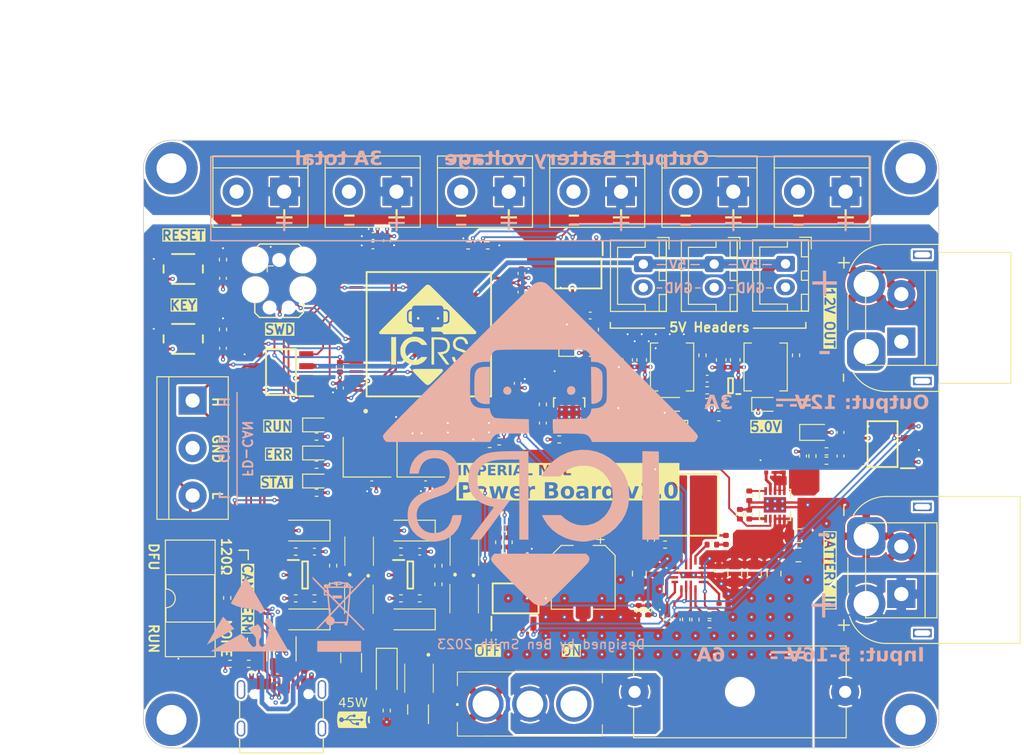
<source format=kicad_pcb>
(kicad_pcb (version 20221018) (generator pcbnew)
  (layers (0 "F.Cu" signal) (1 "In1.Cu" signal) (2 "In2.Cu" signal) (31 "B.Cu" signal) (34 "B.Paste" user) (35 "F.Paste" user) (36 "B.SilkS" user "B.Silkscreen") (37 "F.SilkS" user "F.Silkscreen") (38 "B.Mask" user) (39 "F.Mask" user) (44 "Edge.Cuts" user))
  (net 0 "")
  (net 1 "GND")
  (net 2 "/Power/VBAT_SOURCE")
  (net 3 "/Power/3V65")
  (net 4 "VBAT")
  (net 5 "/Power/12V_SW1")
  (net 6 "/Power/BST12")
  (net 7 "/Power/BST22")
  (net 8 "/Power/12V_SW2")
  (net 9 "/Power/OC")
  (net 10 "+12V")
  (net 11 "/Power/5V_BST")
  (net 12 "/Power/5V_SW")
  (net 13 "/Power/3V3_BST")
  (net 14 "/Power/3V3_SW")
  (net 15 "/Power/5V_LED_A")
  (net 16 "/Power/3V3_LED_A")
  (net 17 "/Power/VDD_VIN+")
  (net 18 "+5V")
  (net 19 "/Power/12V_VIN+")
  (net 20 "/Power/12V_VIN-")
  (net 21 "/Power/RP_PMOS_G")
  (net 22 "/Power/VDD_VIN-")
  (net 23 "VBUS")
  (net 24 "VBAT_RAW")
  (net 25 "/Power/3V3_FB")
  (net 26 "NRST")
  (net 27 "/Control/CC2")
  (net 28 "USB_DN")
  (net 29 "USB_DP")
  (net 30 "SWDIO")
  (net 31 "SWCLK")
  (net 32 "/Control/CC1")
  (net 33 "CAN_RX")
  (net 34 "CAN_TX")
  (net 35 "SWO")
  (net 36 "SCL")
  (net 37 "SDA")
  (net 38 "/Control/CANL")
  (net 39 "/Control/CANH")
  (net 40 "SILENT")
  (net 41 "/Power/5V_FB")
  (net 42 "ALT")
  (net 43 "/Power/12V_FB")
  (net 44 "/Power/BST21")
  (net 45 "/Power/BST11")
  (net 47 "/Power/12V_OUT")
  (net 48 "+3.3V")
  (net 49 "/Power/12V_FB_MID")
  (net 53 "/Control/VCAP")
  (net 57 "/Control/VREF+")
  (net 58 "BTN")
  (net 59 "/Control/LEDR_K")
  (net 60 "LEDR")
  (net 80 "/Control/LEDG_K")
  (net 108 "BOOT0")
  (net 117 "VDD")
  (net 118 "OSC32K")
  (net 119 "OSC25M")
  (net 120 "/Control/CAN_SW")
  (net 123 "LEDG")
  (net 124 "/Control/LEDB_K")
  (net 125 "LEDB")
  (net 126 "12V_EN")
  (net 127 "/Power/VBUS_SOURCE")
  (net 128 "/Power/VBAT_SHDN_A")
  (net 129 "/Power/VBAT_SHDN_K")
  (net 130 "/Power/VBUS_SHDN_A")
  (net 131 "/Power/VBUS_SHDN_K")
  (net 132 "/Power/VBAT_FUSED")
  (net 133 "/Power/VBAT_COMP_OUT")
  (net 134 "/Power/VBAT_COMP-")
  (net 135 "/Power/VBUS_COMP_OUT")
  (net 136 "/Power/VBUS_COMP-")
  (net 137 "/Power/VBAT_GATE")
  (net 138 "VIN")
  (net 139 "/Power/VBUS_GATE")
  (net 140 "/Power/VBAT_SWITCHED")
  (net 141 "/Power/VOUT_DV{slash}DT")
  (net 142 "/Power/12V_OUT_DV{slash}DT")
  (net 143 "/Power/VOUT_VIN+")
  (net 144 "/Power/VOUT_VIN-")
  (net 145 "/Power/12V_OUT_D")
  (net 146 "/Power/VOUT_D")
  (net 147 "VOUT")
  (net 148 "/Power/VOUT_G")
  (net 149 "/Power/VOUT_S")
  (net 150 "/Power/12V_OUT_G")
  (net 151 "/Power/12V_OUT_S")
  (net 152 "/Power/VOUT_ILIM")
  (net 153 "VOUT_EN")
  (net 154 "12V_OUT_EN")
  (net 155 "/Power/12V_OUT_ILIM")
  (net 156 "VBAT{slash}11")
  (net 157 "VBUS{slash}11")
  (footprint "MSL Footprints:SOT95P280X145-6N" (layer "F.Cu") (at 126.775 114)
    (fp_text reference "IC208" hide)
    (fp_text value "TLV1805DBVR" hide)
  )
  (footprint "Resistor_SMD:R_0402_1005Metric" (layer "F.Cu") (at 120.75 123.5 180)
    (fp_text reference "R312" hide)
    (fp_text value "10k" hide)
  )
  (footprint "MSL Footprints:SSM6K513NULF" (layer "F.Cu") (at 177.000001 102.374999 -90)
    (fp_text reference "Q207" hide)
    (fp_text value "SSM6K513NU,LF" hide)
  )
  (footprint "MSL Footprints:Pluggable_terminal-2_P5.08mm" (layer "F.Cu") (at 148.54 73 180)
    (fp_text reference "J214" hide)
    (fp_text value "Pluggable_Terminal_01x02" hide)
  )
  (footprint "Resistor_SMD:R_0402_1005Metric" (layer "F.Cu") (at 118 87.74 90)
    (fp_text reference "R302" hide)
    (fp_text value "10k" hide)
  )
  (footprint "Capacitor_SMD:C_0402_1005Metric" (layer "F.Cu") (at 145.23 98.75)
    (fp_text reference "C308" hide)
    (fp_text value "1u" hide)
  )
  (footprint "Capacitor_SMD:C_0603_1608Metric" (layer "F.Cu") (at 171.25 91 -90)
    (fp_text reference "C228" hide)
    (fp_text value "22u" hide)
  )
  (footprint "MSL Footprints:Toggle_switch" (layer "F.Cu") (at 146.101 127.8 -90)
    (fp_text reference "SW201" hide)
    (fp_text value "SW_SPDT" hide)
  )
  (footprint "TerminalBlock:TerminalBlock_bornier-2_P5.08mm" (layer "F.Cu") (at 190.5 89.04 90)
    (fp_text reference "J215" hide)
    (fp_text value "Screw_Terminal_01x02" hide)
  )
  (footprint "TerminalBlock:TerminalBlock_bornier-2_P5.08mm" (layer "F.Cu") (at 190.5 116.04 90)
    (fp_text reference "J204" hide)
    (fp_text value "Screw_Terminal_01x02")
  )
  (footprint "MSL Footprints:AMASS_XT60PW-F_1x02_P7.20mm_Horizontal" (layer "F.Cu") (at 186.75 90.1 -90)
    (fp_text reference "J201" hide)
    (fp_text value "XT60PW-F" hide)
  )
  (footprint "Capacitor_SMD:C_0402_1005Metric" (layer "F.Cu") (at 166.5 118.77 -90)
    (fp_text reference "C212" hide)
    (fp_text value "10n" hide)
  )
  (footprint "Capacitor_SMD:C_0805_2012Metric" (layer "F.Cu") (at 176.9 113.85 -90)
    (fp_text reference "C227" hide)
    (fp_text value "22u" hide)
  )
  (footprint "Oscillator:Oscillator_SMD_Abracon_ASE-4Pin_3.2x2.5mm_HandSoldering" (layer "F.Cu") (at 133.4 101.4)
    (fp_text reference "X302" hide)
    (fp_text value "32.768kHz_Clock" hide)
  )
  (footprint "Diode_SMD:D_MiniMELF" (layer "F.Cu") (at 135.5 124.5 -90)
    (fp_text reference "D205" hide)
    (fp_text value "ZMM10V" hide)
  )
  (footprint "Fuse:Fuseholder_Cylinder-5x20mm_Schurter_0031_8201_Horizontal_Open" (layer "F.Cu") (at 184.5 126.5 180)
    (fp_text reference "F201" hide)
    (fp_text value "10A" hide)
  )
  (footprint "Capacitor_SMD:C_0805_2012Metric" (layer "F.Cu") (at 179.5 109.8)
    (fp_text reference "C222" hide)
    (fp_text value "22u" hide)
  )
  (footprint "Capacitor_SMD:C_0402_1005Metric" (layer "F.Cu") (at 138.73 98.1 180)
    (fp_text reference "C313" hide)
    (fp_text value "100n" hide)
  )
  (footprint "Capacitor_SMD:C_0402_1005Metric" (layer "F.Cu") (at 169.75 93 180)
    (fp_text reference "C219" hide)
    (fp_text value "100n" hide)
  )
  (footprint "LED_SMD:LED_0603_1608Metric" (layer "F.Cu") (at 166 95.75)
    (fp_text reference "D206" hide)
    (fp_text value "GREEN" hide)
  )
  (footprint "Resistor_SMD:R_0402_1005Metric" (layer "F.Cu") (at 157.25 89.25)
    (fp_text reference "R237" hide)
    (fp_text value "10m" hide)
  )
  (footprint "Capacitor_SMD:C_0402_1005Metric" (layer "F.Cu") (at 148.025 112)
    (fp_text reference "C205" hide)
    (fp_text value "100n" hide)
  )
  (footprint "Resistor_SMD:R_0402_1005Metric" (layer "F.Cu") (at 141.025 115 90)
    (fp_text reference "R211" hide)
    (fp_text value "22R" hide)
  )
  (footprint "LED_SMD:LED_0603_1608Metric" (layer "F.Cu") (at 128 100.95)
    (fp_text reference "D301" hide)
    (fp_text value "Red" hide)
  )
  (footprint "Package_SON:WSON-6-1EP_2x2mm_P0.65mm_EP1x1.6mm" (layer "F.Cu") (at 138.85 128.8875 90)
    (fp_text reference "U203" hide)
    (fp_text value "TVS1800DRV" hide)
  )
  (footprint "Package_DIP:DIP-4_W8.89mm_SMDSocket_LongPads" (layer "F.Cu") (at 114.5 116.5 90)
    (fp_text reference "SW301" hide)
    (fp_text value "SW_DIP_x02" hide)
  )
  (footprint "Resistor_SMD:R_0402_1005Metric" (layer "F.Cu") (at 128 105.2 180)
    (fp_text reference "R309" hide)
    (fp_text value "1k5" hide)
  )
  (footprint "MSL Footprints:Pluggable_terminal-2_P5.08mm" (layer "F.Cu") (at 136.54 73 180)
    (fp_text reference "J211" hide)
    (fp_text value "Pluggable_Terminal_01x02" hide)
  )
  (footprint "Inductor_SMD:L_Chilisin_BMRA00040420" (layer "F.Cu") (at 176 91.75 90)
    (fp_text reference "L202" hide)
    (fp_text value "4u7" hide)
  )
  (footprint "MSL Footprints:Pluggable_terminal-2_P5.08mm" (layer "F.Cu") (at 160.54 73 180)
    (fp_text reference "J207" hide)
    (fp_text value "Pluggable_Terminal_01x02" hide)
  )
  (footprint "Resistor_SMD:R_0402_1005Metric" (layer "F.Cu") (at 169.73 95.5)
    (fp_text reference "R225" hide)
    (fp_text value "10k" hide)
  )
  (footprint "Resistor_SMD:R_0402_1005Metric" (layer "F.Cu") (at 181 101.274999 -90)
    (fp_text reference "R202" hide)
    (fp_text value "2m" hide)
  )
  (footprint "MSL Footprints:DMP3013SFV7" (layer "F.Cu") (at 132.525 115.045 180)
    (fp_text reference "Q202" hide)
    (fp_text value "DMP3013SFV-7" hide)
  )
  (footprint "Resistor_SMD:R_0402_1005Metric" (layer "F.Cu") (at 147.525 110.5 -90)
    (fp_text reference "R213" hide)
    (fp_text value "22R" hide)
  )
  (footprint "Capacitor_SMD:C_0402_1005Metric" (layer "F.Cu") (at 171.75 95.5 180)
    (fp_text reference "C215" hide)
    (fp_text value "100n" hide)
  )
  (footprint "MSL Footprints:Pluggable_terminal-2_P5.08mm" (layer "F.Cu") (at 184.54 73 180)
    (fp_text reference "J213" hide)
    (fp_text value "Pluggable_Terminal_01x02" hide)
  )
  (footprint "Capacitor_SMD:C_0805_2012Metric" (layer "F.Cu") (at 172.7 113.84 -90)
    (fp_text reference "C223" hide)
    (fp_text value "22u" hide)
  )
  (footprint "Capacitor_SMD:C_0402_1005Metric" (layer "F.Cu") (at 184 101.274999 90)
    (fp_text reference "C201" hide)
    (fp_text value "100n" hide)
  )
  (footprint "Resistor_SMD:R_0402_1005Metric" (layer "F.Cu") (at 163.44 117.75 90)
    (fp_text reference "R217" hide)
    (fp_text value "100k" hide)
  )
  (footprint "Capacitor_SMD:C_0402_1005Metric" (layer "F.Cu") (at 127.775 111.5)
    (fp_text reference "C231" hide)
    (fp_text value "1u" hide)
  )
  (footprint "Resistor_SMD:R_0402_1005Metric" (layer "F.Cu") (at 125.775 116.5 180)
    (fp_text reference "R231" hide)
    (fp_text value "4k7" hide)
  )
  (footprint "Resistor_SMD:R_0402_1005Metric" (layer "F.Cu") (at 165.5 118.77 90)
    (fp_text reference "R216" hide)
    (fp_text value "10k" hide)
  )
  (footprint "Capacitor_SMD:C_0402_1005Metric" (layer "F.Cu") (at 171.75 110.25 90)
    (fp_text reference "C218" hide)
    (fp_text value "100n" hide)
  )
  (footprint "MSL Footprints:Pluggable_terminal-2_P5.08mm" (layer "F.Cu") (at 124.54 73 180)
    (fp_text reference "J208" hide)
    (fp_text value "Pluggable_Terminal_01x02" hide)
  )
  (footprint "Capacitor_SMD:C_0603_1608Metric" (layer "F.Cu") (at 161 97 180)
    (fp_text reference "C214" hide)
    (fp_text value "22u" hide)
  )
  (footprint "Capacitor_SMD:C_0402_1005Metric" (layer "F.Cu") (at 150.525 112)
    (fp_text reference "C206" hide)
    (fp_text value "100n" hide)
  )
  (footprint "Resistor_SMD:R_0402_1005Metric" (layer "F.Cu") (at 174.250001 105.524999 -90)
    (fp_text reference "R212" hide)
    (fp_text value "33k" hide)
  )
  (footprint "Package_SON:WSON-6-1EP_2x2mm_P0.65mm_EP1x1.6mm" (layer "F.Cu") (at 131.7 123.3875 90)
    (fp_text reference "U303" hide)
    (fp_text value "TVS1800DRV" hide)
  )
  (footprint "Capacitor_SMD:C_0603_1608Metric" (layer "F.Cu") (at 172.75 91 -90)
    (fp_text reference "C224" hide)
    (fp_text value "22u" hide)
  )
  (footprint "MSL Footprints:ICRS_12mm" (layer "F.Cu") (at 140 88.25)
    (fp_text reference "G***" hide)
    (fp_text value "LOGO" hide)
  )
  (footprint "Resistor_SMD:R_0402_1005Metric" (layer "F.Cu") (at 146.3 78.75 180)
    (fp_text reference "R305" hide)
    (fp_text value "2k2" hide)
  )
  (footprint "MSL Footprints:WSON10B_TOS" (layer "F.Cu") (at 177 106.5 90)
    (fp_text reference "U202" hide)
    (fp_text value "TCKE812NA_RF" hide)
  )
  (footprint "MSL Footprints:TS204225WT160SMTTRMSL" (layer "F.Cu") (at 113.75 81.27)
    (fp_text reference "S302" hide)
    (fp_text value "TS20-42-25-WT-160-SMT-TR" hide)
  )
  (footprint "Capacitor_SMD:C_0603_1608Metric" (layer "F.Cu") (at 171 97 180)
    (fp_text reference "C213" hide)
    (fp_text value "22u" hide)
  )
  (footprint "Capacitor_SMD:C_0402_1005Metric" (layer "F.Cu") (at 139.025 111.5)
    (fp_text reference "C203" hide)
    (fp_text value "1u" hide)
  )
  (footprint "Resistor_SMD:R_0402_1005Metric" (layer "F.Cu") (at 182.5 101.774999)
    (fp_text reference "R201" hide)
    (fp_text value "22R" hide)
  )
  (footprint "MSL Footprints:SOIC127P600X175-8N" (layer "F.Cu") (at 149.275 116.5 90)
    (fp_text reference "IC204" hide)
    (fp_text value "INA219AIDR" hide)
  )
  (footprint "Capacitor_SMD:C_0402_1005Metric" (layer "F.Cu") (at 145.23 97.75)
    (fp_text reference "C307" hide)
    (fp_text value "100n" hide)
  )
  (footprint "Capacitor_SMD:C_0402_1005Metric" (layer "F.Cu") (at 152.187999 97.75 90)
    (fp_text reference "C204" hide)
    (fp_text value "120p" hide)
  )
  (footprint "MSL Footprints:SOIC127P600X175-8N" (layer "F.Cu") (at 124.2 92.3 180)
    (fp_text reference "IC302" hide)
    (fp_text value "TJA1057GT/3" hide)
  )
  (footprint "Resistor_SMD:R_0402_1005Metric" (layer "F.Cu") (at 169.25 90.5 -90)
    (fp_text reference "R229" hide)
    (fp_text value "1k5" hide)
  )
  (footprint "Resistor_SMD:R_0402_1005Metric" (layer "F.Cu") (at 147.521254 99.710937)
    (fp_text reference "R311" hide)
    (fp_text value "1k" hide)
  )
  (footprint "Resistor_SMD:R_0402_1005Metric" (layer "F.Cu") (at 129.775 115 90)
    (fp_text reference "R235" hide)
    (fp_text value "22R" hide)
  )
  (footprint "Capacitor_SMD:C_0402_1005Metric" (layer "F.Cu") (at 149.9 81.75 -90)
    (fp_text reference "C311" hide)
    (fp_text value "100n" hide)
  )
  (footprint "Capacitor_SMD:C_0402_1005Metric" (layer "F.Cu") (at 171.5 117 180)
    (fp_text reference "C211" hide)
    (fp_text value "1u" hide)
  )
  (footprint "Resistor_SMD:R_0402_1005Metric" (layer "F.Cu") (at 125.775 111.5)
    (fp_text reference "R232" hide)
    (fp_text value "1k" hide)
  )
  (footprint "MSL Footprints:Pluggable_terminal-3_P5.08mm" (layer "F.Cu") (at 114.75 95.34 -90)
    (fp_text reference "J303" hide)
    (fp_text value "Pluggable_Terminal_01x03" hide)
  )
  (footprint "Capacitor_SMD:C_0402_1005Metric" (layer "F.Cu") (at 149.5 93.5 -90)
    (fp_text reference "C310" hide)
    (fp_text value "100n" hide)
  )
  (footprint "Resistor_SMD:R_0402_1005Metric" (layer "F.Cu") (at 179.25 90.5 -90)
    (fp_text reference "R228" hide)
    (fp_text value "2k2" hide)
  )
  (footprint "Resistor_SMD:R_0402_1005Metric" (layer "F.Cu") (at 139.025 116.5 180)
    (fp_text reference "R230" hide)
    (fp_text value "10k" hide)
  )
  (footprint "Resistor_SMD:R_0402_1005Metric" (layer "F.Cu") (at 137.025 116.5 180)
    (fp_text reference "R204" hide)
    (fp_text value "4k7" hide)
  )
  (footprint "Package_TO_SOT_SMD:SOT-23-6" (layer "F.Cu") (at 124.25 122.4 -90)
    (fp_text reference "U302" hide)
    (fp_text value "USBLC6-4SC6-ES" hide)
  )
  (footprint "Capacitor_SMD:C_0402_1005Metric" (layer "F.Cu") (at 118 82.27 -90)
    (fp_text reference "C304" hide)
    (fp_text value "10n" hide)
  )
  (footprint "Capacitor_SMD:CP_Elec_6.3x7.7" (layer "F.Cu") (at 156.5 114.25 -90)
    (fp_text reference "C207" hide)
    (fp_text value "100u" hide)
  )
  (footprint "MSL Footprints:SOTFL50P160X60-6N" (layer "F.Cu") (at 162.25 93.75 180)
    (fp_text reference "IC207" hide)
    (fp_text value "TPS563202DRLR" hide)
  )
  (footprint "Capacitor_SMD:C_0402_1005Metric" (layer "F.Cu") (at 149.9 83.75 90)
    (fp_text reference "C309" hide)
    (fp_text value "4u7" hide)
  )
  (footprint "LED_SMD:LED_0603_1608Metric" (layer "F.Cu") (at 176 95.75)
    (fp_text reference "D202" hide)
    (fp_text value "GREEN" hide)
  )
  (footprint "MSL Footprints:QFP50P1600X1600X160-100N" (layer "F.Cu") (at 140 88.25 90)
    (fp_text reference "IC301" hide)
    (fp_text value "STM32U575VGT6" hide)
  )
  (footprint "MSL Footprints:Pluggable_terminal-2_P5.08mm" (layer "F.Cu") (at 172.54 73 180)
    (fp_text reference "J210" hide)
    (fp_text value "Pluggable_Terminal_01x02" hide)
  )
  (footprint "MSL Footprints:SOT95P280X145-6N" (layer "F.Cu") (at 138.025 114)
    (fp_text reference "IC202" hide)
    (fp_text value "TLV1805DBVR" hide)
  )
  (footprint "Capacitor_SMD:C_0402_1005Metric" (layer "F.Cu") (at 134.02 78.75)
    (fp_text reference "C315" hide)
    (fp_text value "100n" hide)
  )
  (footprint "Resistor_SMD:R_0402_1005Metric" (layer "F.Cu") (at 118.45 116.45 -90)
    (fp_text reference "R301" hide)
    (fp_text value "120R" hide)
  )
  (footprint "Capacitor_SMD:C_0402_1005Metric" (layer "F.Cu") (at 159.75 93 180)
    (fp_text reference "C220" hide)
    (fp_text value "100n" hide)
  )
  (footprint "MSL Footprints:TS204225WT160SMTTRMSL" (layer "F.Cu") (at 113.75 88.75)
    (fp_text reference "S301" hide)
    (fp_text value "TS20-42-25-WT-160-SMT-TR" hide)
  )
  (footprint "MountingHole:MountingHole_3.2mm_M3_DIN965_Pad" (layer "F.Cu") (at 191.5 70.5 -90)
    (fp_text reference "H101" hide)
    (fp_text value "MountingHole_Pad" hide)
  )
  (footprint "MSL Footprints:MPLAL60504R7" (layer "F.Cu") (at 167.75 106.5)
    (fp_text reference "L201" hide)
    (fp_text value "MPL-AL6050-4R7" hide)
  )
  (footprint "Resistor_SMD:R_0402_1005Metric" (layer "F.Cu") (at 157.75 87.75 90)
    (fp_text reference "R236" hide)
    (fp_text value "22R" hide)
  )
  (footprint "MSL Footprints:HRO_TYPE-C-31-M-12" (layer "F.Cu") (at 124.25 130.4125)
    (fp_text reference "J302" hide)
    (fp_text value "TYPE-C-31-M-12" hide)
  )
  (footprint "Resistor_SMD:R_0402_1005Metric" (layer "F.Cu") (at 146.5 100.75)
    (fp_text reference "R310" hide)
    (fp_text value "10k" hide)
  )
  (footprint "Oscillator:Oscillator_SMD_Abracon_ASE-4Pin_3.2x2.5mm_HandSoldering" (layer "F.Cu") (at 139.15 101.4)
    (fp_text reference "X301" hide)
    (fp_text value "25MHz_Clock" hide)
  )
  (footprint "Resistor_SMD:R_0402_1005Metric" (layer "F.Cu") (at 141.025 113 -90)
    (fp_text reference "R208" hide)
    (fp_text value "100k" hide)
  )
  (footprint "MSL Footprints:WSON10B_TOS" (layer "F.Cu") (at 155 96.725001 90)
    (fp_text reference "U201" hide)
    (fp_text value "TCKE800NA_RF" hide)
  )
  (footprint "Capacitor_SMD:C_0603_1608Metric" (layer "F.Cu") (at 162.75 91 -90)
    (fp_text reference "C229" hide)
    (fp_text value "22u" hide)
  )
  (footprint "Connector_JST:JST_XH_B2B-XH-A_1x02_P2.50mm_Vertical" (layer "F.Cu") (at 170.5 80.75 -90)
    (fp_text reference "J206" hide)
    (fp_text value "JST-XH-2.50mm")
  )
  (footprint "Resistor_SMD:R_0402_1005Metric" (layer "F.Cu") (at 173.25 107.5 90)
    (fp_text reference "R209" hide)
    (fp_text value "100k" hide)
  )
  (footprint "Resistor_SMD:R_0402_1005Metric" (layer "F.Cu") (at 137.025 111.5)
    (fp_text reference "R206" hide)
    (fp_text value "1k" hide)
  )
  (footprint "LED_SMD:LED_0603_1608Metric" (layer "F.Cu") (at 128 103.95)
    (fp_text reference "D303" hide)
    (fp_text value "Blue" hide)
  )
  (footprint "MSL Footprints:DMP3013SFV7" (layer "F.Cu") (at 143.775 115 180)
    (fp_text reference "Q203" hide)
    (fp_text value "DMP3013SFV-7" hide)
  )
  (footprint "Resistor_SMD:R_0402_1005Metric" (layer "F.Cu") (at 153.937999 99.5 180)
    (fp_text reference "R207" hide)
    (fp_text value "100k" hide)
  )
  (footprint "Resistor_SMD:R_0402_1005Metric" (layer "F.Cu") (at 118.75 123.5 180)
    (fp_text reference "R313" hide)
    (fp_text value "1k" hide)
  )
  (footprint "MSL Footprints:DMP3013SFV7" (layer "F.Cu") (at 132.55 113)
    (fp_text reference "Q204" hide)
    (fp_text value "DMP3013SFV-7" hide)
  )
  (footprint "Diode_SMD:D_MiniMELF" (layer "F.Cu") (at 138.025 118.75 180)
    (fp_text reference "D201" hide)
    (fp_text value "ZMM16V" hide)
  )
  (footprint "Capacitor_SMD:C_0805_2012Metric" (layer "F.Cu") (at 179.5 111.85)
    (fp_text reference "C226" hide)
    (fp_text value "22u" hide)
  )
  (footprint "MSL Footprints:SOIC127P600X175-8N" (layer "F.Cu") (at 156 81.75 -90)
    (fp_text reference "IC203" hide)
    (fp_text value "INA219AIDR" hide)
  )
  (footprint "MSL Footprints:DMP3013SFV7" (layer "F.Cu") (at 138.95 123.4945 180)
    (fp_text reference "Q205" hide)
    (fp_text value "DMP3013SFV-7" hide)
  )
  (footprint "MSL Footprints:SSM6K513NULF" (layer "F.Cu") (at 154.999999 92.85 -90)
    (fp_text reference "Q206" hide)
    (fp_text value "SSM6K513NU,LF" hide)
  )
  (footprint "Capacitor_SMD:C_0402_1005Metric" (layer "F.Cu") (at 143.23 98.75 180)
    (fp_text reference "C306" hide)
    (fp_text value "1u" hide)
  )
  (footprint "Resistor_SMD:R_0402_1005Metric" (layer "F.Cu") (at 128 102.2 180)
    (fp_text reference "R307" hide)
    (fp_text value "1k5" hide)
  )
  (footprint "Resistor_SMD:R_0402_1005Metric" (layer "F.Cu") (at 130.5 91.76 -90)
    (fp_text reference "R304" hide)
    (fp_text value "10k" hide)
  )
  (footprint "Capacitor_SMD:C_0402_1005Metric" (layer "F.Cu") (at 143.23 97.75 180)
    (fp_text reference "C305" hide)
    (fp_text value "100n" hide)
  )
  (footprint "MSL Footprints:DMP3013SFV7" (layer "F.Cu") (at 143.8 113)
    (fp_text reference "Q201" hide)
    (fp_text value "DMP3013SFV-7" hide)
  )
  (footprint "MSL Footprints:Tag-Connect_TC2030-IDC-FP_2x03_P1.27mm_Vertical" (layer "F.Cu") (at 124 82.85 -90)
    (fp_text reference "J301" hide)
    (fp_text value "TC2030")
  )
  (footprint "Capacitor_SMD:C_0402_1005Metric" (layer "F.Cu") (at 157.25 86.25 180)
    (fp_text reference "C235" hide)
    (fp_text value "100n" hide)
  )
  (footprint "Capacitor_SMD:C_0402_1005Metric" (layer "F.Cu") (at 183.999999 98.75 90)
    (fp_text reference "C202" hide)
    (fp_text value "100n" hide)
  )
  (footprint "MountingHole:MountingHole_3.2mm_M3_DIN965_Pad" (layer "F.Cu") (at 112.5 70.5 -90)
    (fp_text reference "H102" hide)
    (fp_text value "MountingHole_Pad" hide)
  )
  (footprint "Resistor_SMD:R_0402_1005Metric" (layer "F.Cu") (at 144.2 78.75)
    (fp_text reference "R306" hide)
    (fp_text value "2k2" hide)
  )
  (footprint "Diode_SMD:D_MiniMELF" (layer "F.Cu") (at 126.775 109.25 180)
    (fp_text reference "D209" hide)
    (fp_text value "ZMM4V7" hide)
  )
  (footprint "Diode_SMD:D_MiniMELF" (layer "F.Cu") (at 138.025 109.25 180)
    (fp_text reference "D203" hide)
    (fp_text value "ZMM4V7" hide)
  )
  (footprint "MSL Footprints:UCPD_logo_4mm" (layer "F.Cu") (at 132 129.4)
    (fp_text reference "G***" hide)
    (fp_text value "LOGO" hide)
  )
  (footprint "Resistor_SMD:R_0402_1005Metric" (layer "F.Cu") (at 170 118.27)
    (fp_text reference "R219" hide)
    (fp_text value "787k" hide)
  )
  (footprint "Resistor_SMD:R_0402_1005Metric" (layer "F.Cu") (at 148.525 110.5 -90)
    (fp_text reference "R215" hide)
    (fp_text value "22R" hide)
  )
  (footprint "Resistor_SMD:R_0402_1005Metric" (layer "F.Cu") (at 118 80.27 90)
    (fp_text reference "R303" hide)
    (fp_text value "10k" hide)
  )
  (footprint "Capacitor_SMD:C_0805_2012Metric" (layer "F.Cu") (at 162.5 113.85 -90)
    (fp_text reference "C208" hide)
    (fp_text value "22u" hide)
  )
  (footprint "Resistor_SMD:R_0402_1005Metric" (layer "F.Cu") (at 170.25 110.75 180)
    (fp_text reference "R221" hide)
    (fp_text value "0R" hide)
  )
  (footprint "Resistor_SMD:R_0402_1005Metric" (layer "F.Cu") (at 159.73 95.5)
    (fp_text reference "R227" hide)
    (fp_text value "10k" hide)
  )
  (footprint "Capacitor_SMD:C_0402_1005Metric" (layer "F.Cu") (at 162.44 117.75 90)
    (fp_text reference "C210" hide)
    (fp_text value "10n" hide)
  )
  (footprint "Resistor_SMD:R_0402_1005Metric" (layer "F.Cu") (at 165.25 110.75 180)
    (fp_text reference "R220" hide)
    (fp_text value "0R" hide)
  )
  (footprint "Inductor_SMD:L_Chilisin_BMRA00040420" (layer "F.Cu") (at 166 91.75 90)
    (fp_text reference "L203" hide)
    (fp_text value "3u3" hide)
  )
  (footprint "Capacitor_SMD:C_0402_1005Metric" (layer "F.Cu") (at 134.04 77.75)
    (fp_text reference "C316" hide)
    (fp_text value "10u" hide)
  )
  (footprint "Capacitor_SMD:C_0402_1005Metric" (layer "F.Cu") (at 174.250001 107.524999 90)
    (fp_text reference "C233" hide)
    (fp_text value "120p" hide)
  )
  (footprint "Diode_SMD:D_SOD-323" (layer "F.Cu") (at 154.75 89 90)
    (fp_text reference "D210" hide)
    (fp_text value "BAT760-115" hide)
  )
  (footprint "Capacitor_SMD:C_0603_1608Metric" (layer "F.Cu") (at 161.25 91 -90)
    (fp_text reference "C225" hide)
    (fp_text value "22u" hide)
  )
  (footprint "Capacitor_SMD:C_0402_1005Metric" (layer "F.Cu") (at 157.25 90.25 180)
    (fp_text reference "C238" hide)
    (fp_text value "1u" hide)
  )
  (footprint "MSL Footprints:MP28167GQAZ" (layer "F.Cu") (at 167.75 114)
    (fp_text reference "IC205" hide)
    (fp_text value "MP28167GQ-A-Z" hide)
  )
  (footprint "Diode_SMD:D_SOD-323" (layer "F.Cu") (at 181.249999 98.75)
    (fp_text reference "D204" hide)
    (fp_text value "BAT760-115" hide)
  )
  (footprint "Connector_JST:JST_XH_B2B-XH-A_1x02_P2.50mm_Vertical" (layer "F.Cu") (at 178.125 80.725 -90)
    (fp_text reference "J202" hide)
    (fp_text value "JST-XH-2.50mm")
  )
  (footprint "Capacitor_SMD:C_0402_1005Metric" (layer "F.Cu") (at 118 89.75 -90)
    (fp_text reference "C303" hide)
    (fp_text value "10n" hide)
  )
  (footprint "Capacitor_SMD:C_0402_1005Metric" (layer "F.Cu") (at 154.75 86.25 180)
    (fp_text reference "C236" hide)
    (fp_text value "100n" hide)
  )
  (footprint "Capacitor_SMD:C_0805_2012Metric" (layer "F.Cu") (at 174.8 113.85 -90)
    (fp_text reference "C230" hide)
    (fp_text value "22u" hide)
  )
  (footprint "Resistor_SMD:R_0402_1005Metric" (layer "F.Cu") (at 182.5 100.774999)
    (fp_text reference "R203" hide)
    (fp_text value "22R" hide)
  )
  (footprint "Capacitor_SMD:C_0402_1005Metric" (layer "F.Cu") (at 164.3 113.45 90)
    (fp_text reference "C209" hide)
    (fp_text value "100n" hide)
  )
  (footprint "Capacitor_SMD:C_0402_1005Metric" (layer "F.Cu") (at 130.5 94 90)
    (fp_text reference "C314" hide)
    (fp_text value "100n" hide)
  )
  (footprint "Resistor_SMD:R_0402_1005Metric" (layer "F.Cu") (at 148.025 109 180)
    (fp_text reference "R214" hide)
    (fp_text value "2m" hide)
  )
  (footprint "MountingHole:MountingHole_3.2mm_M3_DIN965_Pad" (layer "F.Cu") (at 112.5 129.5 -90)
    (fp_text reference "H104" hide)
    (fp_text value "MountingHole_Pad" hide)
  )
  (footprint "Capacitor_SMD:C_0402_1005Metric" (layer "F.Cu") (at 180 101.274999 90)
    (fp_text reference "C237" hide)
    (fp_text value "1u" hide)
  )
  (footprint "Resistor_SMD:R_0402_1005Metric" (layer "F.Cu") (at 169.75 94.25)
    (fp_text reference "R224" hide)
    (fp_text value "52k" hide)
  )
  (footprint "Capacitor_SMD:C_0402_1005Metric" (layer "F.Cu") (at 161.75 95.5 180)
    (fp_text reference "C216" hide)
    (fp_text value "100n" hide)
  )
  (footprint "Resistor_SMD:R_0402_1005Metric" (layer "F.Cu") (at 168.5 118.77 -90)
    (fp_text reference "R223" hide)
    (fp_text value "39k2 " hide)
  )
  (footprint "MSL Footprints:SOIC127P600X175-8N" (layer "F.Cu") (at 188.5 100 180)
    (fp_text reference "IC201" hide)
    (fp_text value "INA219AIDR" hide)
  )
  (footprint "Resistor_SMD:R_0402_1005Metric" (layer "F.Cu") (at 127.775 116.5 180)
    (fp_text reference "R233" hide)
    (fp_text value "10k" hide)
  )
  (footprint "Capacitor_SMD:C_0402_1005Metric" (layer "F.Cu") (at 171 113.55 -90)
    (fp_text reference "C221" hide)
    (fp_text value "100n" hide)
  )
  (footprint "MSL Footprints:SOTFL50P160X60-6N" (layer "F.Cu") (at 172.25 93.75 180)
    (fp_text reference "IC206" hide)
    (fp_text value "TPS563202DRLR" hide)
  )
  (footprint "Capacitor_SMD:C_0402_1005Metric" (layer "F.Cu") (at 139.65 104.3 180)
    (fp_text reference "C302" hide)
    (fp_text value "100n" hide)
  )
  (footprint "Capacitor_SMD:C_0402_1005Metric" (layer "F.Cu") (at 133.9 104.3)
    (fp_text reference "C301" hide)
    (fp_text value "100n" hide)
  )
  (footprint "Capacitor_SMD:C_0402_1005Metric" (layer "F.Cu") (at 135.54 78.25 90)
    (fp_text reference "C312" hide)
    (fp_text value "100n" hide)
  )
  (footprint "Resistor_SMD:R_0402_1005Metric" (layer "F.Cu") (at 135.5 128.5 -90)
    (fp_text reference "R210" hide)
    (fp_text value "4k7" hide)
  )
  (footprint "Resistor_SMD:R_0402_1005Metric" (layer "F.Cu") (at 128 99.2 180)
    (fp_text reference "R308" hide)
    (fp_text value "1k5" hide)
  )
  (footprint "Connector_JST:JST_XH_B2B-XH-A_1x02_P2.50mm_Vertical" (layer "F.Cu") (at 162.925 80.75 -90)
    (fp_text reference "J205" hide)
    (fp_text value "JST-XH-2.50mm")
  )
  (footprint "Resistor_SMD:R_0402_1005Metric" (layer "F.Cu") (at 159.75 94.25)
    (fp_text reference "R226" hide)
    (fp_text value "31k" hide)
  )
  (footprint "LED_SMD:LED_0603_1608Metric" (layer "F.Cu") (at 128 97.95)
    (fp_text reference "D302" hide)
    (fp_text value "Green" hide)
  )
  (footprint "Diode_SMD:D_MiniMELF" (layer "F.Cu") (at 126.775 118.75 180)
    (fp_text reference "D208" hide)
    (fp_text value "ZMM16V" hide)
  )
  (footprint "Resistor_SMD:R_0402_1005Metric" (layer "F.Cu") (at 156.75 87.75 90)
    (fp_text reference "R238" hide)
    (fp_text value "22R" hide)
  )
  (footprint "Resistor_SMD:R_0402_1005Metric" (layer "F.Cu") (at 129.775 113 -90)
    (fp_text reference "R234" hide)
    (fp_text value "100k" hide)
  )
  (footprint "Resistor_SMD:R_0402_1005Metric" (layer "F.Cu") (at 152.187999 95.75 -90)
    (fp_text reference "R205" hide)
    (fp_text value "33k" hide)
  )
  (footprint "MountingHole:MountingHole_3.2mm_M3_DIN965_Pad" (layer "F.Cu") (at 191.5 129.5 -90)
    (fp_text reference "H103" hide)
    (fp_text value "MountingHole_Pad" hide)
  )
  (footprint "MSL Footprints:AMASS_XT60PW-M_1x02_P7.20mm_Horizontal" (layer "F.Cu") (at 186.75 109.86 -90)
    (fp_text reference "J203" hide)
    (fp_text value "XT60PW-M" hide)
  )
  (footprint "Resistor_SMD:R_0402_1005Metric" (layer "F.Cu") (at 167.5 118.75 -90)
    (fp_text reference "R218" hide)
    (fp_text value "21k5" hide)
  )
  (footprint "Resistor_SMD:R_0402_1005Metric" (layer "F.Cu") (at 170 119.27 180)
    (fp_text reference "R222" hide)
    (fp_text value "430k" hide)
  )
  (footprint "Capacitor_SMD:C_0402_1005Metric" (layer "F.Cu") (at 163.75 110.27 -90)
    (fp_text reference "C217" hide)
    (fp_text value "100n" hide)
  )
  (footprint "MSL Footprints:DC_logo_4mm" (layer "B.Cu") (at 178.4 122.5 180)
    (fp_text reference "G***" hide)
    (fp_text value "LOGO" hide)
  )
  (footprint "Symbol:WEEE-Logo_5.6x8mm_SilkScreen" (layer "B.Cu") (at 130.4 118.2 180)
    (fp_text reference "REF**" hide)
    (fp_text value "WEEE-Logo_5.6x8mm_SilkScreen" hide)
  )
  (footprint "footprints:ICRS Medium" (layer "B.Cu") (at 152 100 180)
    (fp_text reference "G***" hide)
    (fp_text value "LOGO" hide)
  )
  (footprint "Symbol:ESD-Logo_8.9x8mm_SilkScreen" (layer "B.Cu") (at 120.65 118.2 180)
    (fp_text reference "REF**" hide)
    (fp_text value "ESD-Logo_8.9x8mm_SilkScreen" hide)
  )
  (footprint "MSL Footprints:DC_logo_4mm" (layer "B.Cu") (at 144 69.4 180)
    (fp_text reference "G***" hide)
    (fp_text value "LOGO" hide)
  )
  (footprint "MSL Footprints:DC_logo_4mm" (layer "B.Cu") (at 179 95.5 180)
    (fp_text reference "G***" hide)
    (fp_text value "LOGO" hide)
  )
  (gr_line (start 133 69.25) (end 116.7 69.25) (stroke (width 0.15)) (layer "B.SilkS"))
  (gr_line (start 116.7 69.25) (end 116.7 78.25) (stroke (width 0.15)) (layer "B.SilkS"))
  (gr_line (start 116.7 78.25) (end 187.2 78.25) (stroke (width 0.15)) (layer "B.SilkS"))
  (gr_line (start 173 80.8) (end 172.1 80.8) (stroke (width 0.15)) (layer "B.SilkS"))
  (gr_line (start 187.2 78.25) (end 187.2 69.25) (stroke (width 0.15)) (layer "B.SilkS"))
  (gr_line (start 172.5 83.3) (end 172 83.3) (stroke (width 0.15)) (layer "B.SilkS"))
  (gr_line (start 176.6 83.3) (end 176.1 83.3) (stroke (width 0.15)) (layer "B.SilkS"))
  (gr_line (start 176.6 80.8) (end 175.7 80.8) (stroke (width 0.15)) (layer "B.SilkS"))
  (gr_line (start 119.5 94.5) (end 119.5 106.5) (stroke (width 0.15)) (layer "B.SilkS"))
  (gr_line (start 165.3 80.8) (end 164.4 80.8) (stroke (width 0.15)) (layer "B.SilkS"))
  (gr_line (start 187.2 69.25) (end 170.8 69.25) (stroke (width 0.15)) (layer "B.SilkS"))
  (gr_line (start 169 83.3) (end 168.5 83.3) (stroke (width 0.15)) (layer "B.SilkS"))
  (gr_line (start 168.9 80.8) (end 168 80.8) (stroke (width 0.15)) (layer "B.SilkS"))
  (gr_line (start 164.9 83.3) (end 164.4 83.3) (stroke (width 0.15)) (layer "B.SilkS"))
  (gr_line (start 163.195 117.5) (end 163.695 118) (stroke (width 0.15)) (layer "F.SilkS"))
  (gr_line (start 162.185 117.503) (end 162.685 118.003) (stroke (width 0.15)) (layer "F.SilkS"))
  (gr_line (start 174.7 87.6) (end 180.3 87.6) (stroke (width 0.15)) (layer "F.SilkS"))
  (gr_line (start 159.4 87.6) (end 165.2 87.6) (stroke (width 0.15)) (layer "F.SilkS"))
  (gr_line (start 120.7 111.35) (end 120.7 112.35) (stroke (width 0.15)) (layer "F.SilkS"))
  (gr_line (start 162.685 117.503) (end 162.185 118.003) (stroke (width 0.15)) (layer "F.SilkS"))
  (gr_line (start 120.6 120.75) (end 120.6 121.75) (stroke (width 0.15)) (layer "F.SilkS"))
  (gr_line (start 119.7 111.35) (end 120.7 111.35) (stroke (width 0.15)) (layer "F.SilkS"))
  (gr_line (start 159.4 87.6) (end 159.4 87) (stroke (width 0.15)) (layer "F.SilkS"))
  (gr_line (start 180.3 87.6) (end 180.3 87) (stroke (width 0.15)) (layer "F.SilkS"))
  (gr_line (start 120.6 121.75) (end 119.6 121.75) (stroke (width 0.15)) (layer "F.SilkS"))
  (gr_line (start 163.695 117.5) (end 163.195 118) (stroke (width 0.15)) (layer "F.SilkS"))
  (gr_line (start 112.5 132.5) (end 191.5 132.5) (stroke (width 0.1)) (layer "Edge.Cuts"))
  (gr_arc (start 109.5 70.5) (mid 110.37868 68.37868) (end 112.5 67.5) (stroke (width 0.1)) (layer "Edge.Cuts"))
  (gr_line (start 109.5 70.5) (end 109.5 129.5) (stroke (width 0.1)) (layer "Edge.Cuts"))
  (gr_arc (start 112.5 132.5) (mid 110.37868 131.62132) (end 109.5 129.5) (stroke (width 0.1)) (layer "Edge.Cuts"))
  (gr_arc (start 194.5 129.5) (mid 193.62132 131.62132) (end 191.5 132.5) (stroke (width 0.1)) (layer "Edge.Cuts"))
  (gr_arc (start 191.5 67.5) (mid 193.62132 68.37868) (end 194.5 70.5) (stroke (width 0.1)) (layer "Edge.Cuts"))
  (gr_line (start 194.5 129.5) (end 194.5 70.5) (stroke (width 0.1)) (layer "Edge.Cuts"))
  (gr_line (start 191.5 67.5) (end 112.5 67.5) (stroke (width 0.1)) (layer "Edge.Cuts"))
  (gr_text "GND" (at 166.7 83.9) (layer "B.SilkS") (effects (font (size 1 1) (thickness 0.2) bold) (justify bottom mirror)))
  (gr_text "+" (at 182.3 82.7 180) (layer "B.SilkS") (effects (font (size 3 3) (thickness 0.6)) (justify mirror)))
  (gr_text "Designed by Ben Smith 2023" (at 152 122) (layer "B.SilkS") (effects (font (size 1 1)) (justify bottom mirror)))
  (gr_text "5V" (at 174.3 81.4) (layer "B.SilkS") (effects (font (size 1 1) (thickness 0.2) bold) (justify bottom mirror)))
  (gr_text "-" (at 119.45 76.6 180) (layer "B.SilkS") (effects (font (size 2 3) (thickness 0.5)) (justify mirror)))
  (gr_text "-" (at 167.45 76.6 180) (layer "B.SilkS") (effects (font (size 2 3) (thickness 0.5)) (justify mirror)))
  (gr_text "-" (at 143.45 76.6 180) (layer "B.SilkS") (effects (font (size 2 3) (thickness 0.5)) (justify mirror)))
  (gr_text "-" (at 179.5 76.6 180) (layer "B.SilkS") (effects (font (size 2 3) (thickness 0.5)) (justify mirror)))
  (gr_text "5V" (at 166.6 81.4) (layer "B.SilkS") (effects (font (size 1 1) (thickness 0.2) bold) (justify bottom mirror)))
  (gr_text "L" (at 117.5 105.5 -90) (layer "B.SilkS") (effects (font (size 1 1) (thickness 0.2) bold) (justify bottom mirror)))
  (gr_text "+" (at 160.55 76.3 180) (layer "B.SilkS") (effects (font (size 2 2) (thickness 0.5)) (justify mirror)))
  (gr_text "GND" (at 117.5 100.5 -90) (layer "B.SilkS") (effects (font (size 1 1) (thickness 0.2) bold) (justify bottom mirror)))
  (gr_text "+" (at 172.55 76.3 180) (layer "B.SilkS") (effects (font (size 2 2) (thickness 0.5)) (justify mirror)))
  (gr_text "-" (at 182.2 109.6) (layer "B.SilkS") (effects (font (size 3 3) (thickness 0.6)) (justify mirror)))
  (gr_text "H" (at 117.5 95.5 -90) (layer "B.SilkS") (effects (font (size 1 1) (thickness 0.2) bold) (justify bottom mirror)))
  (gr_text "+" (at 148.55 76.3 180) (layer "B.SilkS") (effects (font (size 2 2) (thickness 0.5)) (justify mirror)))
  (gr_text "-" (at 131.5 76.6 180) (layer "B.SilkS") (effects (font (size 2 3) (thickness 0.5)) (justify mirror)))
  (gr_text "FD-CAN" (at 120 100.5 270) (layer "B.SilkS") (effects (font (size 1 1) (thickness 0.2) bold) (justify bottom mirror)))
  (gr_text "-" (at 155.5 76.6 180) (layer "B.SilkS") (effects (font (size 2 3) (thickness 0.5)) (justify mirror)))
  (gr_text "GND" (at 174.4 83.9) (layer "B.SilkS") (effects (font (size 1 1) (thickness 0.2) bold) (justify bottom mirror)))
  (gr_text "+" (at 124.55 76.3 180) (layer "B.SilkS") (effects (font (size 2 2) (thickness 0.5)) (justify mirror)))
  (gr_text "Output: Battery voltage         3A total" (at 169.95 70.4) (layer "B.SilkS") (effects (font (size 1.5 1.5) (thickness 0.3) bold) (justify left bottom mirror)))
  (gr_text "Input: 5-16V         6A" (at 193 123.5) (layer "B.SilkS") (effects (font (size 1.5 1.5) (thickness 0.3) bold) (justify left bottom mirror)))
  (gr_text "-" (at 182.3 90.3 180) (layer "B.SilkS") (effects (font (size 3 3) (thickness 0.6)) (justify mirror)))
  (gr_text "+" (at 136.55 76.3 180) (layer "B.SilkS") (effects (font (size 2 2) (thickness 0.5)) (justify mirror)))
  (gr_text "+" (at 182.2 117.3) (layer "B.SilkS") (effects (font (size 3 3) (thickness 0.6)) (justify mirror)))
  (gr_text "+" (at 184.55 76.3 180) (layer "B.SilkS") (effects (font (size 2 2) (thickness 0.5)) (justify mirror)))
  (gr_text "Output: 12V         3A" (at 193.5 96.5) (layer "B.SilkS") (effects (font (size 1.5 1.5) (thickness 0.3) bold) (justify left bottom mirror)))
  (gr_text "CAN TERM" (at 120 116.55 -90) (layer "F.SilkS" knockout) (effects (font (size 1 1) (thickness 0.2) bold) (justify bottom)))
  (gr_text "GND" (at 116.8 100.5 270) (layer "F.SilkS") (effects (font (size 1 1) (thickness 0.2) bold) (justify bottom)))
  (gr_text "RUN" (at 125.5 98.7) (layer "F.SilkS" knockout) (effects (font (size 1 1) (thickness 0.2) bold) (justify right bottom)))
  (gr_text "+" (at 124.55 75.8) (layer "F.SilkS") (effects (font (size 2 2) (thickness 0.5))))
  (gr_text "RESET" (at 113.75 78.27) (layer "F.SilkS" knockout) (effects (font (size 1 1) (thickness 0.2) bold) (justify bottom)))
  (gr_text "3.3V" (at 166 98.75) (layer "F.SilkS" knockout) (effects (font (size 1 1) (thickness 0.2) bold) (justify bottom)))
  (gr_text "ERR" (at 125.5 101.7) (layer "F.SilkS" knockout) (effects (font (size 1 1) (thickness 0.2) bold) (justify right bottom)))
  (gr_text "5V Headers" (at 170 88.1) (layer "F.SilkS") (effects (font (size 1 1) (thickness 0.2) bold) (justify bottom)))
  (gr_text "+" (at 184.55 75.8) (layer "F.SilkS") (effects (font (size 2 2) (thickness 0.5))))
  (gr_text "-" (at 143.45 75.5) (layer "F.SilkS") (effects (font (size 2 3) (thickness 0.5))))
  (gr_text "BATTERY IN" (at 182.25 113.5 -90) (layer "F.SilkS" knockout) (effects (font (size 1 1) (thickness 0.2) bold) (justify bottom)))
  (gr_text "L" (at 116.8 105.5 270) (layer "F.SilkS") (effects (font (size 1 1) (thickness 0.2) bold) (justify bottom)))
  (gr_text "-" (at 179.5 75.5) (layer "F.SilkS") (effects (font (size 2 3) (thickness 0.5))))
  (gr_text "+" (at 160.55 75.8) (layer "F.SilkS") (effects (font (size 2 2) (thickness 0.5))))
  (gr_text "-" (at 119.45 75.5) (layer "F.SilkS") (effects (font (size 2 3) (thickness 0.5))))
  (gr_text "KEY" (at 113.75 85.75) (layer "F.SilkS" knockout) (effects (font (size 1 1) (thickness 0.2) bold) (justify bottom)))
  (gr_text "120Ω" (at 117.75 112.05 -90) (layer "F.SilkS") (effects (font (size 1 1) (thickness 0.2) bold) (justify bottom)))
  (gr_text "12V OUT" (at 182.25 86.5 -90) (layer "F.SilkS" knockout) (effects (font (size 1 1) (thickness 0.2) bold) (justify bottom)))
  (gr_text "+" (at 172.55 75.8) (layer "F.SilkS") (effects (font (size 2 2) (thickness 0.5))))
  (gr_text "5.0V" (at 176 98.75) (layer "F.SilkS" knockout) (effects (font (size 1 1) (thickness 0.2) bold) (justify bottom)))
  (gr_text "+" (at 136.55 75.8) (layer "F.SilkS") (effects (font (size 2 2) (thickness 0.5))))
  (gr_text "OFF" (at 146.3 122.7) (layer "F.SilkS" knockout) (effects (font (size 1 1)) (justify bottom)))
  (gr_text "-" (at 167.45 75.5) (layer "F.SilkS") (effects (font (size 2 3) (thickness 0.5))))
  (gr_text "-" (at 131.5 75.5) (layer "F.SilkS") (effects (font (size 2 3) (thickness 0.5))))
  (gr_text "_{IMPERIAL MSL}\nPower Board v1.0" (at 143 106.1) (layer "F.SilkS" knockout) (effects (font (size 1.7 1.7) (thickness 0.3) bold) (justify left bottom)))
  (gr_text "45W" (at 131.9 128.3) (layer "F.SilkS") (effects (font (size 1 1) (thickness 0.025)) (justify bottom)))
  (gr_text "H" (at 116.8 95.5 -90) (layer "F.SilkS") (effects (font (size 1 1) (thickness 0.2) bold) (justify bottom)))
  (gr_text "STAT" (at 125.5 104.7) (layer "F.SilkS" knockout) (effects (font (size 1 1) (thickness 0.2) bold) (justify right bottom)))
  (gr_text "ON" (at 155.25 122.7) (layer "F.SilkS" knockout) (effects (font (size 1 1)) (justify bottom)))
  (gr_text "RUN" (at 110 120.8 -90) (layer "F.SilkS") (effects (font (size 1 1) (thickness 0.2) bold) (justify bottom)))
  (gr_text "SWD" (at 124.065 88.34) (layer "F.SilkS" knockout) (effects (font (size 1 1) (thickness 0.2) bold) (justify bottom)))
  (gr_text "-" (at 155.5 75.5) (layer "F.SilkS") (effects (font (size 2 3) (thickness 0.5))))
  (gr_text "NONE" (at 117.75 120.8 -90) (layer "F.SilkS") (effects (font (size 1 1) (thickness 0.2) bold) (justify bottom)))
  (gr_text "DFU" (at 110 112.05 -90) (layer "F.SilkS") (effects (font (size 1 1) (thickness 0.2) bold) (justify bottom)))
  (gr_text "+" (at 148.55 75.8) (layer "F.SilkS") (effects (font (size 2 2) (thickness 0.5))))
  (segment (start 155.365 86.115) (end 155.23 86.25) (width 0.3) (layer "F.Cu") (net 1))
  (segment (start 154.718801 97) (end 154.9938 96.725001) (width 0.3) (layer "F.Cu") (net 1))
  (segment (start 168.5 120.45) (end 168.5 119.28) (width 0.5) (layer "F.Cu") (net 1))
  (segment (start 149.5 93.98) (end 150.24 93.98) (width 0.3) (layer "F.Cu") (net 1))
  (segment (start 179.255001 100.794999) (end 180 100.794999) (width 0.3) (layer "F.Cu") (net 1))
  (segment (start 154.75 87.95) (end 154.75 87.2) (width 0.3) (layer "F.Cu") (net 1))
  (segment (start 176.35 106.75) (end 176.7438 106.75) (width 0.25) (layer "F.Cu") (net 1))
  (segment (start 128.51 102.2) (end 129.2 102.2) (width 0.3) (layer "F.Cu") (net 1))
  (segment (start 135.54 77.77) (end 136.29 77.77) (width 0.3) (layer "F.Cu") (net 1))
  (segment (start 167.5 119.26) (end 167.5 120.25) (width 0.5) (layer "F.Cu") (net 1))
  (segment (start 149.27 93.75) (end 149.5 93.98) (width 0.3) (layer "F.Cu") (net 1))
  (segment (start 118.24 123.5) (end 118.24 124.24) (width 0.2) (layer "F.Cu") (net 1))
  (segment (start 175.2125 96.6375) (end 175.2 96.65) (width 0.3) (layer "F.Cu") (net 1))
  (segment (start 176.7438 106.25) (end 177 106.1) (width 0.25) (layer "F.Cu") (net 1))
  (segment (start 176.35 106.25) (end 176.7438 106.25) (width 0.25) (layer "F.Cu") (net 1))
  (segment (start 125.525 114) (end 124.475 114) (width 0.3) (layer "F.Cu") (net 1))
  (segment (start 130.5 93.52) (end 130.5 92.89) (width 0.3) (layer "F.Cu") (net 1))
  (segment (start 184.134999 99.365) (end 183.999999 99.23) (width 0.3) (layer "F.Cu") (net 1))
  (segment (start 166.3 113.75) (end 164.48 113.75) (width 0.25) (layer "F.Cu") (net 1))
  (segment (start 160.25 96.15) (end 160.24 96.16) (width 0.3) (layer "F.Cu") (net 1))
  (segment (start 170.3 91.8) (end 171.225 91.8) (width 0.3) (layer "F.Cu") (net 1))
  (segment (start 153.427999 99.5) (end 152.7 99.5) (width 0.3) (layer "F.Cu") (net 1))
  (segment (start 170.24 96.985) (end 170.225 97) (width 0.3) (layer "F.Cu") (net 1))
  (segment (start 160.24 96.985) (end 160.225 97) (width 0.3) (layer "F.Cu") (net 1))
  (segment (start 177 106.1) (end 176.9938 106.5) (width 0.25) (layer "F.Cu") (net 1))
  (segment (start 118.24 124.24) (end 118.25 124.25) (width 0.2) (layer "F.Cu") (net 1))
  (segment (start 142.75 97.75) (end 142.03 97.75) (width 0.3) (layer "F.Cu") (net 1))
  (segment (start 174.195002 106.99) (end 174.250001 107.044999) (width 0.25) (layer "F.Cu") (net 1))
  (segment (start 145.71 98.75) (end 146.43 98.75) (width 0.3) (layer "F.Cu") (net 1))
  (segment (start 135.52 77.75) (end 135.54 77.77) (width 0.3) (layer "F.Cu") (net 1))
  (segment (start 174.250001 107.044999) (end 174.545 106.75) (width 0.25) (layer "F.Cu") (net 1))
  (segment (start 167.5 120.25) (end 168.25 120.25) (width 0.5) (layer "F.Cu") (net 1))
  (segment (start 173.088 92.612) (end 173.088 93.25) (width 0.3) (layer "F.Cu") (net 1))
  (segment (start 168.25 120.25) (end 168.5 120.5) (width 0.5) (layer "F.Cu") (net 1))
  (segment (start 125.265 116.5) (end 124.55 116.5) (width 0.3) (layer "F.Cu") (net 1))
  (segment (start 128.255 111.5) (end 128.975 111.5) (width 0.3) (layer "F.Cu") (net 1))
  (segment (start 152.187999 96.26) (end 152.187999 97.27) (width 0.3) (layer "F.Cu") (net 1))
  (segment (start 165.2125 95.75) (end 165.2125 96.6375) (width 0.3) (layer "F.Cu") (net 1))
  (segment (start 154.768799 96.5) (end 154.9938 96.725001) (width 0.3) (layer "F.Cu") (net 1))
  (segment (start 166.5 119.25) (end 166.5 120.5) (width 0.5) (layer "F.Cu") (net 1))
  (segment (start 177.8 106.9) (end 177.95 106.75) (width 0.5) (layer "F.Cu") (net 1))
  (segment (start 156.77 90.25) (end 156.05 90.25) (width 0.3) (layer "F.Cu") (net 1))
  (segment (start 174.545 106.75) (end 176.05 106.75) (width 0.25) (layer "F.Cu") (net 1))
  (segment (start 134.52 77.75) (end 134.52 77) (width 0.3) (layer "F.Cu") (net 1))
  (segment (start 138.5 97.85) (end 138.5 95.988) (width 0.3) (layer "F.Cu") (net 1))
  (segment (start 140.13 104.3) (end 140.13 105.04) (width 0.3) (layer "F.Cu") (net 1))
  (segment (start 147.738 93.75) (end 149.27 93.75) (width 0.3) (layer "F.Cu") (net 1))
  (segment (start 171.975 91.775) (end 171.25 91.775) (width 0.5) (layer "F.Cu") (net 1))
  (segment (start 173.088 92.612) (end 173.088 92.113) (width 0.3) (layer "F.Cu") (net 1))
  (segment (start 150.24 93.98) (end 150.25 93.99) (width 0.3) (layer "F.Cu") (net 1))
  (segment (start 134.38 104.3) (end 134.38 105.04) (width 0.3) (layer "F.Cu") (net 1))
  (segment (start 171.225 91.8) (end 171.25 91.775) (width 0.3) (layer "F.Cu") (net 1))
  (segment (start 145.71 97.75) (end 145.71 98.75) (width 0.3) (layer "F.Cu") (net 1))
  (segment (start 176.2 106.9) (end 176.35 106.75) (width 0.25) (layer "F.Cu") (net 1))
  (segment (start 163.1 92.125) (end 162.75 91.775) (width 0.3) (layer "F.Cu") (net 1))
  (segment (start 174.250001 107.044999) (end 174.250001 106.034999) (width 0.25) (layer "F.Cu") (net 1))
  (segment (start 176.05 106.25) (end 176.2 106.1) (width 0.25) (layer "F.Cu") (net 1))
  (segment (start 163.1 92.581) (end 163.1 93.219) (width 0.3) (layer "F.Cu") (net 1))
  (segment (start 139.505 111.5) (end 140.225 111.5) (width 0.3) (layer "F.Cu") (net 1))
  (segment (start 157.905 77.905) (end 157.9 77.9) (width 0.3) (layer "F.Cu") (net 1))
  (segment (start 177.4 106.5) (end 177.8 106.9) (width 0.5) (layer "F.Cu") (net 1))
  (segment (start 121.05 124.663649) (end 121.053389 124.66026) (width 0.5) (layer "F.Cu") (net 1))
  (segment (start 160.24 95.5) (end 160.24 96.14) (width 0.3) (layer "F.Cu") (net 1))
  (segment (start 155.365 84.45) (end 155.365 83.315) (width 0.3) (layer "F.Cu") (net 1))
  (segment (start 160.312 91.769) (end 161.237 91.769) (width 0.3) (layer "F.Cu") (net 1))
  (segment (start 174.250001 106.034999) (end 174.465002 106.25) (width 0.25) (layer "F.Cu") (net 1))
  (segment (start 111.675 89.825) (end 112.625 89.825) (width 0.3) (layer "F.Cu") (net 1))
  (segment (start 127.45 124.663141) (end 127.455098 124.658043) (width 0.5) (layer "F.Cu") (net 1))
  (segment (start 134.5 80.512) (end 134.5 78.75) (width 0.3) (layer "F.Cu") (net 1))
  (segment (start 135.5 129.01) (end 135.5 129.725) (width 0.3) (layer "F.Cu") (net 1))
  (segment (start 118 90.23) (end 118 90.95) (width 0.3) (layer "F.Cu") (net 1))
  (segment (start 177.95 106.75) (end 179.75 106.75) (width 0.25) (layer "F.Cu") (net 1))
  (segment (start 149.91 113.8) (end 149.91 112.135) (width 0.3) (layer "F.Cu") (net 1))
  (segment (start 126.9 92.935) (end 125.715 92.935) (width 0.3) (layer "F.Cu") (net 1))
  (segment (start 155.365 84.45) (end 155.365 86.115) (width 0.3) (layer "F.Cu") (net 1))
  (segment (start 165.2125 96.6375) (end 165.2 96.65) (width 0.3) (layer "F.Cu") (net 1))
  (segment (start 145.71 97.75) (end 146.42 97.75) (width 0.3) (layer "F.Cu") (net 1))
  (segment (start 123.365 84.12) (end 124.065 84.82) (width 0.3) (layer "F.Cu") (net 1))
  (segment (start 152.427999 96.5) (end 154.768799 96.5) (width 0.3) (layer "F.Cu") (net 1))
  (segment (start 132.262 93.75) (end 130.73 93.75) (width 0.3) (layer "F.Cu") (net 1))
  (segment (start 157.905 79.05) (end 157.905 77.905) (width 0.3) (layer "F.Cu") (net 1))
  (segment (start 147.738 82.75) (end 149.38 82.75) (width 0.3) (layer "F.Cu") (net 1))
  (segment (start 134.38 104.3) (end 134.38 102.895) (width 0.3) (layer "F.Cu") (net 1))
  (segment (start 124.25 121.2625) (end 124.25 121.895209) (width 0.3) (layer "F.Cu") (net 1))
  (segment (start 134.38 102.895) (end 134.775 102.5) (width 0.3) (layer "F.Cu") (net 1))
  (segment (start 118 82.75) (end 118 83.45) (width 0.3) (layer "F.Cu") (net 1))
  (segment (start 173.675 91.775) (end 172.75 91.775) (width 0.3) (layer "F.Cu") (net 1))
  (segment (start 128.51 105.2) (end 129.2 105.2) (width 0.3) (layer "F.Cu") (net 1))
  (segment (start 170.24 96.16) (end 170.24 96.985) (width 0.3) (layer "F.Cu") (net 1))
  (segment (start 161.987 91.744) (end 162.762 91.744) (width 0.5) (layer "F.Cu") (net 1))
  (segment (start 160.24 95.5) (end 161.27 95.5) (width 0.3) (layer "F.Cu") (net 1))
  (segment (start 152.187999 96.26) (end 152.427999 96.5) (width 0.3) (layer "F.Cu") (net 1))
  (segment (start 161.987 91.744) (end 161.262 91.744) (width 0.5) (layer "F.Cu") (net 1))
  (segment (start 136.275 109.25) (end 137.35 109.25) (width 0.3) (layer "F.Cu") (net 1))
  (segment (start 128.51 99.2) (end 129.2 99.2) (width 0.3) (layer "F.Cu") (net 1))
  (segment (start 140.13 104.3) (end 140.13 102.895) (width 0.3) (layer "F.Cu") (net 1))
  (segment (start 135.54 77.77) (end 135.54 77.01) (width 0.3) (layer "F.Cu") (net 1))
  (segment (start 149.91 112.135) (end 150.045 112) (width 0.3) (layer "F.Cu") (net 1))
  (segment (start 180.5 106.25) (end 180.5 106.5) (width 0.2) (layer "F.Cu") (net 1))
  (segment (start 164.48 113.75) (end 164.3 113.93) (width 0.25) (layer "F.Cu") (net 1))
  (segment (start 136.515 116.5) (end 135.8 116.5) (width 0.3) (layer "F.Cu") (net 1))
  (segment (start 112.605 82.345) (end 112.625 82.325) (width 0.3) (layer "F.Cu") (net 1))
  (segment (start 138.25 98.1) (end 138.5 97.85) (width 0.3) (layer "F.Cu") (net 1))
  (segment (start 136.775 114) (end 135.725 114) (width 0.3) (layer "F.Cu") (net 1))
  (segment (start 152.187999 97.27) (end 152.457999 97) (width 0.3) (layer "F.Cu") (net 1))
  (segment (start 134.52 77.75) (end 134.52 78.73) (width 0.3) (layer "F.Cu") (net 1))
  (segment (start 155.365 83.315) (end 155.35 83.3) (width 0.3) (layer "F.Cu") (net 1))
  (segment (start 143.5 95.988) (end 143 95.988) (width 0.3) (layer "F.Cu") (net 1))
  (segment (start 149.9 82.23) (end 150.65 82.23) (width 0.3) (layer "F.Cu") (net 1))
  (segment (start 121.05 125.6625) (end 121.05 124.663649) (width 0.5) (layer "F.Cu") (net 1))
  (segment (start 175.2125 95.75) (end 175.2125 96.6375) (width 0.3) (layer "F.Cu") (net 1))
  (segment (start 125.715 92.935) (end 125.7 92.95) (width 0.3) (layer "F.Cu") (net 1))
  (segment (start 134.52 77.75) (end 135.52 77.75) (width 0.3) (layer "F.Cu") (net 1))
  (segment (start 177 106.9) (end 176.9938 106.5) (width 0.25) (layer "F.Cu") (net 1))
  (segment (start 186.996479 99.365) (end 186.996968 99.365489) (width 0.3) (layer "F.Cu") (net 1))
  (segment (start 173.25 106.99) (end 174.195002 106.99) (width 0.25) (layer "F.Cu") (net 1))
  (segment (start 130.5 92.89) (end 130.5 92.27) (width 0.3) (layer "F.Cu") (net 1))
  (segment (start 180.45 107.45) (end 180.45 109.8) (width 0.5) (layer "F.Cu") (net 1))
  (segment (start 142.75 97.75) (end 142.75 98.75) (width 0.3) (layer "F.Cu") (net 1))
  (segment (start 170.24 95.5) (end 170.24 96.14) (width 0.3) (layer "F.Cu") (net 1))
  (segment (start 182.299999 98.75) (end 183.05 98.75) (width 0.3) (layer "F.Cu") (net 1))
  (segment (start 176.05 106.75) (end 176.2 106.9) (width 0.25) (layer "F.Cu") (net 1))
  (segment (start 168.5 120.45) (end 168.5 120.5) (width 0.5) (layer "F.Cu") (net 1))
  (segment (start 170.24 96.14) (end 170.25 96.15) (width 0.3) (layer "F.Cu") (net 1))
  (segment (start 152.457999 97) (end 154.718801 97) (width 0.3) (layer "F.Cu") (net 1))
  (segment (start 174.465002 106.25) (end 176.05 106.25) (width 0.25) (layer "F.Cu") (net 1))
  (segment (start 185.8 99.365) (end 184.134999 99.365) (width 0.3) (layer "F.Cu") (net 1))
  (segment (start 177.8 106.1) (end 177.95 106.25) (width 0.2) (layer "F.Cu") (net 1))
  (segment (start 163.687 91.744) (end 162.762 91.744) (width 0.3) (layer "F.Cu") (net 1))
  (segment (start 124.065 84.82) (end 124.065 86.14) (width 0.3) (layer "F.Cu") (net 1))
  (segment (start 130.5 93.52) (end 129.77 93.52) (width 0.3) (layer "F.Cu") (net 1))
  (segment (start 143 95.988) (end 143 97.5) (width 0.3) (layer "F.Cu") (net 1))
  (segment (start 171.975 91.775) (end 172.75 91.775) (width 0.5) (layer "F.Cu") (net 1))
  (segment (start 127.45 125.6625) (end 127.45 124.663141) (width 0.5) (layer "F.Cu") (net 1))
  (segment (start 163.1 92.581) (end 163.1 92.125) (width 0.3) (layer "F.Cu") (net 1))
  (segment (start 176.2 106.1) (end 176.35 106.25) (width 0.25) (layer "F.Cu") (net 1))
  (segment (start 192.345 101.905) (end 191.2 101.905) (width 0.3) (layer "F.Cu") (net 1))
  (segment (start 134.52 78.73) (end 134.5 78.75) (width 0.3) (layer "F.Cu") (net 1))
  (segment (start 146.42 97.75) (end 146.43 97.74) (width 0.3) (layer "F.Cu") (net 1))
  (segment (start 176.9938 106.5) (end 177.4 106.5) (width 0.5) (layer "F.Cu") (net 1))
  (segment (start 170.24 95.5) (end 171.27 95.5) (width 0.3) (layer "F.Cu") (net 1))
  (segment (start 111.675 82.345) (end 112.605 82.345) (width 0.3) (layer "F.Cu") (net 1))
  (segment (start 143 97.5) (end 142.75 97.75) (width 0.3) (layer "F.Cu") (net 1))
  (segment (start 185.8 99.365) (end 186.996479 99.365) (width 0.3) (layer "F.Cu") (net 1))
  (segment (start 130.73 93.75) (end 130.5 93.52) (width 0.3) (layer "F.Cu") (net 1))
  (segment (start 179.75 106.75) (end 180.45 107.45) (width 0.5) (layer "F.Cu") (net 1))
  (segment (start 148.031254 98.944242) (end 148.031254 99.710937) (width 0.2) (layer "F.Cu") (net 1))
  (segment (start 149.9 83.27) (end 149.38 82.75) (width 0.3) (layer "F.Cu") (net 1))
  (segment (start 160.24 96.16) (end 160.24 96.985) (width 0.3) (layer "F.Cu") (net 1))
  (segment (start 149.9 83.27) (end 150.65 83.27) (width 0.3) (layer "F.Cu") (net 1))
  (segment (start 170.25 96.15) (end 170.24 96.16) (width 0.3) (layer "F.Cu") (net 1))
  (segment (start 160.24 96.14) (end 160.25 96.15) (width 0.3) (layer "F.Cu") (net 1))
  (segment (start 142.75 98.75) (end 142.04 98.75) (width 0.3) (layer "F.Cu") (net 1))
  (segment (start 176.7438 106.75) (end 177 106.9) (width 0.25) (layer "F.Cu") (net 1))
  (segment (start 173.088 92.113) (end 172.75 91.775) (width 0.3) (layer "F.Cu") (net 1))
  (segment (start 138.25 98.1) (end 138.25 98.86) (width 0.3) (layer "F.Cu") (net 1))
  (segment (start 140.13 102.895) (end 140.525 102.5) (width 0.3) (layer "F.Cu") (net 1))
  (segment (start 149.9 82.23) (end 149.38 82.75) (width 0.3) (layer "F.Cu") (net 1))
  (segment (start 125.025 109.25) (end 126.1 109.25) (width 0.3) (layer "F.Cu") (net 1))
  (segment (start 177.95 106.25) (end 180.5 106.25) (width 0.25) (layer "F.Cu") (net 1))
  (segment (start 129.77 93.52) (end 129.76 93.51) (width 0.3) (layer "F.Cu") (net 1))
  (segment (start 124.25 121.895209) (end 124.762779 122.407988) (width 0.3) (layer "F.Cu") (net 1))
  (via (at 128.975 111.5) (size 0.45) (drill 0.2) (layers "F.Cu" "B.Cu") (net 1))
  (via (at 152.5 116.5) (size 0.45) (drill 0.2) (layers "F.Cu" "B.Cu") (net 1))
  (via (at 154.2 96.3) (size 0.45) (drill 0.2) (layers "F.Cu" "B.Cu") (net 1))
  (via (at 170.3 91.8) (size 0.45) (drill 0.2) (layers "F.Cu" "B.Cu") (net 1))
  (via (at 154.5 120.5) (size 0.45) (drill 0.2) (layers "F.Cu" "B.Cu") (net 1))
  (via (at 129.2 102.2) (size 0.45) (drill 0.2) (layers "F.Cu" "B.Cu") (net 1))
  (via (at 168.3 114) (size 0.45) (drill 0.2) (layers "F.Cu" "B.Cu") (net 1))
  (via (at 150.5 116.5) (size 0.45) (drill 0.2) (layers "F.Cu" "B.Cu") (net 1))
  (via (at 138.25 98.86) (size 0.45) (drill 0.2) (layers "F.Cu" "B.Cu") (net 1))
  (via (at 171.261629 114.93806) (size 0.45) (drill 0.2) (layers "F.Cu" "B.Cu") (net 1))
  (via (at 160.5 114.5) (size 0.45) (drill 0.2) (layers "F.Cu" "B.Cu") (net 1))
  (via (at 157.9 77.9) (size 0.45) (drill 0.2) (layers "F.Cu" "B.Cu") (net 1))
  (via (at 161.987 91.744) (size 0.45) (drill 0.2) (layers "F.Cu" "B.Cu") (net 1))
  (via (at 163.1 92.581) (size 0.45) (drill 0.2) (layers "F.Cu" "B.Cu") (net 1))
  (via (at 162.5 120.5) (size 0.45) (drill 0.2) (layers "F.Cu" "B.Cu") (net 1))
  (via (at 176.5 118.5) (size 0.45) (drill 0.2) (layers "F.Cu" "B.Cu") (net 1))
  (via (at 160.5 116.5) (size 0.45) (drill 0.2) (layers "F.Cu" "B.Cu") (net 1))
  (via (at 125.7 92.95) (size 0.45) (drill 0.2) (layers "F.Cu" "B.Cu") (net 1))
  (via (at 164.7 115.5) (size 0.45) (drill 0.2) (layers "F.Cu" "B.Cu") (net 1))
  (via (at 172.5 120.5) (size 0.45) (drill 0.2) (layers "F.Cu" "B.Cu") (net 1))
  (via (at 155 97.1) (size 0.45) (drill 0.2) (layers "F.Cu" "B.Cu") (net 1))
  (via (at 163.687 91.744) (size 0.45) (drill 0.2) (layers "F.Cu" "B.Cu") (net 1))
  (via (at 177 106.1) (size 0.45) (drill 0.2) (layers "F.Cu" "B.Cu") (net 1))
  (via (at 156.5 122.5) (size 0.45) (drill 0.2) (layers "F.Cu" "B.Cu") (net 1))
  (via (at 160.25 96.15) (size 0.45) (drill 0.2) (layers "F.Cu" "B.Cu") (net 1))
  (via (at 174.5 116.5) (size 0.45) (drill 0.2) (layers "F.Cu" "B.Cu") (net 1))
  (via (at 164.5 122.5) (size 0.45) (drill 0.2) (layers "F.Cu" "B.Cu") (net 1))
  (via (at 148.031254 98.944242) (size 0.45) (drill 0.2) (layers "F.Cu" "B.Cu") (net 1))
  (via (at 182.5 110.5) (size 0.45) (drill 0.2) (layers "F.Cu" "B.Cu") (net 1))
  (via (at 148.5 122.5) (size 0.45) (drill 0.2) (layers "F.Cu" "B.Cu") (net 1))
  (via (at 134.52 77) (size 0.45) (drill 0.2) (layers "F.Cu" "B.Cu") (net 1))
  (via (at 162.5 116.5) (size 0.45) (drill 0.2) (layers "F.Cu" "B.Cu") (net 1))
  (via (at 172.025035 115.999065) (size 0.45) (drill 0.2) (layers "F.Cu" "B.Cu") (net 1))
  (via (at 172.5 122.5) (size 0.45) (drill 0.2) (layers "F.Cu" "B.Cu") (net 1))
  (via (at 182.5 112.5) (size 0.45) (drill 0.2) (layers "F.Cu" "B.Cu") (net 1))
  (via (at 124.065 86.14) (size 0.45) (drill 0.2) (layers "F.Cu" "B.Cu") (net 1))
  (via (at 112.625 89.825) (size 0.45) (drill 0.2) (layers "F.Cu" "B.Cu") (net 1))
  (via (at 186.996968 99.365489) (size 0.45) (drill 0.2) (layers "F.Cu" "B.Cu") (net 1))
  (via (at 170.5 120.5) (size 0.45) (drill 0.2) (layers "F.Cu" "B.Cu") (net 1))
  (via (at 155 96.3) (size 0.45) (drill 0.2) (layers "F.Cu" "B.Cu") (net 1))
  (via (at 175.2 96.65) (size 0.45) (drill 0.2) (layers "F.Cu" "B.Cu") (net 1))
  (via (at 123.856331 117.940179) (size 0.45) (drill 0.2) (layers "F.Cu" "B.Cu") (net 1))
  (via (at 124.55 116.5) (size 0.45) (drill 0.2) (layers "F.Cu" "B.Cu") (net 1))
  (via (at 158.5 116.5) (size 0.45) (drill 0.2) (layers "F.Cu" "B.Cu") (net 1))
  (via (at 154.75 87.2) (size 0.45) (drill 0.2) (layers "F.Cu" "B.Cu") (net 1))
  (via (at 140.13 105.04) (size 0.45) (drill 0.2) (layers "F.Cu" "B.Cu") (net 1))
  (via (at 160.5 118.5) (size 0.45) (drill 0.2) (layers "F.Cu" "B.Cu") (net 1))
  (via (at 179.255001 100.794999) (size 0.45) (drill 0.2) (layers "F.Cu" "B.Cu") (net 1))
  (via (at 176.2 106.9) (size 0.45) (drill 0.2) (layers "F.Cu" "B.Cu") (net 1))
  (via (at 156.05 90.25) (size 0.45) (drill 0.2) (layers "F.Cu" "B.Cu") (net 1))
  (via (at 124.475 114) (size 0.45) (drill 0.2) (layers "F.Cu" "B.Cu") (net 1))
  (via (at 124.762779 122.407988) (size 0.45) (drill 0.2) (layers "F.Cu" "B.Cu") (net 1))
  (via (at 146.43 98.75) (size 0.45) (drill 0.2) (layers "F.Cu" "B.Cu") (net 1))
  (via (at 180.5 114.5) (size 0.45) (drill 0.2) (layers "F.Cu" "B.Cu") (net 1))
  (via (at 178.5 114.5) (size 0.45) (drill 0.2) (layers "F.Cu" "B.Cu") (net 1))
  (via (at 182.5 108.5) (size 0.45) (drill 0.2) (layers "F.Cu" "B.Cu") (net 1))
  (via (at 178.5 120.5) (size 0.45) (drill 0.2) (layers "F.Cu" "B.Cu") (net 1))
  (via (at 135.725 114) (size 0.45) (drill 0.2) (layers "F.Cu" "B.Cu") (net 1))
  (via (at 136.29 77.77) (size 0.45) (drill 0.2) (layers "F.Cu" "B.Cu") (net 1))
  (via (at 176.5 122.5) (size 0.45) (drill 0.2) (layers "F.Cu" "B.Cu") (net 1))
  (via (at 160.5 120.5) (size 0.45) (drill 0.2) (layers "F.Cu" "B.Cu") (net 1))
  (via (at 150.65 83.27) (size 0.45) (drill 0.2) (layers "F.Cu" "B.Cu") (net 1))
  (via (at 178.5 116.5) (size 0.45) (drill 0.2) (layers "F.Cu" "B.Cu") (net 1))
  (via (at 155.35 83.3) (size 0.45) (drill 0.2) (layers "F.Cu" "B.Cu") (net 1))
  (via (at 155.8 97.1) (size 0.45) (drill 0.2) (layers "F.Cu" "B.Cu") (net 1))
  (via (at 129.2 105.2) (size 0.45) (drill 0.2) (layers "F.Cu" "B.Cu") (net 1))
  (via (at 192.345 101.905) (size 0.45) (drill 0.2) (layers "F.Cu" "B.Cu") (net 1))
  (via (at 146.43 97.74) (size 0.45) (drill 0.2) (layers "F.Cu" "B.Cu") (net 1))
  (via (at 149.38 82.75) (size 0.45) (drill 0.2) (layers "F.Cu" "B.Cu") (net 1))
  (via (at 123.633506 127.646223) (size 0.45) (drill 0.2) (layers "F.Cu" "B.Cu") (net 1))
  (via (at 140.225 111.5) (size 0.45) (drill 0.2) (layers "F.Cu" "B.Cu") (net 1))
  (via (at 178.5 118.5) (size 0.45) (drill 0.2) (layers "F.Cu" "B.Cu") (net 1))
  (via (at 164.5 120.5) (size 0.45) (drill 0.2) (layers "F.Cu" "B.Cu") (net 1))
  (via (at 154.2 97.1) (size 0.45) (drill 0.2) (layers "F.Cu" "B.Cu") (net 1))
  (via (at 156.5 120.5) (size 0.45) (drill 0.2) (layers "F.Cu" "B.Cu") (net 1))
  (via (at 178.5 122.5) (size 0.45) (drill 0.2) (layers "F.Cu" "B.Cu") (net 1))
  (via (at 174.5 120.5) (size 0.45) (drill 0.2) (layers "F.Cu" "B.Cu") (net 1))
  (via (at 174.5 118.5) (size 0.45) (drill 0.2) (layers "F.Cu" "B.Cu") (net 1))
  (via (at 167.2 114) (size 0.45) (drill 0.2) (layers "F.Cu" "B.Cu") (net 1))
  (via (at 129.76 93.51) (size 0.45) (drill 0.2) (layers "F.Cu" "B.Cu") (net 1))
  (via (at 176.5 120.5) (size 0.45) (drill 0.2) (layers "F.Cu" "B.Cu") (net 1))
  (via (at 134.38 105.04) (size 0.45) (drill 0.2) (layers "F.Cu" "B.Cu") (net 1))
  (via (at 176.5 116.5) (size 0.45) (drill 0.2) (layers "F.Cu" "B.Cu") (net 1))
  (via (at 174.5 122.5) (size 0.45) (drill 0.2) (layers "F.Cu" "B.Cu") (net 1))
  (via (at 162.5 122.5) (size 0.45) (drill 0.2) (layers "F.Cu" "B.Cu") (net 1))
  (via (at 180.5 106.5) (size 0.45) (drill 0.2) (layers "F.Cu" "B.Cu") (net 1))
  (via (at 152.5 118.5) (size 0.45) (drill 0.2) (layers "F.Cu" "B.Cu") (net 1))
  (via (at 154.5 116.5) (size 0.45) (drill 0.2) (layers "F.Cu" "B.Cu") (net 1))
  (via (at 173.088 92.612) (size 0.45) (drill 0.2) (layers "F.Cu" "B.Cu") (net 1))
  (via (at 112.625 82.325) (size 0.45) (drill 0.2) (layers "F.Cu" "B.Cu") (net 1))
  (via (at 168.5 122.5) (size 0.45) (drill 0.2) (layers "F.Cu" "B.Cu") (net 1))
  (via (at 155.8 96.3) (size 0.45) (drill 0.2) (layers "F.Cu" "B.Cu") (net 1))
  (via (at 150.5 122.5) (size 0.45) (drill 0.2) (layers "F.Cu" "B.Cu") (net 1))
  (via (at 170.5 122.5) (size 0.45) (drill 0.2) (layers "F.Cu" "B.Cu") (net 1))
  (via (at 158.5 122.5) (size 0.45) (drill 0.2) (layers "F.Cu" "B.Cu") (net 1))
  (via (at 118 83.45) (size 0.45) (drill 0.2) (layers "F.Cu" "B.Cu") (net 1))
  (via (at 121.053389 124.66026) (size 0.45) (drill 0.2) (layers "F.Cu" "B.Cu") (net 1))
  (via (at 176.2 106.1) (size 0.45) (drill 0.2) (layers "F.Cu" "B.Cu") (net 1))
  (via (at 152.5 122.5) (size 0.45) (drill 0.2) (layers "F.Cu" "B.Cu") (net 1))
  (via (at 172.5 118.5) (size 0.45) (drill 0.2) (layers "F.Cu" "B.Cu") (net 1))
  (via (at 137.35 109.25) (size 0.45) (drill 0.2) (layers "F.Cu" "B.Cu") (net 1))
  (via (at 126.1 109.25) (size 0.45) (drill 0.2) (layers "F.Cu" "B.Cu") (net 1))
  (via (at 154.5 118.5) (size 0.45) (drill 0.2) (layers "F.Cu" "B.Cu") (net 1))
  (via (at 148.5 116.5) (size 0.45) (drill 0.2) (layers "F.Cu" "B.Cu") (net 1))
  (via (at 158.5 120.5) (size 0.45) (drill 0.2) (layers "F.Cu" "B.Cu") (net 1))
  (via (at 142.04 98.75) (size 0.45) (drill 0.2) (layers "F.Cu" "B.Cu") (net 1))
  (via (at 173.675 91.775) (size 0.45) (drill 0.2) (layers "F.Cu" "B.Cu") (net 1))
  (via (at 166.5 122.5) (size 0.45) (drill 0.2) (layers "F.Cu" "B.Cu") (net 1))
  (via (at 152.7 99.5) (size 0.45) (drill 0.2) (layers "F.Cu" "B.Cu") (net 1))
  (via (at 160.5 122.5) (size 0.45) (drill 0.2) (layers "F.Cu" "B.Cu") (net 1))
  (via (at 171.975 91.775) (size 0.45) (drill 0.2) (layers "F.Cu" "B.Cu") (net 1))
  (via (at 177 106.9) (size 0.45) (drill 0.2) (layers "F.Cu" "B.Cu") (net 1))
  (via (at 152.5 120.5) (size 0.45) (drill 0.2) (layers "F.Cu" "B.Cu") (net 1))
  (via (at 168.5 120.5) (size 0.45) (drill 0.2) (layers "F.Cu" "B.Cu") (net 1))
  (via (at 184.5 106.5) (size 0.45) (drill 0.2) (layers "F.Cu" "B.Cu") (net 1))
  (via (at 150.65 82.23) (size 0.45) (drill 0.2) (layers "F.Cu" "B.Cu") (net 1))
  (via (at 166.5 120.5) (size 0.45) (drill 0.2) (layers "F.Cu" "B.Cu") (net 1))
  (via (at 165.2 96.65) (size 0.45) (drill 0.2) (layers "F.Cu" "B.Cu") (net 1))
  (via (at 135.54 77.01) (size 0.45) (drill 0.2) (layers "F.Cu" "B.Cu") (net 1))
  (via (at 135.5 129.725) (size 0.45) (drill 0.2) (layers "F.Cu" "B.Cu") (net 1))
  (via (at 177.8 106.9) (size 0.45) (drill 0.2) (layers "F.Cu" "B.Cu") (net 1))
  (via (at 142.03 97.75) (size 0.45) (drill 0.2) (layers "F.Cu" "B.Cu") (net 1))
  (via (at 135.8 116.5) (size 0.45) (drill 0.2) (layers "F.Cu" "B.Cu") (net 1))
  (via (at 170.25 96.15) (size 0.45) (drill 0.2) (layers "F.Cu" "B.Cu") (net 1))
  (via (at 183.05 98.75) (size 0.45) (drill 0.2) (layers "F.Cu" "B.Cu") (net 1))
  (via (at 127.455098 124.658043) (size 0.45) (drill 0.2) (layers "F.Cu" "B.Cu") (net 1))
  (via (at 154.5 122.5) (size 0.45) (drill 0.2) (layers "F.Cu" "B.Cu") (net 1))
  (via (at 130.5 92.89) (size 0.45) (drill 0.2) (layers "F.Cu" "B.Cu") (net 1))
  (via (at 160.312 91.769) (size 0.45) (drill 0.2) (layers "F.Cu" "B.Cu") (net 1))
  (via (at 158.5 118.5) (size 0.45) (drill 0.2) (layers "F.Cu" "B.Cu") (net 1))
  (via (at 177.8 106.1) (size 0.45) (drill 0.2) (layers "F.Cu" "B.Cu") (net 1))
  (via (at 118 90.95) (size 0.45) (drill 0.2) (layers "F.Cu" "B.Cu") (net 1))
  (via (at 118.25 124.25) (size 0.45) (drill 0.2) (layers "F.Cu" "B.Cu") (net 1))
  (via (at 129.2 99.2) (size 0.45) (drill 0.2) (layers "F.Cu" "B.Cu") (net 1))
  (via (at 150.25 93.99) (size 0.45) (drill 0.2) (layers "F.Cu" "B.Cu") (net 1))
  (segment (start 140.35 113.05) (end 140.35 114.525) (width 0.3) (layer "F.Cu") (net 2))
  (segment (start 142.315 112.49) (end 142.825 113) (width 0.3) (layer "F.Cu") (net 2))
  (segment (start 139.925 114.95) (end 139.275 114.95) (width 0.3) (layer "F.Cu") (net 2))
  (segment (start 139.275 113.05) (end 139.275 112.45) (width 0.3) (layer "F.Cu") (net 2))
  (segment (start 140.35 113.05) (end 140.91 112.49) (width 0.3) (layer "F.Cu") (net 2))
  (segment (start 139.275 113.05) (end 140.35 113.05) (width 0.3) (layer "F.Cu") (net 2))
  (segment (start 140.35 114.525) (end 139.925 114.95) (width 0.3) (layer "F.Cu") (net 2))
  (segment (start 140.91 112.49) (end 141.025 112.49) (width 0.3) (layer "F.Cu") (net 2))
  (segment (start 139.275 112.45) (end 138.545 111.72) (width 0.3) (layer "F.Cu") (net 2))
  (segment (start 141.025 112.49) (end 142.315 112.49) (width 0.3) (layer "F.Cu") (net 2))
  (segment (start 138.545 111.72) (end 138.545 111.5) (width 0.3) (layer "F.Cu") (net 2))
  (segment (start 169.75 114.75) (end 169.2 114.75) (width 0.25) (layer "F.Cu") (net 3))
  (segment (start 171.02 117) (end 171.02 116.02) (width 0.25) (layer "F.Cu") (net 3))
  (segment (start 171.02 116.02) (end 169.75 114.75) (width 0.25) (layer "F.Cu") (net 3))
  (segment (start 143.775 116.955) (end 145.045 116.955) (width 0.2) (layer "F.Cu") (net 4))
  (segment (start 145.045 116.955) (end 146 116) (width 0.2) (layer "F.Cu") (net 4))
  (segment (start 145.99 100.75) (end 146 100.76) (width 0.2) (layer "F.Cu") (net 4))
  (segment (start 146 100.76) (end 146 105.25) (width 0.2) (layer "F.Cu") (net 4))
  (segment (start 146 116) (end 146 112.25) (width 0.2) (layer "F.Cu") (net 4))
  (via (at 146 112.25) (size 0.45) (drill 0.2) (layers "F.Cu" "B.Cu") (net 4))
  (via (at 146 105.25) (size 0.45) (drill 0.2) (layers "F.Cu" "B.Cu") (net 4))
  (segment (start 146 112.25) (end 146 105.25) (width 0.2) (layer "B.Cu") (net 4))
  (segment (start 165.725 109.125) (end 165.725 106.5) (width 0.25) (layer "F.Cu") (net 5))
  (segment (start 163.75 109.79) (end 165.06 109.79) (width 0.25) (layer "F.Cu") (net 5))
  (segment (start 165.06 109.79) (end 165.725 109.125) (width 0.25) (layer "F.Cu") (net 5))
  (segment (start 164.74 110.75) (end 163.75 110.75) (width 0.25) (layer "F.Cu") (net 6))
  (segment (start 170.76 110.75) (end 171.73 110.75) (width 0.25) (layer "F.Cu") (net 7))
  (segment (start 171.73 110.75) (end 171.75 110.73) (width 0.25) (layer "F.Cu") (net 7))
  (segment (start 171.75 109.77) (end 170.22 109.77) (width 0.25) (layer "F.Cu") (net 8))
  (segment (start 169.775 109.325) (end 169.775 106.5) (width 0.25) (layer "F.Cu") (net 8))
  (segment (start 170.22 109.77) (end 169.775 109.325) (width 0.25) (layer "F.Cu") (net 8))
  (segment (start 167.45 118.29) (end 167.5 118.24) (width 0.25) (layer "F.Cu") (net 9))
  (segment (start 168 117.74) (end 167.5 118.24) (width 0.25) (layer "F.Cu") (net 9))
  (segment (start 166.5 118.29) (end 167.45 118.29) (width 0.25) (layer "F.Cu") (net 9))
  (segment (start 168 115.2) (end 168 117.74) (width 0.25) (layer "F.Cu") (net 9))
  (segment (start 171.08 118.7) (end 171.08 117.904817) (width 0.2) (layer "F.Cu") (net 10))
  (segment (start 170.51 119.27) (end 171.08 118.7) (width 0.2) (layer "F.Cu") (net 10))
  (segment (start 170.785183 117.61) (end 169.86 117.61) (width 0.2) (layer "F.Cu") (net 10))
  (segment (start 176.9 112.9) (end 178.55 112.9) (width 0.5) (layer "F.Cu") (net 10))
  (segment (start 169.5 117.25) (end 169.5 115.75) (width 0.2) (layer "F.Cu") (net 10))
  (segment (start 169.86 117.61) (end 169.5 117.25) (width 0.2) (layer "F.Cu") (net 10))
  (segment (start 178.55 112.9) (end 178.55 111.85) (width 0.5) (layer "F.Cu") (net 10))
  (segment (start 171 113.07) (end 172.52 113.07) (width 0.5) (layer "F.Cu") (net 10))
  (segment (start 172.52 113.07) (end 172.7 112.89) (width 0.5) (layer "F.Cu") (net 10))
  (segment (start 171.08 117.904817) (end 170.785183 117.61) (width 0.2) (layer "F.Cu") (net 10))
  (via (at 170 112.25) (size 0.45) (drill 0.2) (layers "F.Cu" "B.Cu") (net 10))
  (via (at 169.5 115.75) (size 0.45) (drill 0.2) (layers "F.Cu" "B.Cu") (net 10))
  (segment (start 169.5 115.75) (end 169.5 112.75) (width 0.2) (layer "B.Cu") (net 10))
  (segment (start 169.5 112.75) (end 170 112.25) (width 0.2) (layer "B.Cu") (net 10))
  (segment (start 170.48 93.25) (end 170.23 93) (width 0.3) (layer "F.Cu") (net 11))
  (segment (start 171.412 93.25) (end 170.48 93.25) (width 0.3) (layer "F.Cu") (net 11))
  (segment (start 170.713 92.525) (end 170.558 92.37) (width 0.2) (layer "F.Cu") (net 12))
  (segment (start 171.979 92.873) (end 171.631 92.525) (width 0.2) (layer "F.Cu") (net 12))
  (segment (start 170.558 92.37) (end 169.9 92.37) (width 0.2) (layer "F.Cu") (net 12))
  (segment (start 169.9 92.37) (end 169.27 93) (width 0.2) (layer "F.Cu") (net 12))
  (segment (start 173.088 93.75) (end 172.613 93.75) (width 0.2) (layer "F.Cu") (net 12))
  (segment (start 172.613 93.75) (end 171.979 93.116) (width 0.2) (layer "F.Cu") (net 12))
  (segment (start 171.631 92.525) (end 170.713 92.525) (width 0.2) (layer "F.Cu") (net 12))
  (segment (start 175.85 93.75) (end 176 93.6) (width 0.3) (layer "F.Cu") (net 12))
  (segment (start 171.979 93.116) (end 171.979 92.873) (width 0.2) (layer "F.Cu") (net 12))
  (segment (start 173.088 93.75) (end 175.85 93.75) (width 0.3) (layer "F.Cu") (net 12))
  (segment (start 161.412 93.25) (end 160.48 93.25) (width 0.3) (layer "F.Cu") (net 13))
  (segment (start 160.48 93.25) (end 160.23 93) (width 0.3) (layer "F.Cu") (net 13))
  (segment (start 161.955 93.106) (end 161.955 92.863) (width 0.2) (layer "F.Cu") (net 14))
  (segment (start 161.641 92.549) (end 160.711254 92.549) (width 0.2) (layer "F.Cu") (net 14))
  (segment (start 159.913 92.357) (end 159.27 93) (width 0.2) (layer "F.Cu") (net 14))
  (segment (start 163.088 93.75) (end 162.599 93.75) (width 0.2) (layer "F.Cu") (net 14))
  (segment (start 160.711254 92.549) (end 160.519254 92.357) (width 0.2) (layer "F.Cu") (net 14))
  (segment (start 162.599 93.75) (end 161.955 93.106) (width 0.2) (layer "F.Cu") (net 14))
  (segment (start 161.955 92.863) (end 161.641 92.549) (width 0.2) (layer "F.Cu") (net 14))
  (segment (start 163.088 93.75) (end 165.85 93.75) (width 0.3) (layer "F.Cu") (net 14))
  (segment (start 160.519254 92.357) (end 159.913 92.357) (width 0.2) (layer "F.Cu") (net 14))
  (segment (start 165.85 93.75) (end 166 93.6) (width 0.3) (layer "F.Cu") (net 14))
  (segment (start 178.15 92.11) (end 178.15 94.3875) (width 0.3) (layer "F.Cu") (net 15))
  (segment (start 178.15 94.3875) (end 176.7875 95.75) (width 0.3) (layer "F.Cu") (net 15))
  (segment (start 179.25 91.01) (end 178.15 92.11) (width 0.3) (layer "F.Cu") (net 15))
  (segment (start 169.25 91.01) (end 168.15 92.11) (width 0.3) (layer "F.Cu") (net 16))
  (segment (start 168.15 92.11) (end 168.15 94.3875) (width 0.3) (layer "F.Cu") (net 16))
  (segment (start 168.15 94.3875) (end 166.7875 95.75) (width 0.3) (layer "F.Cu") (net 16))
  (segment (start 147.525 111.98) (end 147.545 112) (width 0.3) (layer "F.Cu") (net 17))
  (segment (start 147.525 111.01) (end 147.525 111.98) (width 0.3) (layer "F.Cu") (net 17))
  (segment (start 147.37 112.175) (end 147.545 112) (width 0.3) (layer "F.Cu") (net 17))
  (segment (start 147.37 113.8) (end 147.37 112.175) (width 0.3) (layer "F.Cu") (net 17))
  (segment (start 176 81.65) (end 176 89.9) (width 1) (layer "F.Cu") (net 18))
  (segment (start 168.69 92.647746) (end 171.112746 90.225) (width 0.2) (layer "F.Cu") (net 18))
  (segment (start 168.69 93.7) (end 168.69 92.647746) (width 0.2) (layer "F.Cu") (net 18))
  (segment (start 174.1 89.9) (end 176 89.9) (width 0.5) (layer "F.Cu") (net 18))
  (segment (start 173.775 90.225) (end 174.1 89.9) (width 0.5) (layer "F.Cu") (net 18))
  (segment (start 171.25 90.225) (end 172.75 90.225) (width 0.5) (layer "F.Cu") (net 18))
  (segment (start 172.75 90.225) (end 173.775 90.225) (width 0.5) (layer "F.Cu") (net 18))
  (segment (start 126.9 91.665) (end 128.105 91.665) (width 0.5) (layer "F.Cu") (net 18))
  (segment (start 179.25 89.99) (end 176.09 89.99) (width 0.3) (layer "F.Cu") (net 18))
  (segment (start 176.09 89.99) (end 176 89.9) (width 0.5) (layer "F.Cu") (net 18))
  (segment (start 169.24 94.25) (end 168.69 93.7) (width 0.2) (layer "F.Cu") (net 18))
  (segment (start 171.112746 90.225) (end 171.25 90.225) (width 0.2) (layer "F.Cu") (net 18))
  (segment (start 128.105 91.665) (end 128.11 91.67) (width 0.5) (layer "F.Cu") (net 18))
  (segment (start 178.125 80.725) (end 176.925 80.725) (width 1) (layer "F.Cu") (net 18))
  (segment (start 145.25 83.75) (end 138.25 90.75) (width 0.5) (layer "F.Cu") (net 18))
  (segment (start 176.925 80.725) (end 176 81.65) (width 1) (layer "F.Cu") (net 18))
  (via (at 145.25 83.75) (size 0.45) (drill 0.2) (layers "F.Cu" "B.Cu") (net 18))
  (via (at 128.11 91.67) (size 0.45) (drill 0.2) (layers "F.Cu" "B.Cu") (net 18))
  (via (at 138.25 90.75) (size 0.45) (drill 0.2) (layers "F.Cu" "B.Cu") (net 18))
  (segment (start 148.450405 80.605) (end 162.78 80.605) (width 0.5) (layer "B.Cu") (net 18))
  (segment (start 137.33 91.67) (end 138.25 90.75) (width 0.5) (layer "B.Cu") (net 18))
  (segment (start 170.5 80.75) (end 162.925 80.75) (width 1) (layer "B.Cu") (net 18))
  (segment (start 162.78 80.605) (end 162.925 80.75) (width 0.5) (layer "B.Cu") (net 18))
  (segment (start 178.125 80.725) (end 170.525 80.725) (width 1) (layer "B.Cu") (net 18))
  (segment (start 128.11 91.67) (end 137.33 91.67) (width 0.5) (layer "B.Cu") (net 18))
  (segment (start 148.450405 80.605) (end 148.395 80.605) (width 0.5) (layer "B.Cu") (net 18))
  (segment (start 148.395 80.605) (end 145.25 83.75) (width 0.5) (layer "B.Cu") (net 18))
  (segment (start 170.525 80.725) (end 170.5 80.75) (width 1) (layer "B.Cu") (net 18))
  (segment (start 183.03 101.754999) (end 183.01 101.774999) (width 0.3) (layer "F.Cu") (net 19))
  (segment (start 185.8 101.905) (end 184.150001 101.905) (width 0.3) (layer "F.Cu") (net 19))
  (segment (start 184.150001 101.905) (end 184 101.754999) (width 0.3) (layer "F.Cu") (net 19))
  (segment (start 184 101.754999) (end 183.03 101.754999) (width 0.3) (layer "F.Cu") (net 19))
  (segment (start 183.98 100.774999) (end 184 100.794999) (width 0.3) (layer "F.Cu") (net 20))
  (segment (start 183.01 100.774999) (end 183.98 100.774999) (width 0.3) (layer "F.Cu") (net 20))
  (segment (start 184.159999 100.635) (end 184 100.794999) (width 0.3) (layer "F.Cu") (net 20))
  (segment (start 185.8 100.635) (end 184.159999 100.635) (width 0.3) (layer "F.Cu") (net 20))
  (segment (start 135.5 127.99) (end 135.5 126.25) (width 0.3) (layer "F.Cu") (net 21))
  (segment (start 135.5 125.9695) (end 135.5 126.25) (width 0.3) (layer "F.Cu") (net 21))
  (segment (start 137.975 123.4945) (end 135.5 125.9695) (width 0.3) (layer "F.Cu") (net 21))
  (segment (start 148.64 112.135) (end 148.505 112) (width 0.3) (layer "F.Cu") (net 22))
  (segment (start 148.525 111.01) (end 148.525 111.98) (width 0.3) (layer "F.Cu") (net 22))
  (segment (start 148.64 113.8) (end 148.64 112.135) (width 0.3) (layer "F.Cu") (net 22))
  (segment (start 148.525 111.98) (end 148.505 112) (width 0.3) (layer "F.Cu") (net 22))
  (segment (start 121.26 123.5) (end 121.850154 124.090154) (width 0.2) (layer "F.Cu") (net 23))
  (segment (start 121.85 124.660698) (end 121.850154 124.660544) (width 0.5) (layer "F.Cu") (net 23))
  (segment (start 121.85 125.6625) (end 121.85 124.660698) (width 0.5) (layer "F.Cu") (net 23))
  (segment (start 121.850154 124.090154) (end 121.850154 124.660544) (width 0.2) (layer "F.Cu") (net 23))
  (segment (start 126.65 125.6625) (end 126.65 124.669384) (width 0.5) (layer "F.Cu") (net 23))
  (segment (start 126.65 124.669384) (end 126.656284 124.6631) (width 0.5) (layer "F.Cu") (net 23))
  (via (at 121.850154 124.660544) (size 0.45) (drill 0.2) (layers "F.Cu" "B.Cu") (net 23))
  (via (at 126.656284 124.6631) (size 0.45) (drill 0.2) (layers "F.Cu" "B.Cu") (net 23))
  (segment (start 122.165 124.97539) (end 121.850154 124.660544) (width 0.5) (layer "B.Cu") (net 23))
  (segment (start 124.928777 128.321223) (end 122.821223 128.321223) (width 0.5) (layer "B.Cu") (net 23))
  (segment (start 122.821223 128.321223) (end 122.165 127.665) (width 0.5) (layer "B.Cu") (net 23))
  (segment (start 122.165 127.665) (end 122.165 124.97539) (width 0.5) (layer "B.Cu") (net 23))
  (segment (start 125.5 125.819384) (end 125.5 127.75) (width 0.5) (layer "B.Cu") (net 23))
  (segment (start 125.5 127.75) (end 124.928777 128.321223) (width 0.5) (layer "B.Cu") (net 23))
  (segment (start 126.656284 124.6631) (end 125.5 125.819384) (width 0.5) (layer "B.Cu") (net 23))
  (segment (start 160.26 94.46) (end 159.22 95.5) (width 0.3) (layer "F.Cu") (net 25))
  (segment (start 161.412 94.25) (end 160.26 94.25) (width 0.3) (layer "F.Cu") (net 25))
  (segment (start 160.26 94.25) (end 160.26 94.46) (width 0.3) (layer "F.Cu") (net 25))
  (segment (start 122.41255 81.89755) (end 118.10755 81.89755) (width 0.2) (layer "F.Cu") (net 26))
  (segment (start 123.365 82.85) (end 122.41255 81.89755) (width 0.2) (layer "F.Cu") (net 26))
  (segment (start 118 80.78) (end 116.41 80.78) (width 0.2) (layer "F.Cu") (net 26))
  (segment (start 119.8 82.4) (end 119.29755 81.89755) (width 0.2) (layer "F.Cu") (net 26))
  (segment (start 139.53 92.28) (end 140.5 93.25) (width 0.2) (layer "F.Cu") (net 26))
  (segment (start 123.5 90.5) (end 123.5 88.2) (width 0.2) (layer "F.Cu") (net 26))
  (segment (start 140.5 93.25) (end 140.5 95.988) (width 0.2) (layer "F.Cu") (net 26))
  (segment (start 119.8 84.5) (end 119.8 82.4) (width 0.2) (layer "F.Cu") (net 26))
  (segment (start 118.10755 81.89755) (end 118 81.79) (width 0.2) (layer "F.Cu") (net 26))
  (segment (start 116.41 80.78) (end 115.825 80.195) (width 0.2) (layer "F.Cu") (net 26))
  (segment (start 118 81.79) (end 118 80.78) (width 0.2) (layer "F.Cu") (net 26))
  (segment (start 137.73 92.28) (end 139.53 92.28) (width 0.2) (layer "F.Cu") (net 26))
  (segment (start 119.29755 81.89755) (end 119 81.89755) (width 0.2) (layer "F.Cu") (net 26))
  (segment (start 123.5 88.2) (end 119.8 84.5) (width 0.2) (layer "F.Cu") (net 26))
  (via (at 123.5 90.5) (size 0.45) (drill 0.2) (layers "F.Cu" "B.Cu") (net 26))
  (via (at 137.73 92.28) (size 0.45) (drill 0.2) (layers "F.Cu" "B.Cu") (net 26))
  (segment (start 125.28 92.28) (end 137.73 92.28) (width 0.2) (layer "B.Cu") (net 26))
  (segment (start 123.5 90.5) (end 125.28 92.28) (width 0.2) (layer "B.Cu") (net 26))
  (segment (start 121 99) (end 125 95) (width 0.2) (layer "F.Cu") (net 27))
  (segment (start 125.2 121.2625) (end 125.7625 121.2625) (width 0.2) (layer "F.Cu") (net 27))
  (segment (start 121 117.75) (end 121 99) (width 0.2) (layer "F.Cu") (net 27))
  (segment (start 143.75 83.25) (end 144.5 82.5) (width 0.2) (layer "F.Cu") (net 27))
  (segment (start 144.5 82.5) (end 144.5 80.512) (width 0.2) (layer "F.Cu") (net 27))
  (segment (start 130.9755 83.25) (end 131 83.2745) (width 0.2) (layer "F.Cu") (net 27))
  (segment (start 125.2 120.45) (end 124.75 120) (width 0.2) (layer "F.Cu") (net 27))
  (segment (start 125 95) (end 125 88.75) (width 0.2) (layer "F.Cu") (net 27))
  (segment (start 125.2 121.2625) (end 125.2 120.45) (width 0.2) (layer "F.Cu") (net 27))
  (segment (start 130.5 83.25) (end 130.9755 83.25) (width 0.2) (layer "F.Cu") (net 27))
  (segment (start 137.25 83.25) (end 143.75 83.25) (width 0.2) (layer "F.Cu") (net 27))
  (segment (start 125.7625 121.2625) (end 126 121.5) (width 0.2) (layer "F.Cu") (net 27))
  (segment (start 124.75 120) (end 123.25 120) (width 0.2) (layer "F.Cu") (net 27))
  (segment (start 123.25 120) (end 121 117.75) (width 0.2) (layer "F.Cu") (net 27))
  (segment (start 126 121.5) (end 126 125.6625) (width 0.2) (layer "F.Cu") (net 27))
  (segment (start 125 88.75) (end 130.5 83.25) (width 0.2) (layer "F.Cu") (net 27))
  (via (at 131 83.2745) (size 0.45) (drill 0.2) (layers "F.Cu" "B.Cu") (net 27))
  (via (at 137.25 83.25) (size 0.45) (drill 0.2) (layers "F.Cu" "B.Cu") (net 27))
  (segment (start 131 83.2745) (end 137.2255 83.2745) (width 0.2) (layer "B.Cu") (net 27))
  (segment (start 137.2255 83.2745) (end 137.25 83.25) (width 0.2) (layer "B.Cu") (net 27))
  (segment (start 136.5 81.618251) (end 136.5 80.512) (width 0.25) (layer "F.Cu") (net 28))
  (segment (start 123.3 123.5375) (end 123.5 123.7375) (width 0.3) (layer "F.Cu") (net 28))
  (segment (start 125.775 96.225) (end 132.2932 96.225) (width 0.25) (layer "F.Cu") (net 28))
  (segment (start 123.5 125.6625) (end 123.5 126.84) (width 0.25) (layer "F.Cu") (net 28))
  (segment (start 123.5 126.84) (end 123.22 127.12) (width 0.25) (layer "F.Cu") (net 28))
  (segment (start 123.5 124.8425) (end 123.575 124.7675) (width 0.25) (layer "F.Cu") (net 28))
  (segment (start 123.190001 117.708175) (end 122.707145 117.708175) (width 0.25) (layer "F.Cu") (net 28))
  (segment (start 123.5 125.6625) (end 123.5 124.8425) (width 0.25) (layer "F.Cu") (net 28))
  (segment (start 122.707145 117.708175) (end 122.425 117.42603) (width 0.25) (layer "F.Cu") (net 28))
  (segment (start 124.525 124.775) (end 124.525 125.6375) (width 0.25) (layer "F.Cu") (net 28))
  (segment (start 123.5 123.7375) (end 123.5 124.8425) (width 0.3) (layer "F.Cu") (net 28))
  (segment (start 132.2932 96.225) (end 136.475 92.0432) (width 0.25) (layer "F.Cu") (net 28))
  (segment (start 136.475 81.643251) (end 136.5 81.618251) (width 0.25) (layer "F.Cu") (net 28))
  (segment (start 124.525 125.6375) (end 124.5 125.6625) (width 0.25) (layer "F.Cu") (net 28))
  (segment (start 123.575 124.7675) (end 124.5175 124.7675) (width 0.25) (layer "F.Cu") (net 28))
  (segment (start 123.29 117.608176) (end 123.190001 117.708175) (width 0.25) (layer "F.Cu") (net 28))
  (segment (start 122.425 99.575) (end 125.775 96.225) (width 0.25) (layer "F.Cu") (net 28))
  (segment (start 122.425 117.42603) (end 122.425 99.575) (width 0.25) (layer "F.Cu") (net 28))
  (segment (start 136.475 92.0432) (end 136.475 81.643251) (width 0.25) (layer "F.Cu") (net 28))
  (segment (start 124.5175 124.7675) (end 124.525 124.775) (width 0.25) (layer "F.Cu") (net 28))
  (via (at 123.22 127.12) (size 0.45) (drill 0.2) (layers "F.Cu" "B.Cu") (net 28))
  (via (at 123.29 117.608176) (size 0.45) (drill 0.2) (layers "F.Cu" "B.Cu") (net 28))
  (segment (start 123.22 126.966397) (end 122.74 126.486397) (width 0.25) (layer "B.Cu") (net 28))
  (segment (start 122.74 118.030358) (end 123.062182 117.708176) (width 0.25) (layer "B.Cu") (net 28))
  (segment (start 123.19 117.708176) (end 123.29 117.608176) (width 0.25) (layer "B.Cu") (net 28))
  (segment (start 123.22 127.12) (end 123.22 126.966397) (width 0.25) (layer "B.Cu") (net 28))
  (segment (start 122.74 126.486397) (end 122.74 118.030358) (width 0.25) (layer "B.Cu") (net 28))
  (segment (start 123.062182 117.708176) (end 123.19 117.708176) (width 0.25) (layer "B.Cu") (net 28))
  (segment (start 125 125.6625) (end 125 126.5325) (width 0.25) (layer "F.Cu") (net 29))
  (segment (start 121.975 117.612428) (end 122.520749 118.158177) (width 0.25) (layer "F.Cu") (net 29))
  (segment (start 136 81.618251) (end 136.025 81.643251) (width 0.25) (layer "F.Cu") (net 29))
  (segment (start 132.1068 95.775) (end 125.588604 95.775) (width 0.25) (layer "F.Cu") (net 29))
  (segment (start 136.025 81.643251) (end 136.025 91.8568) (width 0.25) (layer "F.Cu") (net 29))
  (segment (start 125 125.6625) (end 125 123.7375) (width 0.25) (layer "F.Cu") (net 29))
  (segment (start 121.975 99.388604) (end 121.975 117.612428) (width 0.25) (layer "F.Cu") (net 29))
  (segment (start 136 80.512) (end 136 81.618251) (width 0.25) (layer "F.Cu") (net 29))
  (segment (start 124.025 126.5575) (end 124 126.5325) (width 0.25) (layer "F.Cu") (net 29))
  (segment (start 122.520749 118.158177) (end 123.190001 118.158177) (width 0.25) (layer "F.Cu") (net 29))
  (segment (start 123.190001 118.158177) (end 123.29 118.258176) (width 0.25) (layer "F.Cu") (net 29))
  (segment (start 124 126.5325) (end 124 125.6625) (width 0.25) (layer "F.Cu") (net 29))
  (segment (start 125.588604 95.775) (end 121.975 99.388604) (width 0.25) (layer "F.Cu") (net 29))
  (segment (start 125.2 123.957107) (end 125.2 123.5375) (width 0.3) (layer "F.Cu") (net 29))
  (segment (start 124.975 126.5575) (end 124.025 126.5575) (width 0.25) (layer "F.Cu") (net 29))
  (segment (start 125 126.5325) (end 124.975 126.5575) (width 0.25) (layer "F.Cu") (net 29))
  (segment (start 124 126.5325) (end 124 127.11) (width 0.25) (layer "F.Cu") (net 29))
  (segment (start 125 123.7375) (end 125.2 123.5375) (width 0.25) (layer "F.Cu") (net 29))
  (segment (start 136.025 91.8568) (end 132.1068 95.775) (width 0.25) (layer "F.Cu") (net 29))
  (via (at 124 127.11) (size 0.45) (drill 0.2) (layers "F.Cu" "B.Cu") (net 29))
  (via (at 123.29 118.258176) (size 0.45) (drill 0.2) (layers "F.Cu" "B.Cu") (net 29))
  (segment (start 123.220771 124.61) (end 123.220771 124.170335) (width 0.25) (layer "B.Cu") (net 29))
  (segment (start 123.220771 126.330771) (end 123.220771 125.81) (width 0.25) (layer "B.Cu") (net 29))
  (segment (start 123.220771 124.170335) (end 123.220771 118.327405) (width 0.25) (layer "B.Cu") (net 29))
  (segment (start 123.708539 124.91) (end 123.520771 124.91) (width 0.25) (layer "B.Cu") (net 29))
  (segment (start 123.520771 125.51) (end 123.708539 125.51) (width 0.25) (layer "B.Cu") (net 29))
  (segment (start 123.220771 118.327405) (end 123.29 118.258176) (width 0.25) (layer "B.Cu") (net 29))
  (segment (start 124 127.11) (end 123.220771 126.330771) (width 0.25) (layer "B.Cu") (net 29))
  (arc (start 123.520771 124.91) (mid 123.308639 124.822132) (end 123.220771 124.61) (width 0.25) (layer "B.Cu") (net 29))
  (arc (start 123.220771 125.81) (mid 123.308639 125.597868) (end 123.520771 125.51) (width 0.25) (layer "B.Cu") (net 29))
  (arc (start 124.008539 125.21) (mid 123.920671 124.997868) (end 123.708539 124.91) (width 0.25) (layer "B.Cu") (net 29))
  (arc (start 123.708539 125.51) (mid 123.920671 125.422132) (end 124.008539 125.21) (width 0.25) (layer "B.Cu") (net 29))
  (segment (start 135.5 81.4995) (end 135.5 80.512) (width 0.2) (layer "F.Cu") (net 30))
  (segment (start 125.882457 78.72255) (end 130.47255 78.72255) (width 0.2) (layer "F.Cu") (net 30))
  (segment (start 130.47255 78.72255) (end 133.5 81.75) (width 0.2) (layer "F.Cu") (net 30))
  (segment (start 124.95255 79.652457) (end 125.882457 78.72255) (width 0.2) (layer "F.Cu") (net 30))
  (segment (start 135.2495 81.75) (end 135.5 81.4995) (width 0.2) (layer "F.Cu") (net 30))
  (segment (start 133.5 81.75) (end 135.2495 81.75) (width 0.2) (layer "F.Cu") (net 30))
  (segment (start 124.95255 81.26245) (end 124.95255 79.652457) (width 0.2) (layer "F.Cu") (net 30))
  (segment (start 124.635 81.58) (end 124.95255 81.26245) (width 0.2) (layer "F.Cu") (net 30))
  (segment (start 131.25 82.25) (end 130.89755 81.89755) (width 0.2) (layer "F.Cu") (net 31))
  (segment (start 132.262 82.25) (end 131.25 82.25) (width 0.2) (layer "F.Cu") (net 31))
  (segment (start 130.89755 81.89755) (end 125.58745 81.89755) (width 0.2) (layer "F.Cu") (net 31))
  (segment (start 125.58745 81.89755) (end 124.635 82.85) (width 0.2) (layer "F.Cu") (net 31))
  (segment (start 120.5 118) (end 120.5 98.75) (width 0.2) (layer "F.Cu") (net 32))
  (segment (start 130.342157 82.75) (end 132.262 82.75) (width 0.2) (layer "F.Cu") (net 32))
  (segment (start 124.5 94.75) (end 124.5 88.592157) (width 0.2) (layer "F.Cu") (net 32))
  (segment (start 123.3 120.8) (end 120.5 118) (width 0.2) (layer "F.Cu") (net 32))
  (segment (start 123 124.7425) (end 123 125.6625) (width 0.2) (layer "F.Cu") (net 32))
  (segment (start 123.3 121.2625) (end 122.7375 121.2625) (width 0.2) (layer "F.Cu") (net 32))
  (segment (start 122.5 121.5) (end 122.5 124.2425) (width 0.2) (layer "F.Cu") (net 32))
  (segment (start 120.5 98.75) (end 124.5 94.75) (width 0.2) (layer "F.Cu") (net 32))
  (segment (start 124.5 88.592157) (end 130.342157 82.75) (width 0.2) (layer "F.Cu") (net 32))
  (segment (start 122.5 124.2425) (end 123 124.7425) (width 0.2) (layer "F.Cu") (net 32))
  (segment (start 122.7375 121.2625) (end 122.5 121.5) (width 0.2) (layer "F.Cu") (net 32))
  (segment (start 123.3 121.2625) (end 123.3 120.8) (width 0.2) (layer "F.Cu") (net 32))
  (segment (start 130.75 84.75) (end 128.7 86.8) (width 0.2) (layer "F.Cu") (net 33))
  (segment (start 128.7 86.8) (end 128.7 89.75) (width 0.2) (layer "F.Cu") (net 33))
  (segment (start 132.262 84.75) (end 130.75 84.75) (width 0.2) (layer "F.Cu") (net 33))
  (segment (start 128.7 89.75) (end 128.055 90.395) (width 0.2) (layer "F.Cu") (net 33))
  (segment (start 128.055 90.395) (end 126.9 90.395) (width 0.2) (layer "F.Cu") (net 33))
  (segment (start 128.145 94.205) (end 126.9 94.205) (width 0.2) (layer "F.Cu") (net 34))
  (segment (start 131.25 85.25) (end 129.4 87.1) (width 0.2) (layer "F.Cu") (net 34))
  (segment (start 132.262 85.25) (end 131.25 85.25) (width 0.2) (layer "F.Cu") (net 34))
  (segment (start 129.4 92.95) (end 128.145 94.205) (width 0.2) (layer "F.Cu") (net 34))
  (segment (start 129.4 87.1) (end 129.4 92.95) (width 0.2) (layer "F.Cu") (net 34))
  (segment (start 132.262 88.75) (end 131.1 88.75) (width 0.2) (layer "F.Cu") (net 35))
  (segment (start 124.635 84.12) (end 124.97 84.12) (width 0.2) (layer "F.Cu") (net 35))
  (segment (start 124.97 84.12) (end 126.3 85.45) (width 0.2) (layer "F.Cu") (net 35))
  (via (at 131.1 88.75) (size 0.45) (drill 0.2) (layers "F.Cu" "B.Cu") (net 35))
  (via (at 126.3 85.45) (size 0.45) (drill 0.2) (layers "F.Cu" "B.Cu") (net 35))
  (segment (start 127.8 85.45) (end 126.3 85.45) (width 0.2) (layer "B.Cu") (net 35))
  (segment (start 131.1 88.75) (end 127.8 85.45) (width 0.2) (layer "B.Cu") (net 35))
  (segment (start 145.79 78.002989) (end 145.787486 78.000475) (width 0.2) (layer "F.Cu") (net 36))
  (segment (start 166.25 117) (end 167 116.25) (width 0.25) (layer "F.Cu") (net 36))
  (segment (start 166.25 117.5) (end 166.25 117) (width 0.25) (layer "F.Cu") (net 36))
  (segment (start 193.25 82.75) (end 193.25 90.75) (width 0.2) (layer "F.Cu") (net 36))
  (segment (start 145.79 78.75) (end 145.79 78.002989) (width 0.2) (layer "F.Cu") (net 36))
  (segment (start 154.095 77.871296) (end 154.092436 77.868732) (width 0.2) (layer "F.Cu") (net 36))
  (segment (start 145.5 80.512) (end 145.5 79.04) (width 0.2) (layer "F.Cu") (net 36))
  (segment (start 187.25 76.75) (end 193.25 82.75) (width 0.2) (layer "F.Cu") (net 36))
  (segment (start 155.211168 76.75) (end 187.25 76.75) (width 0.2) (layer "F.Cu") (net 36))
  (segment (start 192.345 98.095) (end 191.2 98.095) (width 0.2) (layer "F.Cu") (net 36))
  (segment (start 167 116.25) (end 167 115.45) (width 0.25) (layer "F.Cu") (net 36))
  (segment (start 191.2 92.8) (end 191.2 98.095) (width 0.2) (layer "F.Cu") (net 36))
  (segment (start 154.092436 77.868732) (end 155.211168 76.75) (width 0.2) (layer "F.Cu") (net 36))
  (segment (start 145.5 79.04) (end 145.79 78.75) (width 0.2) (layer "F.Cu") (net 36))
  (segment (start 193.25 90.75) (end 191.2 92.8) (width 0.2) (layer "F.Cu") (net 36))
  (segment (start 151.18 120.376327) (end 151.18 119.2) (width 0.2) (layer "F.Cu") (net 36))
  (segment (start 154.095 79.05) (end 154.095 77.871296) (width 0.2) (layer "F.Cu") (net 36))
  (via (at 192.345 98.095) (size 0.45) (drill 0.2) (layers "F.Cu" "B.Cu") (net 36))
  (via (at 154.092436 77.868732) (size 0.45) (drill 0.2) (layers "F.Cu" "B.Cu") (net 36))
  (via (at 151.18 120.376327) (size 0.45) (drill 0.2) (layers "F.Cu" "B.Cu") (net 36))
  (via (at 145.787486 78.000475) (size 0.45) (drill 0.2) (layers "F.Cu" "B.Cu") (net 36))
  (via (at 166.25 117.5) (size 0.45) (drill 0.2) (layers "F.Cu" "B.Cu") (net 36))
  (segment (start 166.25 117.5) (end 166.25 118.25) (width 0.2) (layer "B.Cu") (net 36))
  (segment (start 145.919229 77.868732) (end 145.787486 78.000475) (width 0.2) (layer "B.Cu") (net 36))
  (segment (start 164.8 119.7) (end 151.856327 119.7) (width 0.2) (layer "B.Cu") (net 36))
  (segment (start 191.805 98.095) (end 192.345 98.095) (width 0.2) (layer "B.Cu") (net 36))
  (segment (start 154.092436 77.868732) (end 145.919229 77.868732) (width 0.2) (layer "B.Cu") (net 36))
  (segment (start 151.856327 119.7) (end 151.18 120.376327) (width 0.2) (layer "B.Cu") (net 36))
  (segment (start 166.25 117.5) (end 172.4 117.5) (width 0.2) (layer "B.Cu") (net 36))
  (segment (start 172.4 117.5) (end 191.805 98.095) (width 0.2) (layer "B.Cu") (net 36))
  (segment (start 166.25 118.25) (end 164.8 119.7) (width 0.2) (layer "B.Cu") (net 36))
  (segment (start 192.75 83) (end 192.75 90.434314) (width 0.2) (layer "F.Cu") (net 37))
  (segment (start 155.365 77.871368) (end 155.365866 77.870502) (width 0.2) (layer "F.Cu") (net 37))
  (segment (start 156.635 79.05) (end 155.365 79.05) (width 0.2) (layer "F.Cu") (net 37))
  (segment (start 167.3 116.8) (end 167.5 116.6) (width 0.2) (layer "F.Cu") (net 37))
  (segment (start 189.75 93.434314) (end 189.75 99.365) (width 0.2) (layer "F.Cu") (net 37))
  (segment (start 189.75 99.365) (end 191.2 99.365) (width 0.2) (layer "F.Cu") (net 37))
  (segment (start 144.71 78.75) (end 144.71 77.999384) (width 0.2) (layer "F.Cu") (net 37))
  (segment (start 144.71 77.999384) (end 144.712317 77.997067) (width 0.2) (layer "F.Cu") (net 37))
  (segment (start 149.91 120.375316) (end 149.91 119.2) (width 0.2) (layer "F.Cu") (net 37))
  (segment (start 192.75 90.434314) (end 189.75 93.434314) (width 0.2) (layer "F.Cu") (net 37))
  (segment (start 187 77.25) (end 192.75 83) (width 0.2) (layer "F.Cu") (net 37))
  (segment (start 145 80.512) (end 145 79.04) (width 0.2) (layer "F.Cu") (net 37))
  (segment (start 155.365866 77.870502) (end 155.986368 77.25) (width 0.2) (layer "F.Cu") (net 37))
  (segment (start 167.5 116.6) (end 167.5 115.2) (width 0.2) (layer "F.Cu") (net 37))
  (segment (start 155.365 79.05) (end 155.365 77.871368) (width 0.2) (layer "F.Cu") (net 37))
  (segment (start 155.986368 77.25) (end 187 77.25) (width 0.2) (layer "F.Cu") (net 37))
  (segment (start 145 79.04) (end 144.71 78.75) (width 0.2) (layer "F.Cu") (net 37))
  (via (at 167.3 116.8) (size 0.45) (drill 0.2) (layers "F.Cu" "B.Cu") (net 37))
  (via (at 144.712317 77.997067) (size 0.45) (drill 0.2) (layers "F.Cu" "B.Cu") (net 37))
  (via (at 149.91 120.375316) (size 0.45) (drill 0.2) (layers "F.Cu" "B.Cu") (net 37))
  (via (at 155.365866 77.870502) (size 0.45) (drill 0.2) (layers "F.Cu" "B.Cu") (net 37))
  (via (at 189.75 99.365) (size 0.45) (drill 0.2) (layers "F.Cu" "B.Cu") (net 37))
  (segment (start 165.7 117.2) (end 165.7 118.1) (width 0.2) (layer "B.Cu") (net 37))
  (segment (start 154.745364 77.25) (end 145.459384 77.25) (width 0.2) (layer "B.Cu") (net 37))
  (segment (start 155.365866 77.870502) (end 154.745364 77.25) (width 0.2) (layer "B.Cu") (net 37))
  (segment (start 165.7 118.1) (end 164.6 119.2) (width 0.2) (layer "B.Cu") (net 37))
  (segment (start 166.1 116.8) (end 165.7 117.2) (width 0.2) (layer "B.Cu") (net 37))
  (segment (start 164.6 119.2) (end 151.085316 119.2) (width 0.2) (layer "B.Cu") (net 37))
  (segment (start 151.085316 119.2) (end 149.91 120.375316) (width 0.2) (layer "B.Cu") (net 37))
  (segment (start 167.3 116.8) (end 166.1 116.8) (width 0.2) (layer "B.Cu") (net 37))
  (segment (start 167.3 116.8) (end 172.315 116.8) (width 0.2) (layer "B.Cu") (net 37))
  (segment (start 145.459384 77.25) (end 144.712317 77.997067) (width 0.2) (layer "B.Cu") (net 37))
  (segment (start 172.315 116.8) (end 189.75 99.365) (width 0.2) (layer "B.Cu") (net 37))
  (segment (start 114.5 105.75) (end 114.75 105.5) (width 0.3) (layer "F.Cu") (net 38))
  (segment (start 121.5 91.665) (end 120.335 91.665) (width 0.3) (layer "F.Cu") (net 38))
  (segment (start 111.9 93.5) (end 111.9 102.65) (width 0.3) (layer "F.Cu") (net 38))
  (segment (start 115.59 115.94) (end 114.5 114.85) (width 0.3) (layer "F.Cu") (net 38))
  (segment (start 119.7 92.3) (end 113.1 92.3) (width 0.3) (layer "F.Cu") (net 38))
  (segment (start 120.335 91.665) (end 119.7 92.3) (width 0.3) (layer "F.Cu") (net 38))
  (segment (start 118.45 115.94) (end 115.59 115.94) (width 0.3) (layer "F.Cu") (net 38))
  (segment (start 111.9 102.65) (end 114.75 105.5) (width 0.3) (layer "F.Cu") (net 38))
  (segment (start 113.1 92.3) (end 111.9 93.5) (width 0.3) (layer "F.Cu") (net 38))
  (segment (start 114.5 114.85) (end 114.5 105.75) (width 0.3) (layer "F.Cu") (net 38))
  (segment (start 117.155 92.935) (end 121.5 92.935) (width 0.3) (layer "F.Cu") (net 39))
  (segment (start 115.77 112.055) (end 117.6 110.225) (width 0.3) (layer "F.Cu") (net 39))
  (segment (start 117.6 98.19) (end 114.75 95.34) (width 0.3) (layer "F.Cu") (net 39))
  (segment (start 114.75 95.34) (end 117.155 92.935) (width 0.3) (layer "F.Cu") (net 39))
  (segment (start 117.6 110.225) (end 117.6 98.19) (width 0.3) (layer "F.Cu") (net 39))
  (segment (start 132.262 93.25) (end 133.5 93.25) (width 0.2) (layer "F.Cu") (net 40))
  (segment (start 122.677262 94.205) (end 122.679664 94.207402) (width 0.2) (layer "F.Cu") (net 40))
  (segment (start 121.5 94.205) (end 122.677262 94.205) (width 0.2) (layer "F.Cu") (net 40))
  (segment (start 131.69 95.06) (end 125.56 95.06) (width 0.2) (layer "F.Cu") (net 40))
  (via (at 125.56 95.06) (size 0.45) (drill 0.2) (layers "F.Cu" "B.Cu") (net 40))
  (via (at 133.5 93.25) (size 0.45) (drill 0.2) (layers "F.Cu" "B.Cu") (net 40))
  (via (at 131.69 95.06) (size 0.45) (drill 0.2) (layers "F.Cu" "B.Cu") (net 40))
  (via (at 122.679664 94.207402) (size 0.45) (drill 0.2) (layers "F.Cu" "B.Cu") (net 40))
  (segment (start 124.707402 94.207402) (end 122.679664 94.207402) (width 0.2) (layer "B.Cu") (net 40))
  (segment (start 125.56 95.06) (end 124.707402 94.207402) (width 0.2) (layer "B.Cu") (net 40))
  (segment (start 131.69 95.06) (end 133.5 93.25) (width 0.2) (layer "B.Cu") (net 40))
  (segment (start 171.412 94.25) (end 170.26 94.25) (width 0.3) (layer "F.Cu") (net 41))
  (segment (start 170.26 94.25) (end 170.26 94.46) (width 0.3) (layer "F.Cu") (net 41))
  (segment (start 170.26 94.46) (end 169.22 95.5) (width 0.3) (layer "F.Cu") (net 41))
  (segment (start 145 94.8) (end 145 95.988) (width 0.2) (layer "F.Cu") (net 42))
  (segment (start 146.5 94.4) (end 145.4 94.4) (width 0.2) (layer "F.Cu") (net 42))
  (segment (start 165.5 116.6925) (end 165.482872 116.709628) (width 0.25) (layer "F.Cu") (net 42))
  (segment (start 145.4 94.4) (end 145 94.8) (width 0.2) (layer "F.Cu") (net 42))
  (segment (start 165.5 116.6925) (end 165.482872 116.675372) (width 0.25) (layer "F.Cu") (net 42))
  (segment (start 149.6 99.6) (end 149.6 97.5) (width 0.2) (layer "F.Cu") (net 42))
  (segment (start 165.5 116.658244) (end 165.5 116.6925) (width 0.25) (layer "F.Cu") (net 42))
  (segment (start 165.482872 116.709628) (end 165.482872 118.242872) (width 0.25) (layer "F.Cu") (net 42))
  (segment (start 166.3 115.858244) (end 165.5 116.658244) (width 0.25) (layer "F.Cu") (net 42))
  (segment (start 166.3 114.75) (end 166.3 115.858244) (width 0.25) (layer "F.Cu") (net 42))
  (segment (start 165.482872 118.242872) (end 165.5 118.26) (width 0.25) (layer "F.Cu") (net 42))
  (segment (start 149.6 97.5) (end 146.5 94.4) (width 0.2) (layer "F.Cu") (net 42))
  (via (at 149.6 99.6) (size 0.45) (drill 0.2) (layers "F.Cu" "B.Cu") (net 42))
  (via (at 165.482872 116.675372) (size 0.45) (drill 0.2) (layers "F.Cu" "B.Cu") (net 42))
  (segment (start 149.6 99.6) (end 153.3 103.3) (width 0.2) (layer "B.Cu") (net 42))
  (segment (start 153.3 103.3) (end 165.7 103.3) (width 0.2) (layer "B.Cu") (net 42))
  (segment (start 167.5 112.3) (end 165.482872 114.317128) (width 0.2) (layer "B.Cu") (net 42))
  (segment (start 165.482872 114.317128) (end 165.482872 116.675372) (width 0.2) (layer "B.Cu") (net 42))
  (segment (start 165.7 103.3) (end 167.5 105.1) (width 0.2) (layer "B.Cu") (net 42))
  (segment (start 167.5 105.1) (end 167.5 112.3) (width 0.2) (layer "B.Cu") (net 42))
  (segment (start 168.5 117.28) (end 168.5 115.45) (width 0.25) (layer "F.Cu") (net 43))
  (segment (start 169.49 118.27) (end 168.5 117.28) (width 0.25) (layer "F.Cu") (net 43))
  (segment (start 168.5 111.99) (end 168.5 112.55) (width 0.25) (layer "F.Cu") (net 44))
  (segment (start 169.74 110.75) (end 168.5 111.99) (width 0.25) (layer "F.Cu") (net 44))
  (segment (start 165.76 110.75) (end 167 111.99) (width 0.25) (layer "F.Cu") (net 45))
  (segment (start 167 111.99) (end 167 112.55) (width 0.25) (layer "F.Cu") (net 45))
  (segment (start 181.99 100.774999) (end 181.01 100.774999) (width 0.3) (layer "F.Cu") (net 47))
  (segment (start 181 100) (end 180.75 99.75) (width 0.5) (layer "F.Cu") (net 47))
  (segment (start 180.199999 99.75) (end 180.199999 98.75) (width 0.5) (layer "F.Cu") (net 47))
  (segment (start 181 100.764999) (end 181 100) (width 0.5) (layer "F.Cu") (net 47))
  (segment (start 181.01 100.774999) (end 181 100.764999) (width 0.3) (layer "F.Cu") (net 47))
  (segment (start 180.75 99.75) (end 180.199999 99.75) (width 0.5) (layer "F.Cu") (net 47))
  (segment (start 137.775 100.3) (end 137.775 100.295) (width 0.3) (layer "F.Cu") (net 48))
  (segment (start 133.56 77.75) (end 133.56 77.01) (width 0.3) (layer "F.Cu") (net 48))
  (segment (start 151.005 111.205) (end 151 111.2) (width 0.3) (layer "F.Cu") (net 48))
  (segment (start 147.738 93.25) (end 149.27 93.25) (width 0.3) (layer "F.Cu") (net 48))
  (segment (start 149.9 81.27) (end 150.64 81.27) (width 0.3) (layer "F.Cu") (net 48))
  (segment (start 124.25 122.879729) (end 123.770271 122.4) (width 0.3) (layer "F.Cu") (net 48))
  (segment (start 123.1 81.315) (end 123.1 78.9) (width 0.3) (layer "F.Cu") (net 48))
  (segment (start 133.42 105.03) (end 133.41 105.04) (width 0.3) (layer "F.Cu") (net 48))
  (segment (start 133.56 78.73) (end 133.54 78.75) (width 0.3) (layer "F.Cu") (net 48))
  (segment (start 149.857035 81.27) (end 149.9 81.27) (width 0.3) (layer "F.Cu") (net 48))
  (segment (start 154.095 83.260496) (end 154.089773 83.255269) (width 0.3) (layer "F.Cu") (net 48))
  (segment (start 118 79.76) (end 118 79.05) (width 0.3) (layer "F.Cu") (net 48))
  (segment (start 150.64 81.27) (end 150.65 81.28) (width 0.3) (layer "F.Cu") (net 48))
  (segment (start 160.975 90.225) (end 161.25 90.225) (width 0.2) (layer "F.Cu") (net 48))
  (segment (start 185.8 98.095) (end 186.996337 98.095) (width 0.3) (layer "F.Cu") (net 48))
  (segment (start 136.5 95.988) (end 136.5 97.1) (width 0.3) (layer "F.Cu") (net 48))
  (segment (start 185.8 98.095) (end 184.174999 98.095) (width 0.3) (layer "F.Cu") (net 48))
  (segment (start 134 80.512) (end 134 79.252965) (width 0.3) (layer "F.Cu") (net 48))
  (segment (start 139 97.89) (end 139 95.988) (width 0.3) (layer "F.Cu") (net 48))
  (segment (start 135 79.27) (end 135.54 78.73) (width 0.3) (layer "F.Cu") (net 48))
  (segment (start 143.69 78.75) (end 143.69 77.99) (width 0.3) (layer "F.Cu") (net 48))
  (segment (start 124.25 123.5375) (end 124.25 122.879729) (width 0.3) (layer "F.Cu") (net 48))
  (segment (start 133.42 104.3) (end 133.42 105.03) (width 0.3) (layer "F.Cu") (net 48))
  (segment (start 133.56 77.75) (end 133.56 78.73) (width 0.3) (layer "F.Cu") (net 48))
  (segment (start 133.56 77.01) (end 133.57 77) (width 0.3) (layer "F.Cu") (net 48))
  (segment (start 169.25 89.99) (end 166.09 89.99) (width 0.3) (layer "F.Cu") (net 48))
  (segment (start 144.75 98.75) (end 144.75 99.5) (width 0.3) (layer "F.Cu") (net 48))
  (segment (start 144.5 97.5) (end 144.5 95.988) (width 0.3) (layer "F.Cu") (net 48))
  (segment (start 149.5 93.02) (end 150.24 93.02) (width 0.3) (layer "F.Cu") (net 48))
  (segment (start 121.5 90.395) (end 120.315 90.395) (width 0.5) (layer "F.Cu") (net 48))
  (segment (start 113.23 120.945) (end 113.23 122.948848) (width 0.3) (layer "F.Cu") (net 48))
  (segment (start 120.315 90.395) (end 120.31 90.4) (width 0.5) (layer "F.Cu") (net 48))
  (segment (start 151.18 112.175) (end 151.005 112) (width 0.3) (layer "F.Cu") (net 48))
  (segment (start 158.69 92.51) (end 160.975 90.225) (width 0.2) (layer "F.Cu") (net 48))
  (segment (start 134 79.252965) (end 133.54 78.792965) (width 0.3) (layer "F.Cu") (net 48))
  (segment (start 139.21 98.84) (end 139.22 98.85) (width 0.3) (layer "F.Cu") (net 48))
  (segment (start 135.54 78.73) (end 136.29 78.73) (width 0.3) (layer "F.Cu") (net 48))
  (segment (start 139.17 105.02) (end 139.15 105.04) (width 0.3) (layer "F.Cu") (net 48))
  (segment (start 151.005 112) (end 151.005 111.205) (width 0.3) (layer "F.Cu") (net 48))
  (segment (start 130.73 94.25) (end 130.5 94.48) (width 0.3) (layer "F.Cu") (net 48))
  (segment (start 135 80.512) (end 135 79.27) (width 0.3) (layer "F.Cu") (net 48))
  (segment (start 164.7 117.7) (end 164.7 118.48) (width 0.2) (layer "F.Cu") (net 48))
  (segment (start 192.379859 100.635) (end 191.2 100.635) (width 0.2) (layer "F.Cu") (net 48))
  (segment (start 133.54 78.75) (end 132.83 78.75) (width 0.3) (layer "F.Cu") (net 48))
  (segment (start 133.54 78.792965) (end 133.54 78.75) (width 0.3) (layer "F.Cu") (net 48))
  (segment (start 154.095 84.45) (end 154.095 83.260496) (width 0.3) (layer "F.Cu") (net 48))
  (segment (start 133.56 77.75) (end 132.85 77.75) (width 0.3) (layer "F.Cu") (net 48))
  (segment (start 151.18 113.8) (end 151.18 112.175) (width 0.3) (layer "F.Cu") (net 48))
  (segment (start 132.025 100.3) (end 132.325 100.3) (width 0.3) (layer "F.Cu") (net 48))
  (segment (start 118 87.23) (end 118 86.55) (width 0.3) (layer "F.Cu") (net 48))
  (segment (start 139.21 98.1) (end 139.21 98.84) (width 0.3) (layer "F.Cu") (net 48))
  (segment (start 150.24 93.02) (end 150.25 93.03) (width 0.3) (layer "F.Cu") (net 48))
  (segment (start 147.738 82.25) (end 148.877035 82.25) (width 0.3) (layer "F.Cu") (net 48))
  (segment (start 144.75 97.75) (end 144.5 97.5) (width 0.3) (layer "F.Cu") (net 48))
  (segment (start 186.996337 98.095) (end 186.998861 98.092476) (width 0.3) (layer "F.Cu") (net 48))
  (segment (start 158.69 93.7) (end 158.69 92.51) (width 0.2) (layer "F.Cu") (net 48))
  (segment (start 137.775 100.295) (end 139.22 98.85) (width 0.3) (layer "F.Cu") (net 48))
  (segment (start 154.095 86.075) (end 154.27 86.25) (width 0.3) (layer "F.Cu") (net 48))
  (segment (start 132.262 94.25) (end 130.73 94.25) (width 0.3) (layer "F.Cu") (net 48))
  (segment (start 166.09 89.99) (end 166 89.9) (width 0.3) (layer "F.Cu") (net 48))
  (segment (start 148.877035 82.25) (end 149.857035 81.27) (width 0.3) (layer "F.Cu") (net 48))
  (segment (start 130.5 94.48) (end 129.77 94.48) (width 0.3) (layer "F.Cu") (net 48))
  (segment (start 184.174999 98.095) (end 183.999999 98.27) (width 0.3) (layer "F.Cu") (net 48))
  (segment (start 164.7 118.48) (end 165.5 119.28) (width 0.2) (layer "F.Cu") (net 48))
  (segment (start 132.85 77.75) (end 132.84 77.76) (width 0.3) (layer "F.Cu") (net 48))
  (segment (start 139.17 104.3) (end 139.17 105.02) (width 0.3) (layer "F.Cu") (net 48))
  (segment (start 139.17 101.395) (end 139.17 104.3) (width 0.3) (layer "F.Cu") (net 48))
  (segment (start 132.325 100.3) (end 133.42 101.395) (width 0.3) (layer "F.Cu") (net 48))
  (segment (start 139.21 98.1) (end 139 97.89) (width 0.3) (layer "F.Cu") (net 48))
  (segment (start 133.42 101.395) (end 133.42 104.3) (width 0.3) (layer "F.Cu") (net 48))
  (segment (start 113.23 122.948848) (end 113.230991 122.949839) (width 0.3) (layer "F.Cu") (net 48))
  (segment (start 138.075 100.3) (end 139.17 101.395) (width 0.3) (layer "F.Cu") (net 48))
  (segment (start 149.27 93.25) (end 149.5 93.02) (width 0.3) (layer "F.Cu") (net 48))
  (segment (start 154.095 84.45) (end 154.095 86.075) (width 0.3) (layer "F.Cu") (net 48))
  (segment (start 129.77 94.48) (end 129.76 94.47) (width 0.3) (layer "F.Cu") (net 48))
  (segment (start 123.365 81.58) (end 123.1 81.315) (width 0.3) (layer "F.Cu") (net 48))
  (segment (start 159.24 94.25) (end 158.69 93.7) (width 0.2) (layer "F.Cu") (net 48))
  (segment (start 137.775 100.3) (end 138.075 100.3) (width 0.3) (layer "F.Cu") (net 48))
  (segment (start 144.75 98.75) (end 144.75 97.75) (width 0.3) (layer "F.Cu") (net 48))
  (segment (start 146.81 78.75) (end 147.53 78.75) (width 0.3) (layer "F.Cu") (net 48))
  (via (at 150.25 93.03) (size 0.45) (drill 0.2) (layers "F.Cu" "B.Cu") (net 48))
  (via (at 118 86.55) (size 0.45) (drill 0.2) (layers "F.Cu" "B.Cu") (net 48))
  (via (at 151 111.2) (size 0.45) (drill 0.2) (layers "F.Cu" "B.Cu") (net 48))
  (via (at 136.29 78.73) (size 0.45) (drill 0.2) (layers "F.Cu" "B.Cu") (net 48))
  (via (at 118 79.05) (size 0.45) (drill 0.2) (layers "F.Cu" "B.Cu") (net 48))
  (via (at 154.089773 83.255269) (size 0.45) (drill 0.2) (layers "F.Cu" "B.Cu") (net 48))
  (via (at 139.15 105.04) (size 0.45) (drill 0.2) (layers "F.Cu" "B.Cu") (net 48))
  (via (at 167.25 88.25) (size 0.45) (drill 0.2) (layers "F.Cu" "B.Cu") (net 48))
  (via (at 163.5 89) (size 0.45) (drill 0.2) (layers "F.Cu" "B.Cu") (net 48))
  (via (at 162.75 88.25) (size 0.45) (drill 0.2) (layers "F.Cu" "B.Cu") (net 48))
  (via (at 161.25 88.25) (size 0.45) (drill 0.2) (layers "F.Cu" "B.Cu") (net 48))
  (via (at 132.83 78.75) (size 0.45) (drill 0.2) (layers "F.Cu" "B.Cu") (net 48))
  (via (at 164.25 88.25) (size 0.45) (drill 0.2) (layers "F.Cu" "B.Cu") (net 48))
  (via (at 147.53 78.75) (size 0.45) (drill 0.2) (layers "F.Cu" "B.Cu") (net 48))
  (via (at 164.25 89.75) (size 0.45) (drill 0.2) (layers "F.Cu" "B.Cu") (net 48))
  (via (at 113.230991 122.949839) (size 0.45) (drill 0.2) (layers "F.Cu" "B.Cu") (net 48))
  (via (at 120.31 90.4) (size 0.45) (drill 0.2) (layers "F.Cu" "B.Cu") (net 48))
  (via (at 129.76 94.47) (size 0.45) (drill 0.2) (layers "F.Cu" "B.Cu") (net 48))
  (via (at 165.75 88.25) (size 0.45) (drill 0.2) (layers "F.Cu" "B.Cu") (net 48))
  (via (at 123.770271 122.4) (size 0.45) (drill 0.2) (layers "F.Cu" "B.Cu") (net 48))
  (via (at 133.57 77) (size 0.45) (drill 0.2) (layers "F.Cu" "B.Cu") (net 48))
  (via (at 123.1 78.9) (size 0.45) (drill 0.2) (layers "F.Cu" "B.Cu") (net 48))
  (via (at 150.65 81.28) (size 0.45) (drill 0.2) (layers "F.Cu" "B.Cu") (net 48))
  (via (at 164.7 117.7) (size 0.45) (drill 0.2) (layers "F.Cu" "B.Cu") (net 48))
  (via (at 162 89) (size 0.45) (drill 0.2) (layers "F.Cu" "B.Cu") (net 48))
  (via (at 144.75 99.5) (size 0.45) (drill 0.2) (layers "F.Cu" "B.Cu") (net 48))
  (via (at 136.5 97.1) (size 0.45) (drill 0.2) (layers "F.Cu" "B.Cu") (net 48))
  (via (at 143.69 77.99) (size 0.45) (drill 0.2) (layers "F.Cu" "B.Cu") (net 48))
  (via (at 132.84 77.76) (size 0.45) (drill 0.2) (layers "F.Cu" "B.Cu") (net 48))
  (via (at 139.22 98.85) (size 0.45) (drill 0.2) (layers "F.Cu" "B.Cu") (net 48))
  (via (at 192.379859 100.635) (size 0.45) (drill 0.2) (layers "F.Cu" "B.Cu") (net 48))
  (via (at 133.41 105.04) (size 0.45) (drill 0.2) (layers "F.Cu" "B.Cu") (net 48))
  (via (at 186.998861 98.092476) (size 0.45) (drill 0.2) (layers "F.Cu" "B.Cu") (net 48))
  (segment (start 169.49 119.27) (end 169.51 119.27) (width 0.25) (layer "F.Cu") (net 49))
  (segment (start 169.51 119.27) (end 170.51 118.27) (width 0.25) (layer "F.Cu") (net 49))
  (segment (start 168.5 118.26) (end 168.5 118.28) (width 0.25) (layer "F.Cu") (net 49))
  (segment (start 168.5 118.28) (end 169.49 119.27) (width 0.25) (layer "F.Cu") (net 49))
  (segment (start 149.9 84.23) (end 149.8055 84.23) (width 0.3) (layer "F.Cu") (net 53))
  (segment (start 148.8255 83.25) (end 147.738 83.25) (width 0.3) (layer "F.Cu") (net 53))
  (segment (start 149.8055 84.23) (end 148.8255 83.25) (width 0.3) (layer "F.Cu") (net 53))
  (segment (start 144 95.988) (end 144 97.46) (width 0.3) (layer "F.Cu") (net 57))
  (segment (start 144 97.46) (end 143.71 97.75) (width 0.3) (layer "F.Cu") (net 57))
  (segment (start 143.71 97.75) (end 143.71 98.75) (width 0.3) (layer "F.Cu") (net 57))
  (segment (start 122.87 89.27) (end 118 89.27) (width 0.2) (layer "F.Cu") (net 58))
  (segment (start 118 88.25) (end 116.4 88.25) (width 0.2) (layer "F.Cu") (net 58))
  (segment (start 116.4 88.25) (end 115.825 87.675) (width 0.2) (layer "F.Cu") (net 58))
  (segment (start 118 89.27) (end 118 88.25) (width 0.2) (layer "F.Cu") (net 58))
  (segment (start 130.35 89.75) (end 132.262 89.75) (width 0.2) (layer "F.Cu") (net 58))
  (via (at 122.87 89.27) (size 0.45) (drill 0.2) (layers "F.Cu" "B.Cu") (net 58))
  (via (at 130.35 89.75) (size 0.45) (drill 0.2) (layers "F.Cu" "B.Cu") (net 58))
  (segment (start 124.85 89.75) (end 124.37 89.27) (width 0.2) (layer "B.Cu") (net 58))
  (segment (start 130.35 89.75) (end 124.85 89.75) (width 0.2) (layer "B.Cu") (net 58))
  (segment (start 124.37 89.27) (end 122.87 89.27) (width 0.2) (layer "B.Cu") (net 58))
  (segment (start 127.2125 100.95) (end 127.2125 101.9225) (width 0.3) (layer "F.Cu") (net 59))
  (segment (start 127.2125 101.9225) (end 127.49 102.2) (width 0.3) (layer "F.Cu") (net 59))
  (segment (start 129.75 99) (end 129.75 100.75) (width 0.2) (layer "F.Cu") (net 60))
  (segment (start 130.25 98.5) (end 129.75 99) (width 0.2) (layer "F.Cu") (net 60))
  (segment (start 134.5 97.875) (end 133.875 98.5) (width 0.2) (layer "F.Cu") (net 60))
  (segment (start 134.5 95.988) (end 134.5 97.875) (width 0.2) (layer "F.Cu") (net 60))
  (segment (start 129.75 100.75) (end 129.55 100.95) (width 0.2) (layer "F.Cu") (net 60))
  (segment (start 129.55 100.95) (end 128.7875 100.95) (width 0.2) (layer "F.Cu") (net 60))
  (segment (start 133.875 98.5) (end 130.25 98.5) (width 0.2) (layer "F.Cu") (net 60))
  (segment (start 127.2125 97.95) (end 127.2125 98.9225) (width 0.3) (layer "F.Cu") (net 80))
  (segment (start 127.2125 98.9225) (end 127.49 99.2) (width 0.3) (layer "F.Cu") (net 80))
  (segment (start 113.23 112.055) (end 113.23 108.83) (width 0.2) (layer "F.Cu") (net 108))
  (segment (start 111.1 93.2) (end 112.8 91.5) (width 0.2) (layer "F.Cu") (net 108))
  (segment (start 132.262 91.25) (end 130.5 91.25) (width 0.2) (layer "F.Cu") (net 108))
  (segment (start 112.8 91.5) (end 119.1 91.5) (width 0.2) (layer "F.Cu") (net 108))
  (segment (start 130.5 91.25) (end 130.5 90.7) (width 0.2) (layer "F.Cu") (net 108))
  (segment (start 111.1 106.7) (end 111.1 93.2) (width 0.2) (layer "F.Cu") (net 108))
  (segment (start 113.23 108.83) (end 111.1 106.7) (width 0.2) (layer "F.Cu") (net 108))
  (via (at 119.1 91.5) (size 0.45) (drill 0.2) (layers "F.Cu" "B.Cu") (net 108))
  (via (at 130.5 90.7) (size 0.45) (drill 0.2) (layers "F.Cu" "B.Cu") (net 108))
  (segment (start 121.3 91.5) (end 119.1 91.5) (width 0.2) (layer "B.Cu") (net 108))
  (segment (start 124.7 90.7) (end 123.975 89.975) (width 0.2) (layer "B.Cu") (net 108))
  (segment (start 123.975 89.975) (end 122.825 89.975) (width 0.2) (layer "B.Cu") (net 108))
  (segment (start 122.825 89.975) (end 121.3 91.5) (width 0.2) (layer "B.Cu") (net 108))
  (segment (start 130.5 90.7) (end 124.7 90.7) (width 0.2) (layer "B.Cu") (net 108))
  (segment (start 171.412 93.75) (end 171.976604 93.75) (width 0.3) (layer "F.Cu") (net 117))
  (segment (start 166.35 113.25) (end 165.5 113.25) (width 0.25) (layer "F.Cu") (net 117))
  (segment (start 173.7 94.25) (end 173.95 94.5) (width 0.3) (layer "F.Cu") (net 117))
  (segment (start 155 98.200002) (end 156.000001 98.200002) (width 0.3) (layer "F.Cu") (net 117))
  (segment (start 173.088 94.25) (end 173.7 94.25) (width 0.3) (layer "F.Cu") (net 117))
  (segment (start 161.962604 93.75) (end 162.462604 94.25) (width 0.3) (layer "F.Cu") (net 117))
  (segment (start 171.976604 93.75) (end 172.476604 94.25) (width 0.3) (layer "F.Cu") (net 117))
  (segment (start 163.088 94.25) (end 163.7 94.25) (width 0.3) (layer "F.Cu") (net 117))
  (segment (start 172.476604 94.25) (end 173.088 94.25) (width 0.3) (layer "F.Cu") (net 117))
  (segment (start 163.7 94.25) (end 163.95 94.5) (width 0.3) (layer "F.Cu") (net 117))
  (segment (start 148.535 109) (end 149.45 109) (width 0.5) (layer "F.Cu") (net 117))
  (segment (start 166.35 113.25) (end 166.35 112.6) (width 0.25) (layer "F.Cu") (net 117))
  (segment (start 165.5 113.25) (end 165.25 113) (width 0.25) (layer "F.Cu") (net 117))
  (segment (start 148.525 109.99) (end 148.525 109.01) (width 0.3) (layer "F.Cu") (net 117))
  (segment (start 166 112.25) (end 165.5 112.25) (width 0.25) (layer "F.Cu") (net 117))
  (segment (start 155.2 99.25) (end 155.499999 98.950001) (width 0.3) (layer "F.Cu") (net 117))
  (segment (start 164.33 113) (end 164.3 112.97) (width 0.25) (layer "F.Cu") (net 117))
  (segment (start 155.499999 98.950001) (end 155.499999 98.200002) (width 0.3) (layer "F.Cu") (net 117))
  (segment (start 161.412 93.75) (end 161.962604 93.75) (width 0.3) (layer "F.Cu") (net 117))
  (segment (start 163.444764 118.264764) (end 163.44 118.26) (width 0.3) (layer "F.Cu") (net 117))
  (segment (start 166.35 112.6) (end 166 112.25) (width 0.25) (layer "F.Cu") (net 117))
  (segment (start 162.462604 94.25) (end 163.088 94.25) (width 0.3) (layer "F.Cu") (net 117))
  (segment (start 155 99.05) (end 155.2 99.25) (width 0.3) (layer "F.Cu") (net 117))
  (segment (start 165.25 113) (end 164.33 113) (width 0.25) (layer "F.Cu") (net 117))
  (segment (start 155 98.200002) (end 155 99.05) (width 0.3) (layer "F.Cu") (net 117))
  (segment (start 164.1755 118.264764) (end 163.444764 118.264764) (width 0.3) (layer "F.Cu") (net 117))
  (segment (start 148.525 109.01) (end 148.535 109) (width 0.3) (layer "F.Cu") (net 117))
  (via (at 164.1755 118.264764) (size 0.45) (drill 0.2) (layers "F.Cu" "B.Cu") (net 117))
  (via (at 165.5 112.25) (size 0.45) (drill 0.2) (layers "F.Cu" "B.Cu") (net 117))
  (segment (start 163.433547 117.522811) (end 163.433547 114.316453) (width 0.3) (layer "B.Cu") (net 117))
  (segment (start 164.1755 118.264764) (end 163.433547 117.522811) (width 0.3) (layer "B.Cu") (net 117))
  (segment (start 163.433547 114.316453) (end 165.5 112.25) (width 0.3) (layer "B.Cu") (net 117))
  (segment (start 137.5 97.7) (end 137.5 95.988) (width 0.2) (layer "F.Cu") (net 118))
  (segment (start 134.775 100.3) (end 134.9 100.3) (width 0.2) (layer "F.Cu") (net 118))
  (segment (start 134.9 100.3) (end 137.5 97.7) (width 0.2) (layer "F.Cu") (net 118))
  (segment (start 140.525 98.275) (end 139.5 97.25) (width 0.2) (layer "F.Cu") (net 119))
  (segment (start 140.525 100.3) (end 140.525 98.275) (width 0.2) (layer "F.Cu") (net 119))
  (segment (start 139.5 97.25) (end 139.5 95.988) (width 0.2) (layer "F.Cu") (net 119))
  (segment (start 117.04 116.96) (end 115.77 118.23) (width 0.3) (layer "F.Cu") (net 120))
  (segment (start 115.77 118.23) (end 115.77 120.945) (width 0.3) (layer "F.Cu") (net 120))
  (segment (start 118.45 116.96) (end 117.04 116.96) (width 0.3) (layer "F.Cu") (net 120))
  (segment (start 133.55 97.95) (end 128.7875 97.95) (width 0.2) (layer "F.Cu") (net 123))
  (segment (start 134 95.988) (end 134 97.5) (width 0.2) (layer "F.Cu") (net 123))
  (segment (start 134 97.5) (end 133.55 97.95) (width 0.2) (layer "F.Cu") (net 123))
  (segment (start 127.2125 104.9225) (end 127.49 105.2) (width 0.3) (layer "F.Cu") (net 124))
  (segment (start 127.2125 103.95) (end 127.2125 104.9225) (width 0.3) (layer "F.Cu") (net 124))
  (segment (start 135 98.25) (end 134.25 99) (width 0.2) (layer "F.Cu") (net 125))
  (segment (start 130.25 103.5) (end 129.8 103.95) (width 0.2) (layer "F.Cu") (net 125))
  (segment (start 135 95.988) (end 135 98.25) (width 0.2) (layer "F.Cu") (net 125))
  (segment (start 134.25 99) (end 130.5 99) (width 0.2) (layer "F.Cu") (net 125))
  (segment (start 129.8 103.95) (end 128.7875 103.95) (width 0.2) (layer "F.Cu") (net 125))
  (segment (start 130.5 99) (end 130.25 99.25) (width 0.2) (layer "F.Cu") (net 125))
  (segment (start 130.25 99.25) (end 130.25 103.5) (width 0.2) (layer "F.Cu") (net 125))
  (segment (start 162.44 117.27) (end 163.41 117.27) (width 0.25) (layer "F.Cu") (net 126))
  (segment (start 145.7 94.9) (end 145.5 95.1) (width 0.2) (layer "F.Cu") (net 126))
  (segment (start 165.675 114.25) (end 166.3 114.25) (width 0.25) (layer "F.Cu") (net 126))
  (segment (start 146.3 94.9) (end 145.7 94.9) (width 0.2) (layer "F.Cu") (net 126))
  (segment (start 163.44 117.24) (end 164.085 117.24) (width 0.25) (layer "F.Cu") (net 126))
  (segment (start 165.375 115.95) (end 165.375 114.55) (width 0.25) (layer "F.Cu") (net 126))
  (segment (start 161.73 117.27) (end 162.44 117.27) (width 0.25) (layer "F.Cu") (net 126))
  (segment (start 148.8 97.4) (end 146.3 94.9) (width 0.2) (layer "F.Cu") (net 126))
  (segment (start 148.1 107.6) (end 148.1 101) (width 0.2) (layer "F.Cu") (net 126))
  (segment (start 148.8 100.3) (end 148.8 97.4) (width 0.2) (layer "F.Cu") (net 126))
  (segment (start 148.1 101) (end 148.8 100.3) (width 0.2) (layer "F.Cu") (net 126))
  (segment (start 164.085 117.24) (end 165.375 115.95) (width 0.25) (layer "F.Cu") (net 126))
  (segment (start 145.5 95.1) (end 145.5 95.988) (width 0.2) (layer "F.Cu") (net 126))
  (segment (start 165.375 114.55) (end 165.675 114.25) (width 0.25) (layer "F.Cu") (net 126))
  (segment (start 163.41 117.27) (end 163.44 117.24) (width 0.25) (layer "F.Cu") (net 126))
  (via (at 148.1 107.6) (size 0.45) (drill 0.2) (layers "F.Cu" "B.Cu") (net 126))
  (via (at 161.73 117.27) (size 0.45) (drill 0.2) (layers "F.Cu" "B.Cu") (net 126))
  (segment (start 148.1 113.2) (end 148.1 107.6) (width 0.2) (layer "B.Cu") (net 126))
  (segment (start 152.17 117.27) (end 148.1 113.2) (width 0.2) (layer "B.Cu") (net 126))
  (segment (start 161.73 117.27) (end 152.17 117.27) (width 0.2) (layer "B.Cu") (net 126))
  (segment (start 129.775 112.49) (end 131.065 112.49) (width 0.3) (layer "F.Cu") (net 127))
  (segment (start 129.075 113.05) (end 129.075 114.55) (width 0.3) (layer "F.Cu") (net 127))
  (segment (start 128.025 113.05) (end 129.075 113.05) (width 0.3) (layer "F.Cu") (net 127))
  (segment (start 129.635 112.49) (end 129.775 112.49) (width 0.3) (layer "F.Cu") (net 127))
  (segment (start 129.075 114.55) (end 128.675 114.95) (width 0.3) (layer "F.Cu") (net 127))
  (segment (start 128.025 112.45) (end 127.295 111.72) (width 0.3) (layer "F.Cu") (net 127))
  (segment (start 131.065 112.49) (end 131.575 113) (width 0.3) (layer "F.Cu") (net 127))
  (segment (start 128.675 114.95) (end 128.025 114.95) (width 0.3) (layer "F.Cu") (net 127))
  (segment (start 128.025 113.05) (end 128.025 112.45) (width 0.3) (layer "F.Cu") (net 127))
  (segment (start 129.075 113.05) (end 129.635 112.49) (width 0.3) (layer "F.Cu") (net 127))
  (segment (start 127.295 111.72) (end 127.295 111.5) (width 0.3) (layer "F.Cu") (net 127))
  (segment (start 135.825 115.6) (end 135.15 114.925) (width 0.3) (layer "F.Cu") (net 128))
  (segment (start 135.15 114.925) (end 135.15 112.865) (width 0.3) (layer "F.Cu") (net 128))
  (segment (start 137.535 116.5) (end 136.635 115.6) (width 0.3) (layer "F.Cu") (net 128))
  (segment (start 135.15 112.865) (end 136.515 111.5) (width 0.3) (layer "F.Cu") (net 128))
  (segment (start 136.635 115.6) (end 135.825 115.6) (width 0.3) (layer "F.Cu") (net 128))
  (segment (start 136.275 117.76) (end 137.535 116.5) (width 0.3) (layer "F.Cu") (net 128))
  (segment (start 136.275 118.75) (end 136.275 117.76) (width 0.3) (layer "F.Cu") (net 128))
  (segment (start 139.275 114) (end 138.75 114) (width 0.3) (layer "F.Cu") (net 129))
  (segment (start 139.775 109.25) (end 137.535 111.49) (width 0.3) (layer "F.Cu") (net 129))
  (segment (start 138.325 113.575) (end 138.325 112.29) (width 0.3) (layer "F.Cu") (net 129))
  (segment (start 138.325 112.29) (end 137.535 111.5) (width 0.3) (layer "F.Cu") (net 129))
  (segment (start 138.75 114) (end 138.325 113.575) (width 0.3) (layer "F.Cu") (net 129))
  (segment (start 137.535 111.49) (end 137.535 111.5) (width 0.3) (layer "F.Cu") (net 129))
  (segment (start 125.5 115.6) (end 124.575 115.6) (width 0.3) (layer "F.Cu") (net 130))
  (segment (start 125.025 117.76) (end 126.285 116.5) (width 0.3) (layer "F.Cu") (net 130))
  (segment (start 126.285 116.5) (end 126.285 116.385) (width 0.3) (layer "F.Cu") (net 130))
  (segment (start 123.875 114.9) (end 123.875 112.89) (width 0.3) (layer "F.Cu") (net 130))
  (segment (start 123.875 112.89) (end 125.265 111.5) (width 0.3) (layer "F.Cu") (net 130))
  (segment (start 124.575 115.6) (end 123.875 114.9) (width 0.3) (layer "F.Cu") (net 130))
  (segment (start 125.025 118.75) (end 125.025 117.76) (width 0.3) (layer "F.Cu") (net 130))
  (segment (start 126.285 116.385) (end 125.5 115.6) (width 0.3) (layer "F.Cu") (net 130))
  (segment (start 128.025 114) (end 127.375 114) (width 0.3) (layer "F.Cu") (net 131))
  (segment (start 128.525 109.25) (end 126.285 111.49) (width 0.3) (layer "F.Cu") (net 131))
  (segment (start 127.025 113.65) (end 127.025 112.24) (width 0.3) (layer "F.Cu") (net 131))
  (segment (start 127.375 114) (end 127.025 113.65) (width 0.3) (layer "F.Cu") (net 131))
  (segment (start 126.285 111.49) (end 126.285 111.5) (width 0.3) (layer "F.Cu") (net 131))
  (segment (start 127.025 112.24) (end 126.285 111.5) (width 0.3) (layer "F.Cu") (net 131))
  (segment (start 137.825 113.2) (end 137.825 114.992894) (width 0.3) (layer "F.Cu") (net 133))
  (segment (start 137.675 113.05) (end 137.825 113.2) (width 0.3) (layer "F.Cu") (net 133))
  (segment (start 140.86 115.675) (end 141.025 115.51) (width 0.3) (layer "F.Cu") (net 133))
  (segment (start 137.825 114.992894) (end 138.507106 115.675) (width 0.3) (layer "F.Cu") (net 133))
  (segment (start 138.507106 115.675) (end 140.86 115.675) (width 0.3) (layer "F.Cu") (net 133))
  (segment (start 136.775 113.05) (end 137.675 113.05) (width 0.3) (layer "F.Cu") (net 133))
  (segment (start 136.775 114.95) (end 137.075 114.95) (width 0.3) (layer "F.Cu") (net 134))
  (segment (start 138.515 116.39) (end 138.515 116.5) (width 0.3) (layer "F.Cu") (net 134))
  (segment (start 137.075 114.95) (end 138.515 116.39) (width 0.3) (layer "F.Cu") (net 134))
  (segment (start 125.525 113.05) (end 126.425 113.05) (width 0.3) (layer "F.Cu") (net 135))
  (segment (start 126.425 113.05) (end 126.475 113.1) (width 0.3) (layer "F.Cu") (net 135))
  (segment (start 126.475 114.875) (end 127.3 115.7) (width 0.3) (layer "F.Cu") (net 135))
  (segment (start 126.475 113.1) (end 126.475 114.875) (width 0.3) (layer "F.Cu") (net 135))
  (segment (start 129.585 115.7) (end 129.775 115.51) (width 0.3) (layer "F.Cu") (net 135))
  (segment (start 127.3 115.7) (end 129.585 115.7) (width 0.3) (layer "F.Cu") (net 135))
  (segment (start 125.825 114.95) (end 127.265 116.39) (width 0.3) (layer "F.Cu") (net 136))
  (segment (start 127.265 116.39) (end 127.265 116.5) (width 0.3) (layer "F.Cu") (net 136))
  (segment (start 125.525 114.95) (end 125.825 114.95) (width 0.3) (layer "F.Cu") (net 136))
  (segment (start 145.31 115.7) (end 145.325 115.685) (width 0.3) (layer "F.Cu") (net 137))
  (segment (start 142.8 115.65) (end 142.85 115.7) (width 0.3) (layer "F.Cu") (net 137))
  (segment (start 142.85 115.7) (end 145.31 115.7) (width 0.3) (layer "F.Cu") (net 137))
  (segment (start 141.535 115) (end 141.025 114.49) (width 0.3) (layer "F.Cu") (net 137))
  (segment (start 141.025 113.51) (end 141.025 114.49) (width 0.3) (layer "F.Cu") (net 137))
  (segment (start 142.8 115) (end 141.535 115) (width 0.3) (layer "F.Cu") (net 137))
  (segment (start 145.325 115.685) (end 145.325 113.55) (width 0.3) (layer "F.Cu") (net 137))
  (segment (start 145.325 113.55) (end 144.775 113) (width 0.3) (layer "F.Cu") (net 137))
  (segment (start 142.8 115) (end 142.8 115.65) (width 0.3) (layer "F.Cu") (net 137))
  (segment (start 147.515 109) (end 146.7 109) (width 0.5) (layer "F.Cu") (net 138))
  (segment (start 147.525 109.01) (end 147.515 109) (width 0.3) (layer "F.Cu") (net 138))
  (segment (start 147.525 109.99) (end 147.525 109.01) (width 0.3) (layer "F.Cu") (net 138))
  (segment (start 131.55 115.695) (end 131.6 115.745) (width 0.3) (layer "F.Cu") (net 139))
  (segment (start 134.075 115.73) (end 134.075 113.55) (width 0.3) (layer "F.Cu") (net 139))
  (segment (start 131.55 115.045) (end 130.33 115.045) (width 0.3) (layer "F.Cu") (net 139))
  (segment (start 131.55 115.045) (end 131.55 115.695) (width 0.3) (layer "F.Cu") (net 139))
  (segment (start 134.06 115.745) (end 134.075 115.73) (width 0.3) (layer "F.Cu") (net 139))
  (segment (start 130.33 115.045) (end 129.775 114.49) (width 0.3) (layer "F.Cu") (net 139))
  (segment (start 131.6 115.745) (end 134.06 115.745) (width 0.3) (layer "F.Cu") (net 139))
  (segment (start 134.075 113.55) (end 133.525 113) (width 0.3) (layer "F.Cu") (net 139))
  (segment (start 129.775 114.49) (end 129.775 113.51) (width 0.3) (layer "F.Cu") (net 139))
  (segment (start 152.187999 98.23) (end 153.970001 98.23) (width 0.3) (layer "F.Cu") (net 141))
  (segment (start 153.970001 98.23) (end 153.999999 98.200002) (width 0.3) (layer "F.Cu") (net 141))
  (segment (start 174.279999 107.975001) (end 174.250001 108.004999) (width 0.3) (layer "F.Cu") (net 142))
  (segment (start 175.999999 107.975001) (end 174.279999 107.975001) (width 0.3) (layer "F.Cu") (net 142))
  (segment (start 157.75 87.24) (end 157.75 86.27) (width 0.3) (layer "F.Cu") (net 143))
  (segment (start 157.905 84.45) (end 157.905 86.075) (width 0.3) (layer "F.Cu") (net 143))
  (segment (start 157.75 86.27) (end 157.73 86.25) (width 0.3) (layer "F.Cu") (net 143))
  (segment (start 157.905 86.075) (end 157.73 86.25) (width 0.3) (layer "F.Cu") (net 143))
  (segment (start 156.75 86.27) (end 156.77 86.25) (width 0.3) (layer "F.Cu") (net 144))
  (segment (start 156.75 87.24) (end 156.75 86.27) (width 0.3) (layer "F.Cu") (net 144))
  (segment (start 156.635 86.115) (end 156.77 86.25) (width 0.3) (layer "F.Cu") (net 144))
  (segment (start 156.635 84.45) (end 156.635 86.115) (width 0.3) (layer "F.Cu") (net 144))
  (segment (start 181.98 101.784999) (end 181.99 101.774999) (width 0.3) (layer "F.Cu") (net 145))
  (segment (start 176.062001 102.374999) (end 176.675001 102.374999) (width 0.3) (layer "F.Cu") (net 145))
  (segment (start 177.938001 102.374999) (end 177.325001 102.374999) (width 0.3) (layer "F.Cu") (net 145))
  (segment (start 181 101.784999) (end 181 103) (width 0.5) (layer "F.Cu") (net 145))
  (segment (start 176.675001 102.374999) (end 177.000001 102.049999) (width 0.3) (layer "F.Cu") (net 145))
  (segment (start 177.938001 101.724999) (end 177.325001 101.724999) (width 0.3) (layer "F.Cu") (net 145))
  (segment (start 176.062001 101.724999) (end 176.675001 101.724999) (width 0.3) (layer "F.Cu") (net 145))
  (segment (start 180.97 101.754999) (end 181 101.784999) (width 0.3) (layer "F.Cu") (net 145))
  (segment (start 177.325001 101.724999) (end 177.000001 102.049999) (width 0.3) (layer "F.Cu") (net 145))
  (segment (start 177.325001 102.374999) (end 177.000001 102.049999) (width 0.3) (layer "F.Cu") (net 145))
  (segment (start 180 101.754999) (end 180.97 101.754999) (width 0.3) (layer "F.Cu") (net 145))
  (segment (start 181 101.784999) (end 181.98 101.784999) (width 0.3) (layer "F.Cu") (net 145))
  (segment (start 176.675001 101.724999) (end 177.000001 102.049999) (width 0.3) (layer "F.Cu") (net 145))
  (segment (start 154.061999 92.2) (end 154.674999 92.2) (width 0.3) (layer "F.Cu") (net 146))
  (segment (start 155.324999 92.85) (end 154.999999 92.525) (width 0.3) (layer "F.Cu") (net 146))
  (segment (start 157.76 89.25) (end 157.76 90.22) (width 0.3) (layer "F.Cu") (net 146))
  (segment (start 155.324999 92.2) (end 154.999999 92.525) (width 0.3) (layer "F.Cu") (net 146))
  (segment (start 157.75 88.26) (end 157.75 89.24) (width 0.3) (layer "F.Cu") (net 146))
  (segment (start 154.674999 92.2) (end 154.999999 92.525) (width 0.3) (layer "F.Cu") (net 146))
  (segment (start 157.76 90.22) (end 157.73 90.25) (width 0.3) (layer "F.Cu") (net 146))
  (segment (start 157.75 89.24) (end 157.76 89.25) (width 0.3) (layer "F.Cu") (net 146))
  (segment (start 155.937999 92.85) (end 155.324999 92.85) (width 0.3) (layer "F.Cu") (net 146))
  (segment (start 154.061999 92.85) (end 154.674999 92.85) (width 0.3) (layer "F.Cu") (net 146))
  (segment (start 155.937999 92.2) (end 155.324999 92.2) (width 0.3) (layer "F.Cu") (net 146))
  (segment (start 154.674999 92.85) (end 154.999999 92.525) (width 0.3) (layer "F.Cu") (net 146))
  (segment (start 156.74 88.27) (end 156.75 88.26) (width 0.3) (layer "F.Cu") (net 147))
  (segment (start 156.74 89.25) (end 154.75 89.25) (width 0.5) (layer "F.Cu") (net 147))
  (segment (start 154.75 89.25) (end 154.75 90.05) (width 0.5) (layer "F.Cu") (net 147))
  (segment (start 156.74 89.25) (end 156.74 88.27) (width 0.3) (layer "F.Cu") (net 147))
  (segment (start 154.500001 94.491202) (end 154.500001 95.25) (width 0.3) (layer "F.Cu") (net 148))
  (segment (start 154.061999 94.0532) (end 154.500001 94.491202) (width 0.3) (layer "F.Cu") (net 148))
  (segment (start 154.061999 93.5) (end 154.061999 94.0532) (width 0.3) (layer "F.Cu") (net 148))
  (segment (start 176.062001 103.024999) (end 176.062001 103.828201) (width 0.3) (layer "F.Cu") (net 150))
  (segment (start 176.500001 104.266201) (end 176.500001 105.024999) (width 0.3) (layer "F.Cu") (net 150))
  (segment (start 176.062001 103.828201) (end 176.500001 104.266201) (width 0.3) (layer "F.Cu") (net 150))
  (segment (start 153.999999 95.25) (end 152.197999 95.25) (width 0.3) (layer "F.Cu") (net 152))
  (segment (start 152.197999 95.25) (end 152.187999 95.24) (width 0.3) (layer "F.Cu") (net 152))
  (segment (start 154.500001 99.447998) (end 154.447999 99.5) (width 0.3) (layer "F.Cu") (net 153))
  (segment (start 154.500001 98.200002) (end 154.500001 99.447998) (width 0.3) (layer "F.Cu") (net 153))
  (segment (start 153.777999 100.17) (end 152.07 100.17) (width 0.2) (layer "F.Cu") (net 153))
  (segment (start 150.55 92.25) (end 147.738 92.25) (width 0.2) (layer "F.Cu") (net 153))
  (segment (start 152.07 100.17) (end 151.3 99.4) (width 0.2) (layer "F.Cu") (net 153))
  (segment (start 154.447999 99.5) (end 153.777999 100.17) (width 0.2) (layer "F.Cu") (net 153))
  (segment (start 151.3 93) (end 150.55 92.25) (width 0.2) (layer "F.Cu") (net 153))
  (segment (start 151.3 99.4) (end 151.3 93) (width 0.2) (layer "F.Cu") (net 153))
  (segment (start 150.3 97.556) (end 147.738 94.994) (width 0.2) (layer "F.Cu") (net 154))
  (segment (start 172.1 106.86) (end 172.1 103.6) (width 0.2) (layer "F.Cu") (net 154))
  (segment (start 173.984101 108.744101) (end 173.25 108.01) (width 0.2) (layer "F.Cu") (net 154))
  (segment (start 171.2 102.7) (end 164.2 102.7) (width 0.2) (layer "F.Cu") (net 154))
  (segment (start 176.500001 108.733799) (end 176.489699 108.744101) (width 0.2) (layer "F.Cu") (net 154))
  (segment (start 173.25 108.01) (end 172.1 106.86) (width 0.2) (layer "F.Cu") (net 154))
  (segment (start 147.738 94.994) (end 147.738 94.25) (width 0.2) (layer "F.Cu") (net 154))
  (segment (start 176.489699 108.744101) (end 173.984101 108.744101) (width 0.2) (layer "F.Cu") (net 154))
  (segment (start 172.1 103.6) (end 171.2 102.7) (width 0.2) (layer "F.Cu") (net 154))
  (segment (start 176.500001 107.975001) (end 176.500001 108.733799) (width 0.2) (layer "F.Cu") (net 154))
  (segment (start 150.3 99.1) (end 150.3 97.556) (width 0.2) (layer "F.Cu") (net 154))
  (via (at 150.3 99.1) (size 0.45) (drill 0.2) (layers "F.Cu" "B.Cu") (net 154))
  (via (at 164.2 102.7) (size 0.45) (drill 0.2) (layers "F.Cu" "B.Cu") (net 154))
  (segment (start 164.2 102.7) (end 153.9 102.7) (width 0.2) (layer "B.Cu") (net 154))
  (segment (start 153.9 102.7) (end 150.3 99.1) (width 0.2) (layer "B.Cu") (net 154))
  (segment (start 175.989999 105.014999) (end 175.999999 105.024999) (width 0.2) (layer "F.Cu") (net 155))
  (segment (start 174.250001 105.014999) (end 175.989999 105.014999) (width 0.2) (layer "F.Cu") (net 155))
  (segment (start 147.011254 97.211254) (end 147.011254 99.710937) (width 0.2) (layer "F.Cu") (net 156))
  (segment (start 147.01 100.75) (end 147.01 99.712191) (width 0.2) (layer "F.Cu") (net 156))
  (segment (start 146.2 97) (end 146.8 97) (width 0.2) (layer "F.Cu") (net 156))
  (segment (start 146.8 97) (end 147.011254 97.211254) (width 0.2) (layer "F.Cu") (net 156))
  (segment (start 146 96.8) (end 146.2 97) (width 0.2) (layer "F.Cu") (net 156))
  (segment (start 146 95.988) (end 146 96.8) (width 0.2) (layer "F.Cu") (net 156))
  (segment (start 147.01 99.712191) (end 147.011254 99.710937) (width 0.2) (layer "F.Cu") (net 156))
  (segment (start 119.26 123.5) (end 119.26 106) (width 0.2) (layer "F.Cu") (net 157))
  (segment (start 142 104.75) (end 141.185 105.565) (width 0.2) (layer "F.Cu") (net 157))
  (segment (start 129.935 105.565) (end 129.5 106) (width 0.2) (layer "F.Cu") (net 157))
  (segment (start 141.185 105.565) (end 129.935 105.565) (width 0.2) (layer "F.Cu") (net 157))
  (segment (start 119.26 123.5) (end 120.24 123.5) (width 0.2) (layer "F.Cu") (net 157))
  (segment (start 142 99.452463) (end 142 104.75) (width 0.2) (layer "F.Cu") (net 157))
  (segment (start 141.5 98.952463) (end 142 99.452463) (width 0.2) (layer "F.Cu") (net 157))
  (segment (start 129.5 106) (end 123.5 106) (width 0.2) (layer "F.Cu") (net 157))
  (segment (start 141.5 95.988) (end 141.5 98.952463) (width 0.2) (layer "F.Cu") (net 157))
  (via (at 123.5 106) (size 0.45) (drill 0.2) (layers "F.Cu" "B.Cu") (net 157))
  (via (at 119.26 106) (size 0.45) (drill 0.2) (layers "F.Cu" "B.Cu") (net 157))
  (segment (start 123.5 106) (end 119.26 106) (width 0.2) (layer "B.Cu") (net 157))
  (zone (net 151) (net_name "/Power/12V_OUT_S") (layer "F.Cu") (priority 19) (connect_pads (clearance 0.25)) (min_thickness 0.2) (fill yes (thermal_gap 0.2) (thermal_bridge_width 1))
    (polygon (pts (xy 176.75 105) (xy 176.75 104.25) (xy 176.25 103.75) (xy 176.25 102.75) (xy 178.25 102.75) (xy 178.25 105)))
  )
  (zone (net 138) (net_name "VIN") (layer "F.Cu") (priority 4) (connect_pads (clearance 0.25)) (min_thickness 0.25) (fill yes (thermal_gap 0.25) (thermal_bridge_width 1))
    (polygon (pts (xy 130.2 111.5) (xy 134.7 111.5) (xy 135.2 111) (xy 135.2 108.5) (xy 135.7 108) (xy 140.45 108) (xy 140.95 108.5) (xy 140.95 111) (xy 141.45 111.5) (xy 146.45 111.5) (xy 146.95 111) (xy 146.95 106.25) (xy 146.45 105.75) (xy 130.2 105.75) (xy 129.7 106.25) (xy 129.7 111)))
  )
  (zone (net 48) (net_name "+3.3V") (layer "F.Cu") (priority 16) (connect_pads yes (clearance 0.25)) (min_thickness 0.2) (fill yes (thermal_gap 0.2) (thermal_bridge_width 1))
    (polygon (pts (xy 160.5 90.5) (xy 160.5 88) (xy 161 87.5) (xy 167.25 87.5) (xy 167.75 88) (xy 167.75 90.5) (xy 167.25 91) (xy 161 91)))
  )
  (zone (net 149) (net_name "/Power/VOUT_S") (layer "F.Cu") (priority 22) (connect_pads (clearance 0.25)) (min_thickness 0.2) (fill yes (thermal_gap 0.2) (thermal_bridge_width 1))
    (polygon (pts (xy 156.25 95.25) (xy 156.25 93.25) (xy 154.25 93.25) (xy 154.25 95.25)))
  )
  (zone (net 147) (net_name "VOUT") (layer "F.Cu") (priority 17) (connect_pads (clearance 0.25)) (min_thickness 0.2) (fill yes (thermal_gap 0.2) (thermal_bridge_width 1))
    (polygon (pts (xy 186.5 76.5) (xy 187.5 75.5) (xy 187.5 68.5) (xy 186.5 67.5) (xy 117.5 67.5) (xy 116.5 68.5) (xy 116.5 75.5) (xy 117.5 76.5) (xy 148.5 76.5) (xy 150.5 78.5) (xy 150.5 89.5) (xy 151.5 90.5) (xy 156.25 90.5) (xy 156.25 88.5) (xy 154.5 88.5) (xy 153.5 87.5) (xy 153.5 78.5) (xy 155.5 76.5)))
  )
  (zone (net 140) (net_name "/Power/VBAT_SWITCHED") (layer "F.Cu") (priority 12) (connect_pads (clearance 0.25)) (min_thickness 0.2) (fill yes (thermal_gap 0.2) (thermal_bridge_width 0.8))
    (polygon (pts (xy 147.75 125) (xy 148.25 125.5) (xy 148.25 130.5) (xy 147.75 131) (xy 140.5 131) (xy 140 130.5) (xy 140 128.5) (xy 137.75 128.5) (xy 137.75 125)))
  )
  (zone (net 8) (net_name "/Power/12V_SW2") (layer "F.Cu") (priority 7) (connect_pads yes (clearance 0.25)) (min_thickness 0.2) (fill yes (thermal_gap 0.25) (thermal_bridge_width 1))
    (polygon (pts (xy 167.9 112.45) (xy 167.9 103.35) (xy 170.8 103.35) (xy 170.8 110.15) (xy 169.6 110.15) (xy 169.6 110.95) (xy 168.5 112.05) (xy 168.5 112.45)))
  )
  (zone (net 117) (net_name "VDD") (layer "F.Cu") (priority 5) (connect_pads (clearance 0.25)) (min_thickness 0.25) (fill yes (thermal_gap 0.25) (thermal_bridge_width 0.8))
    (polygon (pts (xy 149.2 110.75) (xy 149.7 111.25) (xy 151.95 111.25) (xy 152.45 111.75) (xy 152.45 113.45) (xy 152.95 113.95) (xy 159.5 113.95) (xy 160.1 113.35) (xy 166.45 113.35) (xy 166.45 112) (xy 165.95 111.5) (xy 163.45 111.5) (xy 162.95 111) (xy 162.95 102.5) (xy 163.45 102) (xy 173.95 102) (xy 174.45 101.5) (xy 174.45 96.5) (xy 174.45 94.75) (xy 173.95 94.25) (xy 171.95 94.25) (xy 171.95 96) (xy 171.2 96) (xy 171.2 97.25) (xy 169.45 97.25) (xy 168.7 96.5) (xy 164.45 96.5) (xy 164.45 94.75) (xy 163.95 94.25) (xy 161.95 94.25) (xy 161.95 96) (xy 161.2 96) (xy 161.2 97.75) (xy 160.95 98) (xy 154.7 98) (xy 154.7 100.1) (xy 154.2 100.6) (xy 149.7 100.6) (xy 149.2 101.1)))
  )
  (zone (net 23) (net_name "VBUS") (layer "F.Cu") (priority 2) (connect_pads (clearance 0.25)) (min_thickness 0.25) (fill yes (thermal_gap 0.25) (thermal_bridge_width 1))
    (polygon (pts (xy 133.45 122.25) (xy 133.45 120.25) (xy 134.45 119.25) (xy 134.45 116.25) (xy 125.95 116.25) (xy 125.95 125.25) (xy 126.95 125.25) (xy 127.45 125) (xy 130.2 125) (xy 130.45 124.75) (xy 130.45 123) (xy 130.7 122.75) (xy 132.95 122.75)))
  )
  (zone (net 1) (net_name "GND") (layer "F.Cu") (priority 15) (connect_pads (clearance 0.25)) (min_thickness 0.2) (fill yes (thermal_gap 0.2) (thermal_bridge_width 1))
    (polygon (pts (xy 139.75 128.5) (xy 134.5 128.5) (xy 134 128) (xy 134 124.5) (xy 133.4 123.9) (xy 133.15 123.65) (xy 132.5 123) (xy 130.75 123) (xy 130.75 124.9) (xy 130.4 125.25) (xy 129 125.25) (xy 129 132.5) (xy 139.75 132.5)))
  )
  (zone (net 145) (net_name "/Power/12V_OUT_D") (layer "F.Cu") (priority 20) (connect_pads (clearance 0.25)) (min_thickness 0.2) (fill yes (thermal_gap 0.2) (thermal_bridge_width 1))
    (polygon (pts (xy 178.5 102.75) (xy 178.5 105) (xy 179 105.5) (xy 181.25 105.5) (xy 181.75 105) (xy 181.75 102.25) (xy 179.75 102.25) (xy 179.25 101.75) (xy 179.25 100.75) (xy 175.75 100.75) (xy 175.75 102.75)))
  )
  (zone (net 1) (net_name "GND") (layer "F.Cu") (priority 8) (connect_pads (clearance 0.25)) (min_thickness 0.2) (fill yes (thermal_gap 0.25) (thermal_bridge_width 0.8))
    (polygon (pts (xy 166.4 113.65) (xy 166.4 113.85) (xy 166 113.85) (xy 165.1 114.75) (xy 165.1 116.05) (xy 164 117.15) (xy 162.6 117.15) (xy 162.6 119.25) (xy 163.1 119.75) (xy 169 119.75) (xy 169 123.75) (xy 146.9 123.75) (xy 146.4 123.25) (xy 146.4 114.55) (xy 159.5 114.55) (xy 160.4 113.65)))
  )
  (zone (net 2) (net_name "/Power/VBAT_SOURCE") (layer "F.Cu") (priority 3) (connect_pads (clearance 0.25)) (min_thickness 0.25) (fill yes (thermal_gap 0.25) (thermal_bridge_width 1))
    (polygon (pts (xy 142.45 115.5) (xy 145.2 115.5) (xy 145.2 112.5) (xy 142.45 112.5)))
  )
  (zone (net 5) (net_name "/Power/12V_SW1") (layer "F.Cu") (priority 6) (connect_pads yes (clearance 0.25)) (min_thickness 0.2) (fill yes (thermal_gap 0.25) (thermal_bridge_width 1))
    (polygon (pts (xy 167.6 112.45) (xy 167.6 103.35) (xy 164.7 103.35) (xy 164.7 109.55) (xy 164.7 110.15) (xy 165.6 110.15) (xy 165.6 110.65) (xy 167 112.05) (xy 167 112.45)))
  )
  (zone (net 4) (net_name "VBAT") (layer "F.Cu") (priority 1) (connect_pads (clearance 0.25)) (min_thickness 0.25) (fill yes (thermal_gap 0.25) (thermal_bridge_width 1))
    (polygon (pts (xy 137.2 119.25) (xy 137.2 116.25) (xy 145.25 116.25) (xy 145.75 116.75) (xy 145.75 123.25) (xy 145.25 123.75) (xy 140 123.75) (xy 140 124.25) (xy 134.45 124.25) (xy 133.95 123.75) (xy 133.95 120.5) (xy 134.45 120) (xy 136.45 120)))
  )
  (zone (net 14) (net_name "/Power/3V3_SW") (layer "F.Cu") (priority 18) (connect_pads yes (clearance 0.25)) (min_thickness 0.2) (fill yes (thermal_gap 0.2) (thermal_bridge_width 1))
    (polygon (pts (xy 162.9 93.9) (xy 163.9 93.9) (xy 164.7 94.7) (xy 167.3 94.7) (xy 167.6 94.4) (xy 167.6 92.8) (xy 167.3 92.5) (xy 164.6 92.5) (xy 163.5 93.6) (xy 162.9 93.6)))
  )
  (zone (net 10) (net_name "+12V") (layer "F.Cu") (priority 9) (connect_pads (clearance 0.25)) (min_thickness 0.2) (fill yes (thermal_gap 0.2) (thermal_bridge_width 0.8))
    (polygon (pts (xy 177.6 112.25) (xy 177.6 113.35) (xy 168.9 113.35) (xy 168.9 111.35) (xy 172 111.35) (xy 172.5 110.85) (xy 172.5 109.55) (xy 172.9 109.15) (xy 176.5 109.15) (xy 176.5 107.85) (xy 178.9 107.85) (xy 178.9 112.25)))
  )
  (zone (net 127) (net_name "/Power/VBUS_SOURCE") (layer "F.Cu") (priority 3) (connect_pads (clearance 0.25)) (min_thickness 0.25) (fill yes (thermal_gap 0.25) (thermal_bridge_width 1))
    (polygon (pts (xy 131.2 115.75) (xy 133.95 115.75) (xy 133.95 112.75) (xy 131.2 112.75)))
  )
  (zone (net 47) (net_name "/Power/12V_OUT") (layer "F.Cu") (priority 23) (connect_pads (clearance 0.25)) (min_thickness 0.2) (fill yes (thermal_gap 0.2) (thermal_bridge_width 1))
    (polygon (pts (xy 178 100.25) (xy 181.25 100.25) (xy 181.75 99.75) (xy 181.75 98) (xy 182.25 97.5) (xy 183.75 97.5) (xy 184.25 97) (xy 184.25 88.25) (xy 185 87.5) (xy 188.5 87.5) (xy 189 87) (xy 192 87) (xy 192.75 86.25) (xy 192.75 83) (xy 189.5 79.75) (xy 180.75 79.75) (xy 180.25 80.25) (xy 180.25 91) (xy 178.75 92.5) (xy 178.75 94.75) (xy 177.5 96) (xy 177.5 99.75)))
  )
  (zone (net 146) (net_name "/Power/VOUT_D") (layer "F.Cu") (priority 21) (connect_pads (clearance 0.25)) (min_thickness 0.2) (fill yes (thermal_gap 0.2) (thermal_bridge_width 1))
    (polygon (pts (xy 157.25 89) (xy 157.25 90.5) (xy 156.75 91) (xy 153.25 91) (xy 153 91.25) (xy 153 92.75) (xy 153.25 93) (xy 157.75 93) (xy 159.25 91.5) (xy 159.25 89.25) (xy 159 89)))
  )
  (zone (net 1) (net_name "GND") (layer "F.Cu") (priority 10) (connect_pads (clearance 0.25)) (min_thickness 0.2) (fill yes (thermal_gap 0.2) (thermal_bridge_width 0.8))
    (polygon (pts (xy 166.4 113.65) (xy 178.9 113.65) (xy 179.4 113.15) (xy 179.4 105.75) (xy 192.75 105.75) (xy 192.75 113.15) (xy 183.8 113.15) (xy 180.2 116.75) (xy 180.2 123.25) (xy 179.7 123.75) (xy 169 123.75) (xy 169 119.75) (xy 171.1 119.75) (xy 171.6 119.25) (xy 171.6 116.55) (xy 169.8 114.75) (xy 169.8 114.35) (xy 166.4 114.35)))
  )
  (zone (net 12) (net_name "/Power/5V_SW") (layer "F.Cu") (priority 18) (connect_pads yes (clearance 0.25)) (min_thickness 0.2) (fill yes (thermal_gap 0.2) (thermal_bridge_width 1))
    (polygon (pts (xy 172.9 93.9) (xy 173.9 93.9) (xy 174.7 94.7) (xy 177.3 94.7) (xy 177.6 94.4) (xy 177.6 92.8) (xy 177.3 92.5) (xy 174.6 92.5) (xy 173.5 93.6) (xy 172.9 93.6)))
  )
  (zone (net 24) (net_name "VBAT_RAW") (layers "F&B.Cu") (priority 14) (connect_pads (clearance 0.25)) (min_thickness 0.2) (fill yes (thermal_gap 0.2) (thermal_bridge_width 1))
    (polygon (pts (xy 184.25 114) (xy 181.25 117) (xy 181.25 132.5) (xy 194.5 132.5) (xy 194.5 114)))
  )
  (zone (net 132) (net_name "/Power/VBAT_FUSED") (layers "F&B.Cu") (priority 13) (connect_pads (clearance 0.25)) (min_thickness 0.2) (fill yes (thermal_gap 0.2) (thermal_bridge_width 1))
    (polygon (pts (xy 148.75 125) (xy 149.25 124.5) (xy 164.25 124.5) (xy 164.75 125) (xy 164.75 130.5) (xy 164.25 131) (xy 149.25 131) (xy 148.75 130.5)))
  )
  (zone (net 0) (net_name "") (layer "B.Cu") (connect_pads (clearance 0)) (min_thickness 0.2)
    (keepout (tracks allowed) (vias allowed) (pads allowed) (copperpour not_allowed) (footprints allowed))
    (fill (thermal_gap 0.2) (thermal_bridge_width 1))
    (polygon (pts (xy 150.75 116.5) (xy 150.75 119.25) (xy 151.25 119.25) (xy 151.25 116.5)))
  )
  (zone (net 0) (net_name "") (layer "B.Cu") (connect_pads (clearance 0)) (min_thickness 0.2)
    (keepout (tracks allowed) (vias allowed) (pads allowed) (copperpour not_allowed) (footprints allowed))
    (fill (thermal_gap 0.2) (thermal_bridge_width 1))
    (polygon (pts (xy 164.25 102.75) (xy 186.25 102.75) (xy 186.25 103) (xy 164.25 103)))
  )
  (zone (net 147) (net_name "VOUT") (layer "B.Cu") (priority 24) (connect_pads (clearance 0.25)) (min_thickness 0.2) (fill yes (thermal_gap 0.2) (thermal_bridge_width 1))
    (polygon (pts (xy 194.5 74.5) (xy 193.5 75.5) (xy 110.5 75.5) (xy 109.5 74.5) (xy 109.5 67.5) (xy 194.5 67.5)))
  )
  (zone (net 48) (net_name "+3.3V") (layer "B.Cu") (priority 11) (connect_pads (clearance 0.25)) (min_thickness 0.2) (fill yes (thermal_gap 0.2) (thermal_bridge_width 0.8))
    (polygon (pts (xy 194.5 77.5) (xy 193.5 76.5) (xy 110.5 76.5) (xy 109.5 77.5) (xy 109.5 132.5) (xy 194.5 132.5)))
  )
)
</source>
